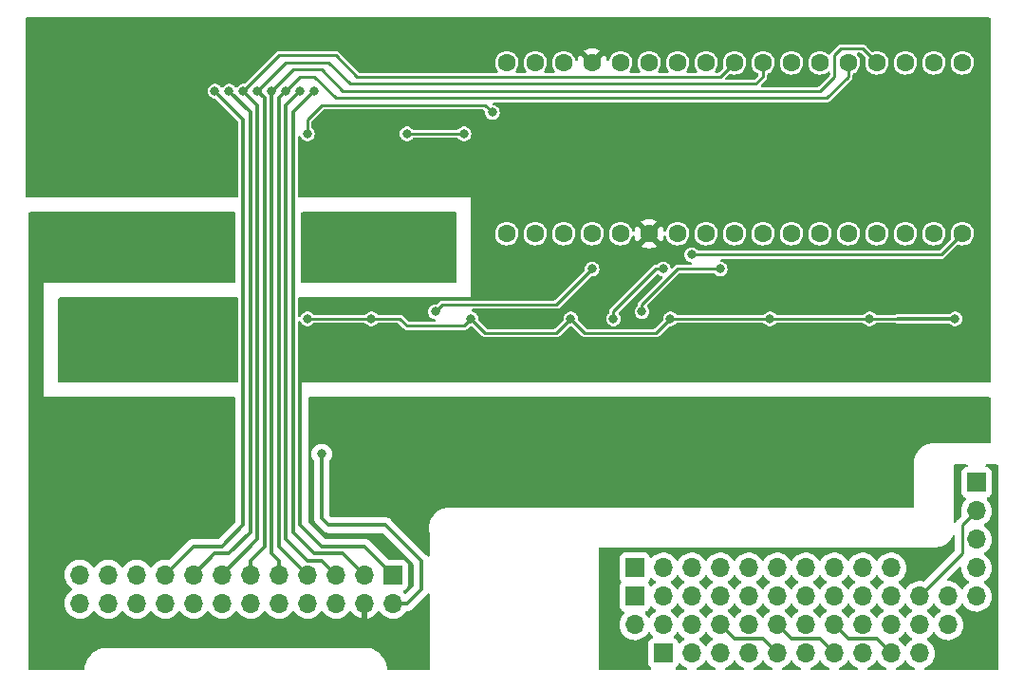
<source format=gbr>
%TF.GenerationSoftware,KiCad,Pcbnew,(6.0.7)*%
%TF.CreationDate,2022-09-10T09:27:16+02:00*%
%TF.ProjectId,K616_USB_IF,4b363136-5f55-4534-925f-49462e6b6963,0*%
%TF.SameCoordinates,PX73df160PY5f71980*%
%TF.FileFunction,Copper,L2,Bot*%
%TF.FilePolarity,Positive*%
%FSLAX46Y46*%
G04 Gerber Fmt 4.6, Leading zero omitted, Abs format (unit mm)*
G04 Created by KiCad (PCBNEW (6.0.7)) date 2022-09-10 09:27:16*
%MOMM*%
%LPD*%
G01*
G04 APERTURE LIST*
%TA.AperFunction,ComponentPad*%
%ADD10C,1.600000*%
%TD*%
%TA.AperFunction,ComponentPad*%
%ADD11R,1.700000X1.700000*%
%TD*%
%TA.AperFunction,ComponentPad*%
%ADD12O,1.700000X1.700000*%
%TD*%
%TA.AperFunction,ViaPad*%
%ADD13C,0.800000*%
%TD*%
%TA.AperFunction,Conductor*%
%ADD14C,0.350000*%
%TD*%
%TA.AperFunction,Conductor*%
%ADD15C,0.250000*%
%TD*%
G04 APERTURE END LIST*
D10*
%TO.P,U14,1,MOSI*%
%TO.N,MCU_OUT_R2*%
X10160000Y30460000D03*
%TO.P,U14,2,RX_L/SS*%
%TO.N,unconnected-(U14-Pad2)*%
X12700000Y30460000D03*
%TO.P,U14,3,1(INT)/TX*%
%TO.N,K616_Fn2*%
X15240000Y30460000D03*
%TO.P,U14,4,0(INT)/RX*%
%TO.N,K616_Fn1*%
X17780000Y30460000D03*
%TO.P,U14,5,RESET*%
%TO.N,unconnected-(U14-Pad5)*%
X20320000Y30460000D03*
%TO.P,U14,6,GND*%
%TO.N,GND*%
X22860000Y30460000D03*
%TO.P,U14,7,2(INT)/SDA*%
%TO.N,Net-(JP2-Pad3)*%
X25400000Y30460000D03*
%TO.P,U14,8,3(PWM\u002CINT)/SCL*%
%TO.N,Net-(JP1-Pad3)*%
X27940000Y30460000D03*
%TO.P,U14,9,4/A6*%
%TO.N,Net-(JP1-Pad1)*%
X30480000Y30460000D03*
%TO.P,U14,10,5(PWM)*%
%TO.N,MCU_OUT_MR*%
X33020000Y30460000D03*
%TO.P,U14,11,6(PWM)/A7*%
%TO.N,MCU_OUT_ZERO*%
X35560000Y30460000D03*
%TO.P,U14,12,7(INT)*%
%TO.N,MCU_IN_ZERO*%
X38100000Y30460000D03*
%TO.P,U14,13,8/A8*%
%TO.N,MCU_IN_POL*%
X40640000Y30460000D03*
%TO.P,U14,14,9(PWM)/A9*%
%TO.N,MCU_IN_R1*%
X43180000Y30460000D03*
%TO.P,U14,15,10(PWM)/A10*%
%TO.N,MCU_IN_R2*%
X45720000Y30460000D03*
%TO.P,U14,16,11(PWM)*%
%TO.N,MCU_IN_R4*%
X48260000Y30460000D03*
%TO.P,U14,17,12/A11*%
%TO.N,Net-(JP2-Pad1)*%
X50800000Y30460000D03*
%TO.P,U14,18,13(PWM)*%
%TO.N,unconnected-(U14-Pad18)*%
X50800000Y45700000D03*
%TO.P,U14,19,3.3V*%
%TO.N,unconnected-(U14-Pad19)*%
X48260000Y45700000D03*
%TO.P,U14,20,AREF*%
%TO.N,unconnected-(U14-Pad20)*%
X45720000Y45700000D03*
%TO.P,U14,21,A0*%
%TO.N,K616_Exp_8e0*%
X43180000Y45700000D03*
%TO.P,U14,22,A1*%
%TO.N,K616_Exp_4e0*%
X40640000Y45700000D03*
%TO.P,U14,23,A2*%
%TO.N,K616_Exp_2e0*%
X38100000Y45700000D03*
%TO.P,U14,24,A3*%
%TO.N,K616_Exp_1e0*%
X35560000Y45700000D03*
%TO.P,U14,25,A4*%
%TO.N,K616_Exp_1e1*%
X33020000Y45700000D03*
%TO.P,U14,26,A5*%
%TO.N,K616_Exp_Pol*%
X30480000Y45700000D03*
%TO.P,U14,27,NC*%
%TO.N,unconnected-(U14-Pad27)*%
X27940000Y45700000D03*
%TO.P,U14,28,NC*%
%TO.N,unconnected-(U14-Pad28)*%
X25400000Y45700000D03*
%TO.P,U14,29,5V*%
%TO.N,+5VL*%
X22860000Y45700000D03*
%TO.P,U14,30,RESET*%
%TO.N,unconnected-(U14-Pad30)*%
X20320000Y45700000D03*
%TO.P,U14,31,GND*%
%TO.N,GND*%
X17780000Y45700000D03*
%TO.P,U14,32,VIN*%
%TO.N,unconnected-(U14-Pad32)*%
X15240000Y45700000D03*
%TO.P,U14,33,MISO*%
%TO.N,MCU_OUT_R4*%
X12700000Y45700000D03*
%TO.P,U14,34,SCK*%
%TO.N,MCU_OUT_R1*%
X10160000Y45700000D03*
%TD*%
D11*
%TO.P,J4,1,Pin_1*%
%TO.N,GND*%
X21590000Y-1905000D03*
D12*
%TO.P,J4,2,Pin_2*%
%TO.N,+5VA*%
X21590000Y-4445000D03*
%TO.P,J4,3,Pin_3*%
%TO.N,K616_Exp_1e0*%
X24130000Y-1905000D03*
%TO.P,J4,4,Pin_4*%
%TO.N,GNDA*%
X24130000Y-4445000D03*
%TO.P,J4,5,Pin_5*%
%TO.N,K616_Exp_2e0*%
X26670000Y-1905000D03*
%TO.P,J4,6,Pin_6*%
%TO.N,/K616_OUT_R4*%
X26670000Y-4445000D03*
%TO.P,J4,7,Pin_7*%
%TO.N,K616_Exp_4e0*%
X29210000Y-1905000D03*
%TO.P,J4,8,Pin_8*%
%TO.N,/K616_OUT_R2*%
X29210000Y-4445000D03*
%TO.P,J4,9,Pin_9*%
%TO.N,K616_Exp_8e0*%
X31750000Y-1905000D03*
%TO.P,J4,10,Pin_10*%
%TO.N,/K616_OUT_R1*%
X31750000Y-4445000D03*
%TO.P,J4,11,Pin_11*%
%TO.N,K616_Exp_1e1*%
X34290000Y-1905000D03*
%TO.P,J4,12,Pin_12*%
%TO.N,/K616_OUT_GClk*%
X34290000Y-4445000D03*
%TO.P,J4,13,Pin_13*%
%TO.N,K616_Exp_Pol*%
X36830000Y-1905000D03*
%TO.P,J4,14,Pin_14*%
%TO.N,/K616_OUT_CN*%
X36830000Y-4445000D03*
%TO.P,J4,15,Pin_15*%
%TO.N,K616_Fn1*%
X39370000Y-1905000D03*
%TO.P,J4,16,Pin_16*%
%TO.N,/K616_OUT_Pol*%
X39370000Y-4445000D03*
%TO.P,J4,17,Pin_17*%
%TO.N,K616_Fn2*%
X41910000Y-1905000D03*
%TO.P,J4,18,Pin_18*%
%TO.N,/K616_IN_Hold*%
X41910000Y-4445000D03*
%TO.P,J4,19,Pin_19*%
%TO.N,/K616_R1_IN*%
X44450000Y-1905000D03*
%TO.P,J4,20,Pin_20*%
%TO.N,unconnected-(J4-Pad20)*%
X44450000Y-4445000D03*
%TO.P,J4,21,Pin_21*%
%TO.N,/K616_R2_IN*%
X46990000Y-1905000D03*
%TO.P,J4,22,Pin_22*%
%TO.N,/K616_Zero*%
X46990000Y-4445000D03*
%TO.P,J4,23,Pin_23*%
%TO.N,/K616_R4_IN*%
X49530000Y-1905000D03*
%TO.P,J4,24,Pin_24*%
%TO.N,/K616_~{mA}_IN*%
X49530000Y-4445000D03*
%TD*%
D11*
%TO.P,J1,1,Pin_1*%
%TO.N,GND*%
X0Y0D03*
D12*
%TO.P,J1,2,Pin_2*%
%TO.N,+5VA*%
X0Y-2540000D03*
%TO.P,J1,3,Pin_3*%
%TO.N,K616_Exp_1e0*%
X-2540000Y0D03*
%TO.P,J1,4,Pin_4*%
%TO.N,GNDA*%
X-2540000Y-2540000D03*
%TO.P,J1,5,Pin_5*%
%TO.N,K616_Exp_2e0*%
X-5080000Y0D03*
%TO.P,J1,6,Pin_6*%
%TO.N,/K616_OUT_R4*%
X-5080000Y-2540000D03*
%TO.P,J1,7,Pin_7*%
%TO.N,K616_Exp_4e0*%
X-7620000Y0D03*
%TO.P,J1,8,Pin_8*%
%TO.N,/K616_OUT_R2*%
X-7620000Y-2540000D03*
%TO.P,J1,9,Pin_9*%
%TO.N,K616_Exp_8e0*%
X-10160000Y0D03*
%TO.P,J1,10,Pin_10*%
%TO.N,/K616_OUT_R1*%
X-10160000Y-2540000D03*
%TO.P,J1,11,Pin_11*%
%TO.N,K616_Exp_1e1*%
X-12700000Y0D03*
%TO.P,J1,12,Pin_12*%
%TO.N,/K616_OUT_GClk*%
X-12700000Y-2540000D03*
%TO.P,J1,13,Pin_13*%
%TO.N,K616_Exp_Pol*%
X-15240000Y0D03*
%TO.P,J1,14,Pin_14*%
%TO.N,/K616_OUT_CN*%
X-15240000Y-2540000D03*
%TO.P,J1,15,Pin_15*%
%TO.N,K616_Fn1*%
X-17780000Y0D03*
%TO.P,J1,16,Pin_16*%
%TO.N,/K616_OUT_Pol*%
X-17780000Y-2540000D03*
%TO.P,J1,17,Pin_17*%
%TO.N,K616_Fn2*%
X-20320000Y0D03*
%TO.P,J1,18,Pin_18*%
%TO.N,/K616_IN_Hold*%
X-20320000Y-2540000D03*
%TO.P,J1,19,Pin_19*%
%TO.N,/K616_R1_IN*%
X-22860000Y0D03*
%TO.P,J1,20,Pin_20*%
%TO.N,unconnected-(J1-Pad20)*%
X-22860000Y-2540000D03*
%TO.P,J1,21,Pin_21*%
%TO.N,/K616_R2_IN*%
X-25400000Y0D03*
%TO.P,J1,22,Pin_22*%
%TO.N,/K616_Zero*%
X-25400000Y-2540000D03*
%TO.P,J1,23,Pin_23*%
%TO.N,/K616_R4_IN*%
X-27940000Y0D03*
%TO.P,J1,24,Pin_24*%
%TO.N,/K616_~{mA}_IN*%
X-27940000Y-2540000D03*
%TD*%
D11*
%TO.P,J5,1,Pin_1*%
%TO.N,/K616_R1_IN*%
X52070000Y8255000D03*
D12*
%TO.P,J5,2,Pin_2*%
%TO.N,/K616_R2_IN*%
X52070000Y5715000D03*
%TO.P,J5,3,Pin_3*%
%TO.N,/K616_R4_IN*%
X52070000Y3175000D03*
%TO.P,J5,4,Pin_4*%
%TO.N,/K616_Zero*%
X52070000Y635000D03*
%TO.P,J5,5,Pin_5*%
%TO.N,/K616_~{mA}_IN*%
X52070000Y-1905000D03*
%TD*%
D11*
%TO.P,J2,1,Pin_1*%
%TO.N,GND*%
X21590000Y635000D03*
D12*
%TO.P,J2,2,Pin_2*%
%TO.N,unconnected-(J2-Pad2)*%
X24130000Y635000D03*
%TO.P,J2,3,Pin_3*%
%TO.N,K616_Exp_1e0*%
X26670000Y635000D03*
%TO.P,J2,4,Pin_4*%
%TO.N,K616_Exp_2e0*%
X29210000Y635000D03*
%TO.P,J2,5,Pin_5*%
%TO.N,K616_Exp_4e0*%
X31750000Y635000D03*
%TO.P,J2,6,Pin_6*%
%TO.N,K616_Exp_8e0*%
X34290000Y635000D03*
%TO.P,J2,7,Pin_7*%
%TO.N,K616_Exp_1e1*%
X36830000Y635000D03*
%TO.P,J2,8,Pin_8*%
%TO.N,K616_Exp_Pol*%
X39370000Y635000D03*
%TO.P,J2,9,Pin_9*%
%TO.N,K616_Fn1*%
X41910000Y635000D03*
%TO.P,J2,10,Pin_10*%
%TO.N,K616_Fn2*%
X44450000Y635000D03*
%TD*%
D11*
%TO.P,J3,1,Pin_1*%
%TO.N,+5VA*%
X24130000Y-6985000D03*
D12*
%TO.P,J3,2,Pin_2*%
%TO.N,GNDA*%
X26670000Y-6985000D03*
%TO.P,J3,3,Pin_3*%
%TO.N,unconnected-(J3-Pad3)*%
X29210000Y-6985000D03*
%TO.P,J3,4,Pin_4*%
%TO.N,/K616_OUT_R4*%
X31750000Y-6985000D03*
%TO.P,J3,5,Pin_5*%
%TO.N,/K616_OUT_R2*%
X34290000Y-6985000D03*
%TO.P,J3,6,Pin_6*%
%TO.N,/K616_OUT_R1*%
X36830000Y-6985000D03*
%TO.P,J3,7,Pin_7*%
%TO.N,/K616_OUT_GClk*%
X39370000Y-6985000D03*
%TO.P,J3,8,Pin_8*%
%TO.N,/K616_OUT_CN*%
X41910000Y-6985000D03*
%TO.P,J3,9,Pin_9*%
%TO.N,/K616_OUT_Pol*%
X44450000Y-6985000D03*
%TO.P,J3,10,Pin_10*%
%TO.N,/K616_IN_Hold*%
X46990000Y-6985000D03*
%TD*%
D13*
%TO.N,+5VA*%
X-6350000Y10795000D03*
%TO.N,GND*%
X5715000Y20320000D03*
X52705000Y48260000D03*
X14605000Y20320000D03*
X-20955000Y36830000D03*
X32385000Y27305000D03*
X32385000Y20320000D03*
X-3175000Y36830000D03*
X20955000Y22860000D03*
X22860000Y34290000D03*
X5715000Y36830000D03*
X8255000Y27305000D03*
X50800000Y20320000D03*
X-31115000Y48260000D03*
X23495000Y20320000D03*
X-20955000Y20320000D03*
X-7620000Y18415000D03*
X41275000Y20320000D03*
X15875000Y27305000D03*
%TO.N,GNDA*%
X-27940000Y15240000D03*
X14605000Y12700000D03*
X45720000Y14605000D03*
X23495000Y6985000D03*
X23495000Y12700000D03*
X-20955000Y12700000D03*
X-3175000Y29210000D03*
X-20955000Y29210000D03*
X-15240000Y10160000D03*
X41275000Y12700000D03*
X5715000Y12700000D03*
X-3175000Y12700000D03*
X-28575000Y6350000D03*
X32385000Y12700000D03*
%TO.N,K616_Exp_1e0*%
X-6985000Y43180000D03*
%TO.N,K616_Exp_2e0*%
X-8255000Y43180000D03*
%TO.N,K616_Exp_4e0*%
X-9525000Y43180000D03*
%TO.N,K616_Exp_8e0*%
X-10795000Y43180000D03*
%TO.N,K616_Exp_1e1*%
X-12065000Y43180000D03*
%TO.N,K616_Exp_Pol*%
X-13335000Y43180000D03*
%TO.N,K616_Fn1*%
X-14605000Y43180000D03*
%TO.N,K616_Fn2*%
X-15875000Y43180000D03*
%TO.N,+5VL*%
X33655000Y22860000D03*
X42545000Y22860000D03*
X-7620000Y22860000D03*
X24765000Y22860000D03*
X50165000Y22860000D03*
X-1905000Y22860000D03*
X6985000Y22860000D03*
X15875000Y22860000D03*
%TO.N,MCU_IN_GClk*%
X19685000Y22860000D03*
X24130000Y27305000D03*
%TO.N,MCU_IN_CN*%
X22225000Y23495000D03*
X29210000Y27305000D03*
%TO.N,MCU_OUT_HOLD*%
X3810000Y23495000D03*
X17780000Y27305000D03*
%TO.N,MCU_OUT_MR*%
X8890000Y41275000D03*
X-7620000Y39370000D03*
%TO.N,MCU_OUT_R2*%
X6350000Y39370000D03*
X1270000Y39370000D03*
%TO.N,Net-(JP2-Pad1)*%
X26670000Y28575000D03*
%TD*%
D14*
%TO.N,+5VA*%
X1270000Y-2540000D02*
X2540000Y-1270000D01*
X0Y-2540000D02*
X1270000Y-2540000D01*
X-6350000Y5080000D02*
X-6350000Y10795000D01*
X2540000Y1270000D02*
X-635000Y4445000D01*
X-635000Y4445000D02*
X-5715000Y4445000D01*
X2540000Y-1270000D02*
X2540000Y1270000D01*
X-5715000Y4445000D02*
X-6350000Y5080000D01*
%TO.N,GND*%
X-7620000Y18415000D02*
X-5080000Y18415000D01*
X-6350000Y2540000D02*
X-2540000Y2540000D01*
X-8255000Y4445000D02*
X-6350000Y2540000D01*
X-2540000Y2540000D02*
X0Y0D01*
X-7620000Y18415000D02*
X-8255000Y17780000D01*
X-8255000Y17780000D02*
X-8255000Y4445000D01*
%TO.N,K616_Exp_1e0*%
X-6985000Y43180000D02*
X-8890000Y41275000D01*
X-8890000Y3810000D02*
X-6985000Y1905000D01*
X-4445000Y1905000D02*
X-2540000Y0D01*
X-6985000Y1905000D02*
X-4445000Y1905000D01*
X-8890000Y41275000D02*
X-8890000Y3810000D01*
%TO.N,K616_Exp_2e0*%
X-9525000Y41910000D02*
X-9525000Y3175000D01*
X-8255000Y43180000D02*
X-9525000Y41910000D01*
X-9525000Y3175000D02*
X-7620000Y1270000D01*
X-6350000Y1270000D02*
X-5080000Y0D01*
X-7620000Y1270000D02*
X-6350000Y1270000D01*
%TO.N,/K616_OUT_R2*%
X29210000Y-4445000D02*
X30480000Y-5715000D01*
X33020000Y-5715000D02*
X34290000Y-6985000D01*
X30480000Y-5715000D02*
X33020000Y-5715000D01*
%TO.N,K616_Exp_4e0*%
X-10160000Y42545000D02*
X-10160000Y2540000D01*
D15*
X-6985000Y44450000D02*
X-5080000Y42545000D01*
X-9525000Y43180000D02*
X-8255000Y44450000D01*
D14*
X-9525000Y43180000D02*
X-10160000Y42545000D01*
D15*
X-5080000Y42545000D02*
X38735000Y42545000D01*
X38735000Y42545000D02*
X40640000Y44450000D01*
D14*
X-10160000Y2540000D02*
X-7620000Y0D01*
D15*
X40640000Y44450000D02*
X40640000Y45700000D01*
X-8255000Y44450000D02*
X-6985000Y44450000D01*
%TO.N,K616_Exp_8e0*%
X-6350000Y45085000D02*
X-4445000Y43180000D01*
X41910000Y46990000D02*
X41910000Y46970000D01*
X38100000Y43180000D02*
X39370000Y44450000D01*
X41910000Y46970000D02*
X43180000Y45700000D01*
X-10795000Y43180000D02*
X-8890000Y45085000D01*
X39370000Y44450000D02*
X39370000Y46355000D01*
D14*
X-10160000Y1270000D02*
X-10160000Y0D01*
D15*
X-8890000Y45085000D02*
X-6350000Y45085000D01*
X40005000Y46990000D02*
X41910000Y46990000D01*
D14*
X-10795000Y1905000D02*
X-10160000Y1270000D01*
X-10795000Y43180000D02*
X-10795000Y1905000D01*
D15*
X-4445000Y43180000D02*
X38100000Y43180000D01*
X39370000Y46355000D02*
X40005000Y46990000D01*
D14*
%TO.N,/K616_OUT_GClk*%
X38100000Y-5715000D02*
X39370000Y-6985000D01*
X35560000Y-5715000D02*
X38100000Y-5715000D01*
X34290000Y-4445000D02*
X35560000Y-5715000D01*
%TO.N,K616_Exp_1e1*%
X-11430000Y2540000D02*
X-12700000Y1270000D01*
X-12065000Y43180000D02*
X-11430000Y42545000D01*
X-11430000Y42545000D02*
X-11430000Y2540000D01*
D15*
X33020000Y44450000D02*
X33020000Y45700000D01*
X-9525000Y45720000D02*
X-5715000Y45720000D01*
X32385000Y43815000D02*
X33020000Y44450000D01*
D14*
X-12700000Y1270000D02*
X-12700000Y0D01*
D15*
X-5715000Y45720000D02*
X-3810000Y43815000D01*
X-12065000Y43180000D02*
X-9525000Y45720000D01*
X-3810000Y43815000D02*
X32385000Y43815000D01*
D14*
%TO.N,K616_Exp_Pol*%
X-12065000Y3175000D02*
X-15240000Y0D01*
D15*
X-5080000Y46355000D02*
X-3175000Y44450000D01*
X-3175000Y44450000D02*
X29210000Y44450000D01*
D14*
X-12065000Y41910000D02*
X-12065000Y3175000D01*
X-13335000Y43180000D02*
X-12065000Y41910000D01*
D15*
X29210000Y44450000D02*
X30480000Y45700000D01*
X-13335000Y43180000D02*
X-10160000Y46355000D01*
X-10160000Y46355000D02*
X-5080000Y46355000D01*
D14*
%TO.N,/K616_OUT_Pol*%
X40640000Y-5715000D02*
X43180000Y-5715000D01*
X43180000Y-5715000D02*
X44450000Y-6985000D01*
X39370000Y-4445000D02*
X40640000Y-5715000D01*
%TO.N,K616_Fn1*%
X-14605000Y1905000D02*
X-15875000Y1905000D01*
X-14605000Y43180000D02*
X-12700000Y41275000D01*
X-15875000Y1905000D02*
X-17780000Y0D01*
X-12700000Y3810000D02*
X-14605000Y1905000D01*
X-12700000Y41275000D02*
X-12700000Y3810000D01*
%TO.N,K616_Fn2*%
X-15875000Y43180000D02*
X-13335000Y40640000D01*
X-15240000Y2540000D02*
X-17780000Y2540000D01*
X-13335000Y4445000D02*
X-15240000Y2540000D01*
X-17780000Y2540000D02*
X-20320000Y0D01*
X-13335000Y40640000D02*
X-13335000Y4445000D01*
D15*
%TO.N,/K616_R2_IN*%
X50800000Y4445000D02*
X52070000Y5715000D01*
X50800000Y1905000D02*
X50800000Y4445000D01*
X46990000Y-1905000D02*
X50800000Y1905000D01*
%TO.N,+5VL*%
X24765000Y22860000D02*
X45085000Y22860000D01*
X1270000Y22225000D02*
X6350000Y22225000D01*
X6350000Y22225000D02*
X6985000Y22860000D01*
X17145000Y21590000D02*
X23495000Y21590000D01*
X6985000Y22860000D02*
X8255000Y21590000D01*
X15875000Y22860000D02*
X17145000Y21590000D01*
X23495000Y21590000D02*
X24765000Y22860000D01*
X-7620000Y22860000D02*
X635000Y22860000D01*
X14605000Y21590000D02*
X15875000Y22860000D01*
X8255000Y21590000D02*
X14605000Y21590000D01*
X635000Y22860000D02*
X1270000Y22225000D01*
D14*
X45085000Y22860000D02*
X50165000Y22860000D01*
D15*
%TO.N,MCU_IN_GClk*%
X19685000Y23495000D02*
X23495000Y27305000D01*
X19685000Y22860000D02*
X19685000Y23495000D01*
X23495000Y27305000D02*
X24130000Y27305000D01*
%TO.N,MCU_IN_CN*%
X22225000Y24130000D02*
X25400000Y27305000D01*
X22225000Y23495000D02*
X22225000Y24130000D01*
X25400000Y27305000D02*
X29210000Y27305000D01*
%TO.N,MCU_OUT_HOLD*%
X14605000Y24130000D02*
X4445000Y24130000D01*
X17780000Y27305000D02*
X14605000Y24130000D01*
X4445000Y24130000D02*
X3810000Y23495000D01*
%TO.N,MCU_OUT_MR*%
X8255000Y41910000D02*
X8890000Y41275000D01*
X-7620000Y39370000D02*
X-7620000Y40640000D01*
X-5080000Y41910000D02*
X8255000Y41910000D01*
X-6350000Y41910000D02*
X-5080000Y41910000D01*
X-7620000Y40640000D02*
X-6350000Y41910000D01*
%TO.N,MCU_OUT_R2*%
X1270000Y39370000D02*
X6350000Y39370000D01*
%TO.N,Net-(JP2-Pad1)*%
X48915000Y28575000D02*
X50800000Y30460000D01*
X26670000Y28575000D02*
X48915000Y28575000D01*
%TD*%
%TA.AperFunction,Conductor*%
%TO.N,GND*%
G36*
X-13818379Y24744998D02*
G01*
X-13771886Y24691342D01*
X-13760500Y24639000D01*
X-13760500Y17271000D01*
X-13780502Y17202879D01*
X-13834158Y17156386D01*
X-13886500Y17145000D01*
X-29719000Y17145000D01*
X-29787121Y17165002D01*
X-29833614Y17218658D01*
X-29845000Y17271000D01*
X-29845000Y24639000D01*
X-29824998Y24707121D01*
X-29771342Y24753614D01*
X-29719000Y24765000D01*
X-13886500Y24765000D01*
X-13818379Y24744998D01*
G37*
%TD.AperFunction*%
%TA.AperFunction,Conductor*%
G36*
X53282121Y49729498D02*
G01*
X53328614Y49675842D01*
X53340000Y49623500D01*
X53340000Y17271000D01*
X53319998Y17202879D01*
X53266342Y17156386D01*
X53214000Y17145000D01*
X-8338500Y17145000D01*
X-8406621Y17165002D01*
X-8453114Y17218658D01*
X-8464500Y17271000D01*
X-8464500Y22563797D01*
X-8444498Y22631918D01*
X-8390842Y22678411D01*
X-8320568Y22688515D01*
X-8255988Y22659021D01*
X-8220174Y22607098D01*
X-8203857Y22562510D01*
X-8199620Y22556204D01*
X-8199618Y22556201D01*
X-8159291Y22496189D01*
X-8116042Y22431828D01*
X-7999590Y22325865D01*
X-7992915Y22322241D01*
X-7867901Y22254363D01*
X-7867899Y22254362D01*
X-7861224Y22250738D01*
X-7853875Y22248810D01*
X-7716281Y22212713D01*
X-7716279Y22212713D01*
X-7708931Y22210785D01*
X-7625620Y22209476D01*
X-7559102Y22208431D01*
X-7559099Y22208431D01*
X-7551505Y22208312D01*
X-7398032Y22243462D01*
X-7257375Y22314205D01*
X-7154938Y22401694D01*
X-7143426Y22411526D01*
X-7143424Y22411529D01*
X-7137652Y22416458D01*
X-7133222Y22422623D01*
X-7133220Y22422625D01*
X-7126464Y22432027D01*
X-7070469Y22475674D01*
X-7024142Y22484500D01*
X-2502990Y22484500D01*
X-2434869Y22464498D01*
X-2407609Y22440831D01*
X-2405274Y22438125D01*
X-2401042Y22431828D01*
X-2395432Y22426723D01*
X-2395430Y22426721D01*
X-2290206Y22330975D01*
X-2284590Y22325865D01*
X-2277915Y22322241D01*
X-2152901Y22254363D01*
X-2152899Y22254362D01*
X-2146224Y22250738D01*
X-2138875Y22248810D01*
X-2001281Y22212713D01*
X-2001279Y22212713D01*
X-1993931Y22210785D01*
X-1910620Y22209476D01*
X-1844102Y22208431D01*
X-1844099Y22208431D01*
X-1836505Y22208312D01*
X-1683032Y22243462D01*
X-1542375Y22314205D01*
X-1439938Y22401694D01*
X-1428426Y22411526D01*
X-1428424Y22411529D01*
X-1422652Y22416458D01*
X-1418222Y22422623D01*
X-1418220Y22422625D01*
X-1411464Y22432027D01*
X-1355469Y22475674D01*
X-1309142Y22484500D01*
X427273Y22484500D01*
X495394Y22464498D01*
X516368Y22447595D01*
X966651Y21997312D01*
X981373Y21979084D01*
X982780Y21977538D01*
X988428Y21968790D01*
X996608Y21962342D01*
X996610Y21962339D01*
X1014461Y21948266D01*
X1018835Y21944379D01*
X1018901Y21944457D01*
X1022860Y21941102D01*
X1026538Y21937424D01*
X1030762Y21934405D01*
X1030771Y21934398D01*
X1042074Y21926321D01*
X1046820Y21922757D01*
X1054004Y21917094D01*
X1086600Y21891397D01*
X1095148Y21888395D01*
X1102519Y21883128D01*
X1112492Y21880145D01*
X1112495Y21880144D01*
X1151083Y21868604D01*
X1156730Y21866769D01*
X1197064Y21852605D01*
X1197065Y21852605D01*
X1204548Y21849977D01*
X1210055Y21849500D01*
X1212762Y21849500D01*
X1215332Y21849389D01*
X1215494Y21849341D01*
X1215488Y21849196D01*
X1216108Y21849157D01*
X1222287Y21847309D01*
X1275581Y21849403D01*
X1280527Y21849500D01*
X6296504Y21849500D01*
X6319801Y21847021D01*
X6321886Y21846923D01*
X6332066Y21844731D01*
X6364984Y21848627D01*
X6370821Y21848971D01*
X6370813Y21849072D01*
X6375992Y21849500D01*
X6381193Y21849500D01*
X6386321Y21850354D01*
X6386327Y21850354D01*
X6399987Y21852628D01*
X6405863Y21853465D01*
X6410952Y21854067D01*
X6456210Y21859424D01*
X6464377Y21863346D01*
X6473313Y21864833D01*
X6482475Y21869777D01*
X6482479Y21869778D01*
X6517929Y21888906D01*
X6523220Y21891602D01*
X6561749Y21910103D01*
X6561750Y21910104D01*
X6568900Y21913537D01*
X6573131Y21917094D01*
X6575063Y21919026D01*
X6576937Y21920745D01*
X6577074Y21920819D01*
X6577174Y21920709D01*
X6577654Y21921132D01*
X6583329Y21924194D01*
X6592762Y21934398D01*
X6619527Y21963353D01*
X6622957Y21966920D01*
X6829549Y22173511D01*
X6891861Y22207536D01*
X6920623Y22210399D01*
X7053495Y22208312D01*
X7053449Y22205385D01*
X7109962Y22195032D01*
X7142357Y22171606D01*
X7951652Y21362311D01*
X7966377Y21344080D01*
X7967778Y21342540D01*
X7973428Y21333790D01*
X7981606Y21327343D01*
X7999465Y21313264D01*
X8003832Y21309383D01*
X8003898Y21309461D01*
X8007856Y21306107D01*
X8011538Y21302425D01*
X8015769Y21299402D01*
X8015772Y21299399D01*
X8019351Y21296842D01*
X8027052Y21291339D01*
X8031781Y21287788D01*
X8071600Y21256397D01*
X8080149Y21253395D01*
X8087519Y21248128D01*
X8136078Y21233606D01*
X8141719Y21231773D01*
X8181999Y21217628D01*
X8189548Y21214977D01*
X8195055Y21214500D01*
X8197762Y21214500D01*
X8200334Y21214389D01*
X8200494Y21214341D01*
X8200488Y21214197D01*
X8201106Y21214158D01*
X8207286Y21212310D01*
X8260555Y21214403D01*
X8265501Y21214500D01*
X14551504Y21214500D01*
X14574801Y21212021D01*
X14576886Y21211923D01*
X14587066Y21209731D01*
X14619984Y21213627D01*
X14625821Y21213971D01*
X14625813Y21214072D01*
X14630992Y21214500D01*
X14636193Y21214500D01*
X14641321Y21215354D01*
X14641327Y21215354D01*
X14654987Y21217628D01*
X14660863Y21218465D01*
X14665952Y21219067D01*
X14711210Y21224424D01*
X14719377Y21228346D01*
X14728313Y21229833D01*
X14737475Y21234777D01*
X14737479Y21234778D01*
X14772929Y21253906D01*
X14778220Y21256602D01*
X14816749Y21275103D01*
X14816750Y21275104D01*
X14823900Y21278537D01*
X14828131Y21282094D01*
X14830063Y21284026D01*
X14831937Y21285745D01*
X14832074Y21285819D01*
X14832174Y21285709D01*
X14832654Y21286132D01*
X14838329Y21289194D01*
X14847763Y21299399D01*
X14874540Y21328367D01*
X14877970Y21331933D01*
X15719547Y22173510D01*
X15781859Y22207536D01*
X15810621Y22210399D01*
X15943495Y22208312D01*
X15943449Y22205385D01*
X15999962Y22195032D01*
X16032357Y22171606D01*
X16841652Y21362311D01*
X16856377Y21344080D01*
X16857778Y21342540D01*
X16863428Y21333790D01*
X16871606Y21327343D01*
X16889465Y21313264D01*
X16893832Y21309383D01*
X16893898Y21309461D01*
X16897856Y21306107D01*
X16901538Y21302425D01*
X16905769Y21299402D01*
X16905772Y21299399D01*
X16909351Y21296842D01*
X16917052Y21291339D01*
X16921781Y21287788D01*
X16961600Y21256397D01*
X16970149Y21253395D01*
X16977519Y21248128D01*
X17026078Y21233606D01*
X17031719Y21231773D01*
X17071999Y21217628D01*
X17079548Y21214977D01*
X17085055Y21214500D01*
X17087762Y21214500D01*
X17090334Y21214389D01*
X17090494Y21214341D01*
X17090488Y21214197D01*
X17091106Y21214158D01*
X17097286Y21212310D01*
X17150555Y21214403D01*
X17155501Y21214500D01*
X23441504Y21214500D01*
X23464801Y21212021D01*
X23466886Y21211923D01*
X23477066Y21209731D01*
X23509984Y21213627D01*
X23515821Y21213971D01*
X23515813Y21214072D01*
X23520992Y21214500D01*
X23526193Y21214500D01*
X23531321Y21215354D01*
X23531327Y21215354D01*
X23544987Y21217628D01*
X23550863Y21218465D01*
X23555952Y21219067D01*
X23601210Y21224424D01*
X23609377Y21228346D01*
X23618313Y21229833D01*
X23627475Y21234777D01*
X23627479Y21234778D01*
X23662929Y21253906D01*
X23668220Y21256602D01*
X23706749Y21275103D01*
X23706750Y21275104D01*
X23713900Y21278537D01*
X23718131Y21282094D01*
X23720063Y21284026D01*
X23721937Y21285745D01*
X23722074Y21285819D01*
X23722174Y21285709D01*
X23722654Y21286132D01*
X23728329Y21289194D01*
X23737763Y21299399D01*
X23764540Y21328367D01*
X23767970Y21331933D01*
X24609547Y22173510D01*
X24671859Y22207536D01*
X24700621Y22210399D01*
X24825897Y22208431D01*
X24825900Y22208431D01*
X24833495Y22208312D01*
X24986968Y22243462D01*
X25127625Y22314205D01*
X25230062Y22401694D01*
X25241574Y22411526D01*
X25241576Y22411529D01*
X25247348Y22416458D01*
X25251778Y22422623D01*
X25251780Y22422625D01*
X25258536Y22432027D01*
X25314531Y22475674D01*
X25360858Y22484500D01*
X33057010Y22484500D01*
X33125131Y22464498D01*
X33152391Y22440831D01*
X33154726Y22438125D01*
X33158958Y22431828D01*
X33164568Y22426723D01*
X33164570Y22426721D01*
X33269794Y22330975D01*
X33275410Y22325865D01*
X33282085Y22322241D01*
X33407099Y22254363D01*
X33407101Y22254362D01*
X33413776Y22250738D01*
X33421125Y22248810D01*
X33558719Y22212713D01*
X33558721Y22212713D01*
X33566069Y22210785D01*
X33649380Y22209476D01*
X33715898Y22208431D01*
X33715901Y22208431D01*
X33723495Y22208312D01*
X33876968Y22243462D01*
X34017625Y22314205D01*
X34120062Y22401694D01*
X34131574Y22411526D01*
X34131576Y22411529D01*
X34137348Y22416458D01*
X34141778Y22422623D01*
X34141780Y22422625D01*
X34148536Y22432027D01*
X34204531Y22475674D01*
X34250858Y22484500D01*
X41947010Y22484500D01*
X42015131Y22464498D01*
X42042391Y22440831D01*
X42044726Y22438125D01*
X42048958Y22431828D01*
X42054568Y22426723D01*
X42054570Y22426721D01*
X42159794Y22330975D01*
X42165410Y22325865D01*
X42172085Y22322241D01*
X42297099Y22254363D01*
X42297101Y22254362D01*
X42303776Y22250738D01*
X42311125Y22248810D01*
X42448719Y22212713D01*
X42448721Y22212713D01*
X42456069Y22210785D01*
X42539380Y22209476D01*
X42605898Y22208431D01*
X42605901Y22208431D01*
X42613495Y22208312D01*
X42766968Y22243462D01*
X42907625Y22314205D01*
X43010062Y22401694D01*
X43021574Y22411526D01*
X43021576Y22411529D01*
X43027348Y22416458D01*
X43031778Y22422623D01*
X43031780Y22422625D01*
X43038536Y22432027D01*
X43094531Y22475674D01*
X43140858Y22484500D01*
X44854465Y22484500D01*
X44911667Y22470767D01*
X44951874Y22450281D01*
X44961663Y22448731D01*
X44961665Y22448730D01*
X44991149Y22444060D01*
X45051512Y22434500D01*
X49617275Y22434500D01*
X49685396Y22414498D01*
X49702074Y22401695D01*
X49785410Y22325865D01*
X49792085Y22322241D01*
X49917099Y22254363D01*
X49917101Y22254362D01*
X49923776Y22250738D01*
X49931125Y22248810D01*
X50068719Y22212713D01*
X50068721Y22212713D01*
X50076069Y22210785D01*
X50159380Y22209476D01*
X50225898Y22208431D01*
X50225901Y22208431D01*
X50233495Y22208312D01*
X50386968Y22243462D01*
X50527625Y22314205D01*
X50630062Y22401694D01*
X50641574Y22411526D01*
X50641576Y22411529D01*
X50647348Y22416458D01*
X50739224Y22544317D01*
X50797950Y22690402D01*
X50814824Y22808965D01*
X50819553Y22842193D01*
X50819553Y22842198D01*
X50820134Y22846277D01*
X50820278Y22860000D01*
X50801363Y23016306D01*
X50784203Y23061718D01*
X50748394Y23156486D01*
X50748393Y23156489D01*
X50745710Y23163588D01*
X50656531Y23293343D01*
X50609971Y23334826D01*
X50544648Y23393028D01*
X50544645Y23393030D01*
X50538976Y23398081D01*
X50488521Y23424796D01*
X50406543Y23468201D01*
X50406544Y23468201D01*
X50399831Y23471755D01*
X50383122Y23475952D01*
X50254498Y23508260D01*
X50254496Y23508260D01*
X50247128Y23510111D01*
X50239530Y23510151D01*
X50239528Y23510151D01*
X50172319Y23510503D01*
X50089684Y23510935D01*
X50082305Y23509163D01*
X50082301Y23509163D01*
X49943967Y23475952D01*
X49943963Y23475951D01*
X49936588Y23474180D01*
X49796679Y23401968D01*
X49790957Y23396976D01*
X49790955Y23396975D01*
X49698764Y23316551D01*
X49634282Y23286843D01*
X49615935Y23285500D01*
X45051512Y23285500D01*
X44991149Y23275940D01*
X44961665Y23271270D01*
X44961663Y23271269D01*
X44951874Y23269719D01*
X44911668Y23249233D01*
X44854465Y23235500D01*
X43142577Y23235500D01*
X43074456Y23255502D01*
X43046853Y23282264D01*
X43045856Y23281385D01*
X43040837Y23287078D01*
X43036531Y23293343D01*
X42992102Y23332928D01*
X42924648Y23393028D01*
X42924645Y23393030D01*
X42918976Y23398081D01*
X42868521Y23424796D01*
X42786543Y23468201D01*
X42786544Y23468201D01*
X42779831Y23471755D01*
X42763122Y23475952D01*
X42634498Y23508260D01*
X42634496Y23508260D01*
X42627128Y23510111D01*
X42619530Y23510151D01*
X42619528Y23510151D01*
X42552319Y23510503D01*
X42469684Y23510935D01*
X42462305Y23509163D01*
X42462301Y23509163D01*
X42323967Y23475952D01*
X42323963Y23475951D01*
X42316588Y23474180D01*
X42176679Y23401968D01*
X42170957Y23396976D01*
X42170955Y23396975D01*
X42063759Y23303462D01*
X42063756Y23303459D01*
X42058034Y23298467D01*
X42053667Y23292253D01*
X42053664Y23292250D01*
X42051415Y23289050D01*
X42049179Y23287269D01*
X42048582Y23286606D01*
X42048471Y23286706D01*
X41995881Y23244818D01*
X41948328Y23235500D01*
X34252577Y23235500D01*
X34184456Y23255502D01*
X34156853Y23282264D01*
X34155856Y23281385D01*
X34150837Y23287078D01*
X34146531Y23293343D01*
X34102102Y23332928D01*
X34034648Y23393028D01*
X34034645Y23393030D01*
X34028976Y23398081D01*
X33978521Y23424796D01*
X33896543Y23468201D01*
X33896544Y23468201D01*
X33889831Y23471755D01*
X33873122Y23475952D01*
X33744498Y23508260D01*
X33744496Y23508260D01*
X33737128Y23510111D01*
X33729530Y23510151D01*
X33729528Y23510151D01*
X33662319Y23510503D01*
X33579684Y23510935D01*
X33572305Y23509163D01*
X33572301Y23509163D01*
X33433967Y23475952D01*
X33433963Y23475951D01*
X33426588Y23474180D01*
X33286679Y23401968D01*
X33280957Y23396976D01*
X33280955Y23396975D01*
X33173759Y23303462D01*
X33173756Y23303459D01*
X33168034Y23298467D01*
X33163667Y23292253D01*
X33163664Y23292250D01*
X33161415Y23289050D01*
X33159179Y23287269D01*
X33158582Y23286606D01*
X33158471Y23286706D01*
X33105881Y23244818D01*
X33058328Y23235500D01*
X25362577Y23235500D01*
X25294456Y23255502D01*
X25266853Y23282264D01*
X25265856Y23281385D01*
X25260837Y23287078D01*
X25256531Y23293343D01*
X25212102Y23332928D01*
X25144648Y23393028D01*
X25144645Y23393030D01*
X25138976Y23398081D01*
X25088521Y23424796D01*
X25006543Y23468201D01*
X25006544Y23468201D01*
X24999831Y23471755D01*
X24983122Y23475952D01*
X24854498Y23508260D01*
X24854496Y23508260D01*
X24847128Y23510111D01*
X24839530Y23510151D01*
X24839528Y23510151D01*
X24772319Y23510503D01*
X24689684Y23510935D01*
X24682305Y23509163D01*
X24682301Y23509163D01*
X24543967Y23475952D01*
X24543963Y23475951D01*
X24536588Y23474180D01*
X24396679Y23401968D01*
X24390957Y23396976D01*
X24390955Y23396975D01*
X24283759Y23303462D01*
X24283756Y23303459D01*
X24278034Y23298467D01*
X24254666Y23265218D01*
X24194294Y23179317D01*
X24187501Y23169652D01*
X24130309Y23022961D01*
X24129318Y23015432D01*
X24111062Y22876766D01*
X24109758Y22866862D01*
X24115843Y22811742D01*
X24116150Y22808965D01*
X24103744Y22739060D01*
X24080006Y22706043D01*
X23376368Y22002405D01*
X23314056Y21968379D01*
X23287273Y21965500D01*
X19807857Y21965500D01*
X19739736Y21985502D01*
X19693243Y22039158D01*
X19683139Y22109432D01*
X19712633Y22174012D01*
X19772359Y22212396D01*
X19779728Y22214320D01*
X19899563Y22241766D01*
X19906968Y22243462D01*
X20047625Y22314205D01*
X20150062Y22401694D01*
X20161574Y22411526D01*
X20161576Y22411529D01*
X20167348Y22416458D01*
X20259224Y22544317D01*
X20317950Y22690402D01*
X20334824Y22808965D01*
X20339553Y22842193D01*
X20339553Y22842198D01*
X20340134Y22846277D01*
X20340278Y22860000D01*
X20321363Y23016306D01*
X20304203Y23061718D01*
X20268394Y23156486D01*
X20268393Y23156489D01*
X20265710Y23163588D01*
X20176912Y23292788D01*
X20176911Y23292791D01*
X20176531Y23293343D01*
X20176623Y23293406D01*
X20148113Y23354438D01*
X20157610Y23424796D01*
X20183576Y23462539D01*
X23530068Y26809030D01*
X23592380Y26843056D01*
X23663196Y26837991D01*
X23703963Y26813128D01*
X23744789Y26775979D01*
X23744793Y26775976D01*
X23750410Y26770865D01*
X23757085Y26767241D01*
X23882099Y26699363D01*
X23882101Y26699362D01*
X23888776Y26695738D01*
X23967623Y26675053D01*
X23970238Y26674367D01*
X24031053Y26637733D01*
X24062408Y26574036D01*
X24054349Y26503498D01*
X24027359Y26463396D01*
X21997311Y24433348D01*
X21979080Y24418623D01*
X21977540Y24417222D01*
X21968790Y24411572D01*
X21962343Y24403394D01*
X21948264Y24385535D01*
X21944383Y24381168D01*
X21944461Y24381102D01*
X21941107Y24377144D01*
X21937425Y24373462D01*
X21926339Y24357948D01*
X21922788Y24353219D01*
X21891397Y24313400D01*
X21888395Y24304851D01*
X21883128Y24297481D01*
X21880144Y24287502D01*
X21868608Y24248930D01*
X21866774Y24243286D01*
X21852604Y24202935D01*
X21852603Y24202929D01*
X21849977Y24195452D01*
X21849500Y24189945D01*
X21849500Y24187238D01*
X21849389Y24184665D01*
X21849341Y24184506D01*
X21849197Y24184512D01*
X21849158Y24183892D01*
X21847310Y24177713D01*
X21847719Y24167308D01*
X21849403Y24124445D01*
X21849500Y24119498D01*
X21849500Y24087994D01*
X21829498Y24019873D01*
X21806331Y23993047D01*
X21738034Y23933467D01*
X21730033Y23922083D01*
X21657260Y23818537D01*
X21647501Y23804652D01*
X21590309Y23657961D01*
X21589318Y23650432D01*
X21574587Y23538538D01*
X21569758Y23501862D01*
X21587035Y23345367D01*
X21641143Y23197510D01*
X21645380Y23191204D01*
X21645382Y23191201D01*
X21672665Y23150601D01*
X21728958Y23066828D01*
X21845410Y22960865D01*
X21852085Y22957241D01*
X21977099Y22889363D01*
X21977101Y22889362D01*
X21983776Y22885738D01*
X21991125Y22883810D01*
X22128719Y22847713D01*
X22128721Y22847713D01*
X22136069Y22845785D01*
X22219380Y22844476D01*
X22285898Y22843431D01*
X22285901Y22843431D01*
X22293495Y22843312D01*
X22446968Y22878462D01*
X22587625Y22949205D01*
X22665167Y23015432D01*
X22701574Y23046526D01*
X22701576Y23046529D01*
X22707348Y23051458D01*
X22799224Y23179317D01*
X22857950Y23325402D01*
X22866414Y23384873D01*
X22879553Y23477193D01*
X22879553Y23477196D01*
X22880134Y23481277D01*
X22880278Y23495000D01*
X22861363Y23651306D01*
X22836315Y23717595D01*
X22808394Y23791486D01*
X22808393Y23791489D01*
X22805710Y23798588D01*
X22716912Y23927788D01*
X22716911Y23927791D01*
X22716531Y23928343D01*
X22716623Y23928406D01*
X22688113Y23989438D01*
X22697610Y24059796D01*
X22723576Y24097539D01*
X25518632Y26892595D01*
X25580944Y26926621D01*
X25607727Y26929500D01*
X28612010Y26929500D01*
X28680131Y26909498D01*
X28707391Y26885831D01*
X28709726Y26883125D01*
X28713958Y26876828D01*
X28719568Y26871723D01*
X28719570Y26871721D01*
X28751073Y26843056D01*
X28830410Y26770865D01*
X28837085Y26767241D01*
X28962099Y26699363D01*
X28962101Y26699362D01*
X28968776Y26695738D01*
X28976125Y26693810D01*
X29113719Y26657713D01*
X29113721Y26657713D01*
X29121069Y26655785D01*
X29204380Y26654476D01*
X29270898Y26653431D01*
X29270901Y26653431D01*
X29278495Y26653312D01*
X29431968Y26688462D01*
X29572625Y26759205D01*
X29664872Y26837991D01*
X29686574Y26856526D01*
X29686576Y26856529D01*
X29692348Y26861458D01*
X29784224Y26989317D01*
X29842950Y27135402D01*
X29865134Y27291277D01*
X29865278Y27305000D01*
X29846363Y27461306D01*
X29807243Y27564834D01*
X29793394Y27601486D01*
X29793393Y27601489D01*
X29790710Y27608588D01*
X29701531Y27738343D01*
X29654971Y27779826D01*
X29589648Y27838028D01*
X29589645Y27838030D01*
X29583976Y27843081D01*
X29444831Y27916755D01*
X29398566Y27928376D01*
X29307316Y27951296D01*
X29246120Y27987291D01*
X29214099Y28050656D01*
X29221419Y28121274D01*
X29265756Y28176724D01*
X29338011Y28199500D01*
X48861504Y28199500D01*
X48884801Y28197021D01*
X48886886Y28196923D01*
X48897066Y28194731D01*
X48929984Y28198627D01*
X48935821Y28198971D01*
X48935813Y28199072D01*
X48940992Y28199500D01*
X48946193Y28199500D01*
X48951321Y28200354D01*
X48951327Y28200354D01*
X48964987Y28202628D01*
X48970863Y28203465D01*
X48975952Y28204067D01*
X49021210Y28209424D01*
X49029377Y28213346D01*
X49038313Y28214833D01*
X49047475Y28219777D01*
X49047479Y28219778D01*
X49082929Y28238906D01*
X49088220Y28241602D01*
X49126749Y28260103D01*
X49126750Y28260104D01*
X49133900Y28263537D01*
X49138131Y28267094D01*
X49140063Y28269026D01*
X49141937Y28270745D01*
X49142074Y28270819D01*
X49142174Y28270709D01*
X49142654Y28271132D01*
X49148329Y28274194D01*
X49184541Y28313368D01*
X49187970Y28316933D01*
X50312492Y29441454D01*
X50374804Y29475480D01*
X50440523Y29472192D01*
X50567471Y29430944D01*
X50567475Y29430943D01*
X50573329Y29429041D01*
X50777894Y29404649D01*
X50784029Y29405121D01*
X50784031Y29405121D01*
X50840039Y29409431D01*
X50983300Y29420454D01*
X50989230Y29422110D01*
X50989232Y29422110D01*
X51113104Y29456696D01*
X51181725Y29475855D01*
X51187214Y29478628D01*
X51187220Y29478630D01*
X51360116Y29565967D01*
X51365610Y29568742D01*
X51527951Y29695576D01*
X51565068Y29738576D01*
X51658540Y29846866D01*
X51658540Y29846867D01*
X51662564Y29851528D01*
X51683387Y29888182D01*
X51756133Y30016239D01*
X51764323Y30030656D01*
X51829351Y30226137D01*
X51855171Y30430526D01*
X51855583Y30460000D01*
X51835480Y30665030D01*
X51775935Y30862251D01*
X51679218Y31044151D01*
X51605859Y31134098D01*
X51552906Y31199025D01*
X51552903Y31199028D01*
X51549011Y31203800D01*
X51531786Y31218050D01*
X51395025Y31331189D01*
X51395021Y31331191D01*
X51390275Y31335118D01*
X51209055Y31433103D01*
X51012254Y31494023D01*
X51006129Y31494667D01*
X51006128Y31494667D01*
X50813498Y31514913D01*
X50813496Y31514913D01*
X50807369Y31515557D01*
X50720529Y31507654D01*
X50608342Y31497445D01*
X50608339Y31497444D01*
X50602203Y31496886D01*
X50404572Y31438720D01*
X50222002Y31343274D01*
X50217201Y31339414D01*
X50217198Y31339412D01*
X50206971Y31331189D01*
X50061447Y31214185D01*
X49929024Y31056370D01*
X49926056Y31050972D01*
X49926053Y31050967D01*
X49919315Y31038710D01*
X49829776Y30875838D01*
X49767484Y30679468D01*
X49766798Y30673351D01*
X49766797Y30673347D01*
X49763096Y30640352D01*
X49744520Y30474738D01*
X49747937Y30434051D01*
X49761037Y30278050D01*
X49761759Y30269447D01*
X49785864Y30185385D01*
X49811866Y30094704D01*
X49811415Y30023709D01*
X49779842Y29970879D01*
X48796368Y28987405D01*
X48734056Y28953379D01*
X48707273Y28950500D01*
X27267577Y28950500D01*
X27199456Y28970502D01*
X27171853Y28997264D01*
X27170856Y28996385D01*
X27165837Y29002078D01*
X27161531Y29008343D01*
X27103141Y29060367D01*
X27049648Y29108028D01*
X27049645Y29108030D01*
X27043976Y29113081D01*
X26904831Y29186755D01*
X26866922Y29196277D01*
X26759498Y29223260D01*
X26759496Y29223260D01*
X26752128Y29225111D01*
X26744530Y29225151D01*
X26744528Y29225151D01*
X26677319Y29225503D01*
X26594684Y29225935D01*
X26587305Y29224163D01*
X26587301Y29224163D01*
X26448967Y29190952D01*
X26448963Y29190951D01*
X26441588Y29189180D01*
X26301679Y29116968D01*
X26295957Y29111976D01*
X26295955Y29111975D01*
X26188759Y29018462D01*
X26188756Y29018459D01*
X26183034Y29013467D01*
X26171029Y28996385D01*
X26099294Y28894317D01*
X26092501Y28884652D01*
X26035309Y28737961D01*
X26014758Y28581862D01*
X26032035Y28425367D01*
X26086143Y28277510D01*
X26090380Y28271204D01*
X26090382Y28271201D01*
X26097840Y28260103D01*
X26173958Y28146828D01*
X26196270Y28126526D01*
X26274252Y28055568D01*
X26290410Y28040865D01*
X26297085Y28037241D01*
X26422099Y27969363D01*
X26422101Y27969362D01*
X26428776Y27965738D01*
X26436125Y27963810D01*
X26466143Y27955935D01*
X26567595Y27929320D01*
X26571193Y27928376D01*
X26632009Y27891742D01*
X26663364Y27828045D01*
X26655305Y27757508D01*
X26610390Y27702525D01*
X26539220Y27680500D01*
X25453496Y27680500D01*
X25430199Y27682979D01*
X25428114Y27683077D01*
X25417934Y27685269D01*
X25385871Y27681474D01*
X25385016Y27681373D01*
X25379179Y27681029D01*
X25379187Y27680928D01*
X25374008Y27680500D01*
X25368807Y27680500D01*
X25363679Y27679646D01*
X25363673Y27679646D01*
X25350013Y27677372D01*
X25344136Y27676535D01*
X25293790Y27670576D01*
X25285623Y27666654D01*
X25276687Y27665167D01*
X25267525Y27660223D01*
X25267521Y27660222D01*
X25232071Y27641094D01*
X25226780Y27638398D01*
X25188251Y27619897D01*
X25181100Y27616463D01*
X25176869Y27612906D01*
X25174937Y27610974D01*
X25173063Y27609255D01*
X25172926Y27609181D01*
X25172826Y27609291D01*
X25172346Y27608868D01*
X25166671Y27605806D01*
X25159602Y27598159D01*
X25159601Y27598158D01*
X25130460Y27566633D01*
X25127030Y27563067D01*
X24974781Y27410818D01*
X24912469Y27376792D01*
X24841654Y27381857D01*
X24784818Y27424404D01*
X24767214Y27461628D01*
X24766363Y27461306D01*
X24713394Y27601486D01*
X24713393Y27601489D01*
X24710710Y27608588D01*
X24621531Y27738343D01*
X24574971Y27779826D01*
X24509648Y27838028D01*
X24509645Y27838030D01*
X24503976Y27843081D01*
X24364831Y27916755D01*
X24348122Y27920952D01*
X24219498Y27953260D01*
X24219496Y27953260D01*
X24212128Y27955111D01*
X24204530Y27955151D01*
X24204528Y27955151D01*
X24137319Y27955503D01*
X24054684Y27955935D01*
X24047305Y27954163D01*
X24047301Y27954163D01*
X23908967Y27920952D01*
X23908963Y27920951D01*
X23901588Y27919180D01*
X23761679Y27846968D01*
X23755957Y27841976D01*
X23755955Y27841975D01*
X23648759Y27748462D01*
X23648756Y27748459D01*
X23643034Y27743467D01*
X23638667Y27737253D01*
X23638666Y27737252D01*
X23637937Y27736215D01*
X23637212Y27735638D01*
X23633582Y27731606D01*
X23632910Y27732211D01*
X23582404Y27691983D01*
X23528910Y27682804D01*
X23523118Y27683077D01*
X23512934Y27685270D01*
X23502592Y27684046D01*
X23480008Y27681373D01*
X23474178Y27681029D01*
X23474186Y27680928D01*
X23469007Y27680500D01*
X23463807Y27680500D01*
X23458681Y27679647D01*
X23458672Y27679646D01*
X23445023Y27677374D01*
X23439147Y27676537D01*
X23427632Y27675174D01*
X23388791Y27670577D01*
X23380622Y27666654D01*
X23371687Y27665167D01*
X23327073Y27641094D01*
X23321801Y27638408D01*
X23285276Y27620869D01*
X23276100Y27616463D01*
X23271869Y27612906D01*
X23269937Y27610974D01*
X23268063Y27609255D01*
X23267926Y27609181D01*
X23267826Y27609291D01*
X23267346Y27608868D01*
X23261671Y27605806D01*
X23254602Y27598159D01*
X23254601Y27598158D01*
X23225460Y27566633D01*
X23222030Y27563067D01*
X19457311Y23798348D01*
X19439080Y23783623D01*
X19437540Y23782222D01*
X19428790Y23776572D01*
X19422343Y23768394D01*
X19408264Y23750535D01*
X19404383Y23746168D01*
X19404461Y23746102D01*
X19401107Y23742144D01*
X19397425Y23738462D01*
X19386339Y23722948D01*
X19382788Y23718219D01*
X19351397Y23678400D01*
X19348395Y23669851D01*
X19343128Y23662481D01*
X19340144Y23652502D01*
X19328608Y23613930D01*
X19326774Y23608286D01*
X19312604Y23567935D01*
X19312603Y23567929D01*
X19309977Y23560452D01*
X19309500Y23554945D01*
X19309500Y23552238D01*
X19309389Y23549665D01*
X19309341Y23549506D01*
X19309197Y23549512D01*
X19309158Y23548892D01*
X19307310Y23542713D01*
X19308591Y23510111D01*
X19309403Y23489445D01*
X19309500Y23484498D01*
X19309500Y23452994D01*
X19289498Y23384873D01*
X19266331Y23358047D01*
X19198034Y23298467D01*
X19174666Y23265218D01*
X19114294Y23179317D01*
X19107501Y23169652D01*
X19050309Y23022961D01*
X19049318Y23015432D01*
X19031062Y22876766D01*
X19029758Y22866862D01*
X19047035Y22710367D01*
X19101143Y22562510D01*
X19105380Y22556204D01*
X19105382Y22556201D01*
X19145709Y22496189D01*
X19188958Y22431828D01*
X19305410Y22325865D01*
X19312085Y22322241D01*
X19437099Y22254363D01*
X19437101Y22254362D01*
X19443776Y22250738D01*
X19451125Y22248810D01*
X19490487Y22238484D01*
X19582595Y22214320D01*
X19586193Y22213376D01*
X19647009Y22176742D01*
X19678364Y22113045D01*
X19670305Y22042508D01*
X19625390Y21987525D01*
X19554220Y21965500D01*
X17352727Y21965500D01*
X17284606Y21985502D01*
X17263632Y22002405D01*
X16560901Y22705136D01*
X16526875Y22767448D01*
X16525253Y22811981D01*
X16530134Y22846277D01*
X16530278Y22860000D01*
X16511363Y23016306D01*
X16494203Y23061718D01*
X16458394Y23156486D01*
X16458393Y23156489D01*
X16455710Y23163588D01*
X16366531Y23293343D01*
X16319971Y23334826D01*
X16254648Y23393028D01*
X16254645Y23393030D01*
X16248976Y23398081D01*
X16198521Y23424796D01*
X16116543Y23468201D01*
X16116544Y23468201D01*
X16109831Y23471755D01*
X16093122Y23475952D01*
X15964498Y23508260D01*
X15964496Y23508260D01*
X15957128Y23510111D01*
X15949530Y23510151D01*
X15949528Y23510151D01*
X15882319Y23510503D01*
X15799684Y23510935D01*
X15792305Y23509163D01*
X15792301Y23509163D01*
X15653967Y23475952D01*
X15653963Y23475951D01*
X15646588Y23474180D01*
X15506679Y23401968D01*
X15500957Y23396976D01*
X15500955Y23396975D01*
X15393759Y23303462D01*
X15393756Y23303459D01*
X15388034Y23298467D01*
X15364666Y23265218D01*
X15304294Y23179317D01*
X15297501Y23169652D01*
X15240309Y23022961D01*
X15239318Y23015432D01*
X15221062Y22876766D01*
X15219758Y22866862D01*
X15225843Y22811742D01*
X15226150Y22808965D01*
X15213744Y22739060D01*
X15190006Y22706043D01*
X14486368Y22002405D01*
X14424056Y21968379D01*
X14397273Y21965500D01*
X8462727Y21965500D01*
X8394606Y21985502D01*
X8373632Y22002405D01*
X7670901Y22705136D01*
X7636875Y22767448D01*
X7635253Y22811981D01*
X7640134Y22846277D01*
X7640278Y22860000D01*
X7621363Y23016306D01*
X7604203Y23061718D01*
X7568394Y23156486D01*
X7568393Y23156489D01*
X7565710Y23163588D01*
X7476531Y23293343D01*
X7429971Y23334826D01*
X7364648Y23393028D01*
X7364645Y23393030D01*
X7358976Y23398081D01*
X7308521Y23424796D01*
X7226543Y23468201D01*
X7226544Y23468201D01*
X7219831Y23471755D01*
X7082316Y23506296D01*
X7021120Y23542291D01*
X6989099Y23605656D01*
X6996419Y23676274D01*
X7040756Y23731724D01*
X7113011Y23754500D01*
X14551504Y23754500D01*
X14574801Y23752021D01*
X14576886Y23751923D01*
X14587066Y23749731D01*
X14619984Y23753627D01*
X14625821Y23753971D01*
X14625813Y23754072D01*
X14630992Y23754500D01*
X14636193Y23754500D01*
X14641321Y23755354D01*
X14641327Y23755354D01*
X14654987Y23757628D01*
X14660863Y23758465D01*
X14665952Y23759067D01*
X14711210Y23764424D01*
X14719377Y23768346D01*
X14728313Y23769833D01*
X14737475Y23774777D01*
X14737479Y23774778D01*
X14772929Y23793906D01*
X14778220Y23796602D01*
X14816749Y23815103D01*
X14816750Y23815104D01*
X14823900Y23818537D01*
X14828131Y23822094D01*
X14830063Y23824026D01*
X14831937Y23825745D01*
X14832074Y23825819D01*
X14832174Y23825709D01*
X14832654Y23826132D01*
X14838329Y23829194D01*
X14874541Y23868368D01*
X14877970Y23871933D01*
X17624547Y26618510D01*
X17686859Y26652536D01*
X17715621Y26655399D01*
X17840897Y26653431D01*
X17840900Y26653431D01*
X17848495Y26653312D01*
X18001968Y26688462D01*
X18142625Y26759205D01*
X18234872Y26837991D01*
X18256574Y26856526D01*
X18256576Y26856529D01*
X18262348Y26861458D01*
X18354224Y26989317D01*
X18412950Y27135402D01*
X18435134Y27291277D01*
X18435278Y27305000D01*
X18416363Y27461306D01*
X18377243Y27564834D01*
X18363394Y27601486D01*
X18363393Y27601489D01*
X18360710Y27608588D01*
X18271531Y27738343D01*
X18224971Y27779826D01*
X18159648Y27838028D01*
X18159645Y27838030D01*
X18153976Y27843081D01*
X18014831Y27916755D01*
X17998122Y27920952D01*
X17869498Y27953260D01*
X17869496Y27953260D01*
X17862128Y27955111D01*
X17854530Y27955151D01*
X17854528Y27955151D01*
X17787319Y27955503D01*
X17704684Y27955935D01*
X17697305Y27954163D01*
X17697301Y27954163D01*
X17558967Y27920952D01*
X17558963Y27920951D01*
X17551588Y27919180D01*
X17411679Y27846968D01*
X17405957Y27841976D01*
X17405955Y27841975D01*
X17298759Y27748462D01*
X17298756Y27748459D01*
X17293034Y27743467D01*
X17288667Y27737253D01*
X17246582Y27677372D01*
X17202501Y27614652D01*
X17145309Y27467961D01*
X17124758Y27311862D01*
X17131150Y27253965D01*
X17118744Y27184060D01*
X17095006Y27151043D01*
X14486368Y24542405D01*
X14424056Y24508379D01*
X14397273Y24505500D01*
X4498497Y24505500D01*
X4475208Y24507979D01*
X4473117Y24508078D01*
X4462934Y24510270D01*
X4452592Y24509046D01*
X4430008Y24506373D01*
X4424178Y24506029D01*
X4424186Y24505928D01*
X4419007Y24505500D01*
X4413807Y24505500D01*
X4408681Y24504647D01*
X4408672Y24504646D01*
X4395023Y24502374D01*
X4389147Y24501537D01*
X4377632Y24500174D01*
X4338791Y24495577D01*
X4330622Y24491654D01*
X4321687Y24490167D01*
X4312524Y24485223D01*
X4277079Y24466098D01*
X4271790Y24463403D01*
X4233241Y24444892D01*
X4233239Y24444891D01*
X4226101Y24441463D01*
X4221869Y24437906D01*
X4219927Y24435964D01*
X4218064Y24434255D01*
X4217917Y24434176D01*
X4217818Y24434284D01*
X4217346Y24433868D01*
X4211671Y24430806D01*
X4204602Y24423159D01*
X4204601Y24423158D01*
X4175460Y24391633D01*
X4172030Y24388067D01*
X3966060Y24182097D01*
X3903748Y24148071D01*
X3876306Y24145194D01*
X3817866Y24145500D01*
X3734684Y24145935D01*
X3727305Y24144163D01*
X3727301Y24144163D01*
X3588967Y24110952D01*
X3588963Y24110951D01*
X3581588Y24109180D01*
X3441679Y24036968D01*
X3435957Y24031976D01*
X3435955Y24031975D01*
X3328759Y23938462D01*
X3328756Y23938459D01*
X3323034Y23933467D01*
X3315033Y23922083D01*
X3242260Y23818537D01*
X3232501Y23804652D01*
X3175309Y23657961D01*
X3174318Y23650432D01*
X3159587Y23538538D01*
X3154758Y23501862D01*
X3172035Y23345367D01*
X3226143Y23197510D01*
X3230380Y23191204D01*
X3230382Y23191201D01*
X3257665Y23150601D01*
X3313958Y23066828D01*
X3430410Y22960865D01*
X3437085Y22957241D01*
X3562099Y22889363D01*
X3562101Y22889362D01*
X3568776Y22885738D01*
X3576125Y22883810D01*
X3612021Y22874393D01*
X3707595Y22849320D01*
X3711193Y22848376D01*
X3772009Y22811742D01*
X3803364Y22748045D01*
X3795305Y22677508D01*
X3750390Y22622525D01*
X3679220Y22600500D01*
X1477727Y22600500D01*
X1409606Y22620502D01*
X1388632Y22637405D01*
X938348Y23087689D01*
X923623Y23105920D01*
X922222Y23107460D01*
X916572Y23116210D01*
X890535Y23136736D01*
X886168Y23140617D01*
X886102Y23140539D01*
X882144Y23143893D01*
X878462Y23147575D01*
X874231Y23150598D01*
X874228Y23150601D01*
X865992Y23156486D01*
X862948Y23158661D01*
X858212Y23162217D01*
X818400Y23193603D01*
X809851Y23196605D01*
X802481Y23201872D01*
X769203Y23211824D01*
X753930Y23216392D01*
X748286Y23218226D01*
X707935Y23232396D01*
X707929Y23232397D01*
X700452Y23235023D01*
X694945Y23235500D01*
X692238Y23235500D01*
X689665Y23235611D01*
X689506Y23235659D01*
X689512Y23235803D01*
X688892Y23235842D01*
X682713Y23237690D01*
X629445Y23235597D01*
X624498Y23235500D01*
X-1307423Y23235500D01*
X-1375544Y23255502D01*
X-1403147Y23282264D01*
X-1404144Y23281385D01*
X-1409163Y23287078D01*
X-1413469Y23293343D01*
X-1457898Y23332928D01*
X-1525352Y23393028D01*
X-1525355Y23393030D01*
X-1531024Y23398081D01*
X-1581479Y23424796D01*
X-1663457Y23468201D01*
X-1663456Y23468201D01*
X-1670169Y23471755D01*
X-1686878Y23475952D01*
X-1815502Y23508260D01*
X-1815504Y23508260D01*
X-1822872Y23510111D01*
X-1830470Y23510151D01*
X-1830472Y23510151D01*
X-1897681Y23510503D01*
X-1980316Y23510935D01*
X-1987695Y23509163D01*
X-1987699Y23509163D01*
X-2126033Y23475952D01*
X-2126037Y23475951D01*
X-2133412Y23474180D01*
X-2273321Y23401968D01*
X-2279043Y23396976D01*
X-2279045Y23396975D01*
X-2386241Y23303462D01*
X-2386244Y23303459D01*
X-2391966Y23298467D01*
X-2396333Y23292253D01*
X-2396336Y23292250D01*
X-2398585Y23289050D01*
X-2400821Y23287269D01*
X-2401418Y23286606D01*
X-2401529Y23286706D01*
X-2454119Y23244818D01*
X-2501672Y23235500D01*
X-7022423Y23235500D01*
X-7090544Y23255502D01*
X-7118147Y23282264D01*
X-7119144Y23281385D01*
X-7124163Y23287078D01*
X-7128469Y23293343D01*
X-7172898Y23332928D01*
X-7240352Y23393028D01*
X-7240355Y23393030D01*
X-7246024Y23398081D01*
X-7296479Y23424796D01*
X-7378457Y23468201D01*
X-7378456Y23468201D01*
X-7385169Y23471755D01*
X-7401878Y23475952D01*
X-7530502Y23508260D01*
X-7530504Y23508260D01*
X-7537872Y23510111D01*
X-7545470Y23510151D01*
X-7545472Y23510151D01*
X-7612681Y23510503D01*
X-7695316Y23510935D01*
X-7702695Y23509163D01*
X-7702699Y23509163D01*
X-7841033Y23475952D01*
X-7841037Y23475951D01*
X-7848412Y23474180D01*
X-7988321Y23401968D01*
X-7994043Y23396976D01*
X-7994045Y23396975D01*
X-8101241Y23303462D01*
X-8101244Y23303459D01*
X-8106966Y23298467D01*
X-8130334Y23265218D01*
X-8190706Y23179317D01*
X-8197499Y23169652D01*
X-8210332Y23136736D01*
X-8221107Y23109100D01*
X-8264487Y23052898D01*
X-8331366Y23029071D01*
X-8400510Y23045184D01*
X-8449966Y23096122D01*
X-8464500Y23154869D01*
X-8464500Y24639000D01*
X-8444498Y24707121D01*
X-8390842Y24753614D01*
X-8338500Y24765000D01*
X6985000Y24765000D01*
X6985000Y29373938D01*
X22138493Y29373938D01*
X22147789Y29361923D01*
X22198994Y29326069D01*
X22208489Y29320586D01*
X22405947Y29228510D01*
X22416239Y29224764D01*
X22626688Y29168375D01*
X22637481Y29166472D01*
X22854525Y29147483D01*
X22865475Y29147483D01*
X23082519Y29166472D01*
X23093312Y29168375D01*
X23303761Y29224764D01*
X23314053Y29228510D01*
X23511511Y29320586D01*
X23521006Y29326069D01*
X23573048Y29362509D01*
X23581424Y29372988D01*
X23574356Y29386434D01*
X22872812Y30087978D01*
X22858868Y30095592D01*
X22857035Y30095461D01*
X22850420Y30091210D01*
X22144923Y29385713D01*
X22138493Y29373938D01*
X6985000Y29373938D01*
X6985000Y30474738D01*
X9104520Y30474738D01*
X9107937Y30434051D01*
X9121037Y30278050D01*
X9121759Y30269447D01*
X9123458Y30263522D01*
X9172868Y30091210D01*
X9178544Y30071414D01*
X9181359Y30065937D01*
X9181360Y30065934D01*
X9269897Y29893659D01*
X9272712Y29888182D01*
X9400677Y29726730D01*
X9405370Y29722736D01*
X9405371Y29722735D01*
X9498657Y29643343D01*
X9557564Y29593209D01*
X9737398Y29492703D01*
X9832238Y29461887D01*
X9927471Y29430944D01*
X9927475Y29430943D01*
X9933329Y29429041D01*
X10137894Y29404649D01*
X10144029Y29405121D01*
X10144031Y29405121D01*
X10200039Y29409431D01*
X10343300Y29420454D01*
X10349230Y29422110D01*
X10349232Y29422110D01*
X10473104Y29456696D01*
X10541725Y29475855D01*
X10547214Y29478628D01*
X10547220Y29478630D01*
X10720116Y29565967D01*
X10725610Y29568742D01*
X10887951Y29695576D01*
X10925068Y29738576D01*
X11018540Y29846866D01*
X11018540Y29846867D01*
X11022564Y29851528D01*
X11043387Y29888182D01*
X11116133Y30016239D01*
X11124323Y30030656D01*
X11189351Y30226137D01*
X11215171Y30430526D01*
X11215583Y30460000D01*
X11214138Y30474738D01*
X11644520Y30474738D01*
X11647937Y30434051D01*
X11661037Y30278050D01*
X11661759Y30269447D01*
X11663458Y30263522D01*
X11712868Y30091210D01*
X11718544Y30071414D01*
X11721359Y30065937D01*
X11721360Y30065934D01*
X11809897Y29893659D01*
X11812712Y29888182D01*
X11940677Y29726730D01*
X11945370Y29722736D01*
X11945371Y29722735D01*
X12038657Y29643343D01*
X12097564Y29593209D01*
X12277398Y29492703D01*
X12372238Y29461887D01*
X12467471Y29430944D01*
X12467475Y29430943D01*
X12473329Y29429041D01*
X12677894Y29404649D01*
X12684029Y29405121D01*
X12684031Y29405121D01*
X12740039Y29409431D01*
X12883300Y29420454D01*
X12889230Y29422110D01*
X12889232Y29422110D01*
X13013104Y29456696D01*
X13081725Y29475855D01*
X13087214Y29478628D01*
X13087220Y29478630D01*
X13260116Y29565967D01*
X13265610Y29568742D01*
X13427951Y29695576D01*
X13465068Y29738576D01*
X13558540Y29846866D01*
X13558540Y29846867D01*
X13562564Y29851528D01*
X13583387Y29888182D01*
X13656133Y30016239D01*
X13664323Y30030656D01*
X13729351Y30226137D01*
X13755171Y30430526D01*
X13755583Y30460000D01*
X13754138Y30474738D01*
X14184520Y30474738D01*
X14187937Y30434051D01*
X14201037Y30278050D01*
X14201759Y30269447D01*
X14203458Y30263522D01*
X14252868Y30091210D01*
X14258544Y30071414D01*
X14261359Y30065937D01*
X14261360Y30065934D01*
X14349897Y29893659D01*
X14352712Y29888182D01*
X14480677Y29726730D01*
X14485370Y29722736D01*
X14485371Y29722735D01*
X14578657Y29643343D01*
X14637564Y29593209D01*
X14817398Y29492703D01*
X14912238Y29461887D01*
X15007471Y29430944D01*
X15007475Y29430943D01*
X15013329Y29429041D01*
X15217894Y29404649D01*
X15224029Y29405121D01*
X15224031Y29405121D01*
X15280039Y29409431D01*
X15423300Y29420454D01*
X15429230Y29422110D01*
X15429232Y29422110D01*
X15553104Y29456696D01*
X15621725Y29475855D01*
X15627214Y29478628D01*
X15627220Y29478630D01*
X15800116Y29565967D01*
X15805610Y29568742D01*
X15967951Y29695576D01*
X16005068Y29738576D01*
X16098540Y29846866D01*
X16098540Y29846867D01*
X16102564Y29851528D01*
X16123387Y29888182D01*
X16196133Y30016239D01*
X16204323Y30030656D01*
X16269351Y30226137D01*
X16295171Y30430526D01*
X16295583Y30460000D01*
X16294138Y30474738D01*
X16724520Y30474738D01*
X16727937Y30434051D01*
X16741037Y30278050D01*
X16741759Y30269447D01*
X16743458Y30263522D01*
X16792868Y30091210D01*
X16798544Y30071414D01*
X16801359Y30065937D01*
X16801360Y30065934D01*
X16889897Y29893659D01*
X16892712Y29888182D01*
X17020677Y29726730D01*
X17025370Y29722736D01*
X17025371Y29722735D01*
X17118657Y29643343D01*
X17177564Y29593209D01*
X17357398Y29492703D01*
X17452238Y29461887D01*
X17547471Y29430944D01*
X17547475Y29430943D01*
X17553329Y29429041D01*
X17757894Y29404649D01*
X17764029Y29405121D01*
X17764031Y29405121D01*
X17820039Y29409431D01*
X17963300Y29420454D01*
X17969230Y29422110D01*
X17969232Y29422110D01*
X18093104Y29456696D01*
X18161725Y29475855D01*
X18167214Y29478628D01*
X18167220Y29478630D01*
X18340116Y29565967D01*
X18345610Y29568742D01*
X18507951Y29695576D01*
X18545068Y29738576D01*
X18638540Y29846866D01*
X18638540Y29846867D01*
X18642564Y29851528D01*
X18663387Y29888182D01*
X18736133Y30016239D01*
X18744323Y30030656D01*
X18809351Y30226137D01*
X18835171Y30430526D01*
X18835583Y30460000D01*
X18834138Y30474738D01*
X19264520Y30474738D01*
X19267937Y30434051D01*
X19281037Y30278050D01*
X19281759Y30269447D01*
X19283458Y30263522D01*
X19332868Y30091210D01*
X19338544Y30071414D01*
X19341359Y30065937D01*
X19341360Y30065934D01*
X19429897Y29893659D01*
X19432712Y29888182D01*
X19560677Y29726730D01*
X19565370Y29722736D01*
X19565371Y29722735D01*
X19658657Y29643343D01*
X19717564Y29593209D01*
X19897398Y29492703D01*
X19992238Y29461887D01*
X20087471Y29430944D01*
X20087475Y29430943D01*
X20093329Y29429041D01*
X20297894Y29404649D01*
X20304029Y29405121D01*
X20304031Y29405121D01*
X20360039Y29409431D01*
X20503300Y29420454D01*
X20509230Y29422110D01*
X20509232Y29422110D01*
X20633104Y29456696D01*
X20701725Y29475855D01*
X20707214Y29478628D01*
X20707220Y29478630D01*
X20880116Y29565967D01*
X20885610Y29568742D01*
X21047951Y29695576D01*
X21085068Y29738576D01*
X21178540Y29846866D01*
X21178540Y29846867D01*
X21182564Y29851528D01*
X21203387Y29888182D01*
X21276133Y30016239D01*
X21284323Y30030656D01*
X21338177Y30192546D01*
X21378659Y30250870D01*
X21444247Y30278050D01*
X21514117Y30265455D01*
X21566087Y30217085D01*
X21579442Y30185385D01*
X21624764Y30016239D01*
X21628510Y30005947D01*
X21720586Y29808489D01*
X21726069Y29798994D01*
X21762509Y29746952D01*
X21772988Y29738576D01*
X21786434Y29745644D01*
X22487978Y30447188D01*
X22494356Y30458868D01*
X23224408Y30458868D01*
X23224539Y30457035D01*
X23228790Y30450420D01*
X23934287Y29744923D01*
X23946062Y29738493D01*
X23958077Y29747789D01*
X23993931Y29798994D01*
X23999414Y29808489D01*
X24091490Y30005947D01*
X24095236Y30016239D01*
X24141462Y30188759D01*
X24178414Y30249382D01*
X24242274Y30280403D01*
X24312769Y30271975D01*
X24367516Y30226772D01*
X24384288Y30190879D01*
X24418544Y30071414D01*
X24421359Y30065937D01*
X24421360Y30065934D01*
X24509897Y29893659D01*
X24512712Y29888182D01*
X24640677Y29726730D01*
X24645370Y29722736D01*
X24645371Y29722735D01*
X24738657Y29643343D01*
X24797564Y29593209D01*
X24977398Y29492703D01*
X25072238Y29461887D01*
X25167471Y29430944D01*
X25167475Y29430943D01*
X25173329Y29429041D01*
X25377894Y29404649D01*
X25384029Y29405121D01*
X25384031Y29405121D01*
X25440039Y29409431D01*
X25583300Y29420454D01*
X25589230Y29422110D01*
X25589232Y29422110D01*
X25713104Y29456696D01*
X25781725Y29475855D01*
X25787214Y29478628D01*
X25787220Y29478630D01*
X25960116Y29565967D01*
X25965610Y29568742D01*
X26127951Y29695576D01*
X26165068Y29738576D01*
X26258540Y29846866D01*
X26258540Y29846867D01*
X26262564Y29851528D01*
X26283387Y29888182D01*
X26356133Y30016239D01*
X26364323Y30030656D01*
X26429351Y30226137D01*
X26455171Y30430526D01*
X26455583Y30460000D01*
X26454138Y30474738D01*
X26884520Y30474738D01*
X26887937Y30434051D01*
X26901037Y30278050D01*
X26901759Y30269447D01*
X26903458Y30263522D01*
X26952868Y30091210D01*
X26958544Y30071414D01*
X26961359Y30065937D01*
X26961360Y30065934D01*
X27049897Y29893659D01*
X27052712Y29888182D01*
X27180677Y29726730D01*
X27185370Y29722736D01*
X27185371Y29722735D01*
X27278657Y29643343D01*
X27337564Y29593209D01*
X27517398Y29492703D01*
X27612238Y29461887D01*
X27707471Y29430944D01*
X27707475Y29430943D01*
X27713329Y29429041D01*
X27917894Y29404649D01*
X27924029Y29405121D01*
X27924031Y29405121D01*
X27980039Y29409431D01*
X28123300Y29420454D01*
X28129230Y29422110D01*
X28129232Y29422110D01*
X28253104Y29456696D01*
X28321725Y29475855D01*
X28327214Y29478628D01*
X28327220Y29478630D01*
X28500116Y29565967D01*
X28505610Y29568742D01*
X28667951Y29695576D01*
X28705068Y29738576D01*
X28798540Y29846866D01*
X28798540Y29846867D01*
X28802564Y29851528D01*
X28823387Y29888182D01*
X28896133Y30016239D01*
X28904323Y30030656D01*
X28969351Y30226137D01*
X28995171Y30430526D01*
X28995583Y30460000D01*
X28994138Y30474738D01*
X29424520Y30474738D01*
X29427937Y30434051D01*
X29441037Y30278050D01*
X29441759Y30269447D01*
X29443458Y30263522D01*
X29492868Y30091210D01*
X29498544Y30071414D01*
X29501359Y30065937D01*
X29501360Y30065934D01*
X29589897Y29893659D01*
X29592712Y29888182D01*
X29720677Y29726730D01*
X29725370Y29722736D01*
X29725371Y29722735D01*
X29818657Y29643343D01*
X29877564Y29593209D01*
X30057398Y29492703D01*
X30152238Y29461887D01*
X30247471Y29430944D01*
X30247475Y29430943D01*
X30253329Y29429041D01*
X30457894Y29404649D01*
X30464029Y29405121D01*
X30464031Y29405121D01*
X30520039Y29409431D01*
X30663300Y29420454D01*
X30669230Y29422110D01*
X30669232Y29422110D01*
X30793104Y29456696D01*
X30861725Y29475855D01*
X30867214Y29478628D01*
X30867220Y29478630D01*
X31040116Y29565967D01*
X31045610Y29568742D01*
X31207951Y29695576D01*
X31245068Y29738576D01*
X31338540Y29846866D01*
X31338540Y29846867D01*
X31342564Y29851528D01*
X31363387Y29888182D01*
X31436133Y30016239D01*
X31444323Y30030656D01*
X31509351Y30226137D01*
X31535171Y30430526D01*
X31535583Y30460000D01*
X31534138Y30474738D01*
X31964520Y30474738D01*
X31967937Y30434051D01*
X31981037Y30278050D01*
X31981759Y30269447D01*
X31983458Y30263522D01*
X32032868Y30091210D01*
X32038544Y30071414D01*
X32041359Y30065937D01*
X32041360Y30065934D01*
X32129897Y29893659D01*
X32132712Y29888182D01*
X32260677Y29726730D01*
X32265370Y29722736D01*
X32265371Y29722735D01*
X32358657Y29643343D01*
X32417564Y29593209D01*
X32597398Y29492703D01*
X32692238Y29461887D01*
X32787471Y29430944D01*
X32787475Y29430943D01*
X32793329Y29429041D01*
X32997894Y29404649D01*
X33004029Y29405121D01*
X33004031Y29405121D01*
X33060039Y29409431D01*
X33203300Y29420454D01*
X33209230Y29422110D01*
X33209232Y29422110D01*
X33333104Y29456696D01*
X33401725Y29475855D01*
X33407214Y29478628D01*
X33407220Y29478630D01*
X33580116Y29565967D01*
X33585610Y29568742D01*
X33747951Y29695576D01*
X33785068Y29738576D01*
X33878540Y29846866D01*
X33878540Y29846867D01*
X33882564Y29851528D01*
X33903387Y29888182D01*
X33976133Y30016239D01*
X33984323Y30030656D01*
X34049351Y30226137D01*
X34075171Y30430526D01*
X34075583Y30460000D01*
X34074138Y30474738D01*
X34504520Y30474738D01*
X34507937Y30434051D01*
X34521037Y30278050D01*
X34521759Y30269447D01*
X34523458Y30263522D01*
X34572868Y30091210D01*
X34578544Y30071414D01*
X34581359Y30065937D01*
X34581360Y30065934D01*
X34669897Y29893659D01*
X34672712Y29888182D01*
X34800677Y29726730D01*
X34805370Y29722736D01*
X34805371Y29722735D01*
X34898657Y29643343D01*
X34957564Y29593209D01*
X35137398Y29492703D01*
X35232238Y29461887D01*
X35327471Y29430944D01*
X35327475Y29430943D01*
X35333329Y29429041D01*
X35537894Y29404649D01*
X35544029Y29405121D01*
X35544031Y29405121D01*
X35600039Y29409431D01*
X35743300Y29420454D01*
X35749230Y29422110D01*
X35749232Y29422110D01*
X35873104Y29456696D01*
X35941725Y29475855D01*
X35947214Y29478628D01*
X35947220Y29478630D01*
X36120116Y29565967D01*
X36125610Y29568742D01*
X36287951Y29695576D01*
X36325068Y29738576D01*
X36418540Y29846866D01*
X36418540Y29846867D01*
X36422564Y29851528D01*
X36443387Y29888182D01*
X36516133Y30016239D01*
X36524323Y30030656D01*
X36589351Y30226137D01*
X36615171Y30430526D01*
X36615583Y30460000D01*
X36614138Y30474738D01*
X37044520Y30474738D01*
X37047937Y30434051D01*
X37061037Y30278050D01*
X37061759Y30269447D01*
X37063458Y30263522D01*
X37112868Y30091210D01*
X37118544Y30071414D01*
X37121359Y30065937D01*
X37121360Y30065934D01*
X37209897Y29893659D01*
X37212712Y29888182D01*
X37340677Y29726730D01*
X37345370Y29722736D01*
X37345371Y29722735D01*
X37438657Y29643343D01*
X37497564Y29593209D01*
X37677398Y29492703D01*
X37772238Y29461887D01*
X37867471Y29430944D01*
X37867475Y29430943D01*
X37873329Y29429041D01*
X38077894Y29404649D01*
X38084029Y29405121D01*
X38084031Y29405121D01*
X38140039Y29409431D01*
X38283300Y29420454D01*
X38289230Y29422110D01*
X38289232Y29422110D01*
X38413104Y29456696D01*
X38481725Y29475855D01*
X38487214Y29478628D01*
X38487220Y29478630D01*
X38660116Y29565967D01*
X38665610Y29568742D01*
X38827951Y29695576D01*
X38865068Y29738576D01*
X38958540Y29846866D01*
X38958540Y29846867D01*
X38962564Y29851528D01*
X38983387Y29888182D01*
X39056133Y30016239D01*
X39064323Y30030656D01*
X39129351Y30226137D01*
X39155171Y30430526D01*
X39155583Y30460000D01*
X39154138Y30474738D01*
X39584520Y30474738D01*
X39587937Y30434051D01*
X39601037Y30278050D01*
X39601759Y30269447D01*
X39603458Y30263522D01*
X39652868Y30091210D01*
X39658544Y30071414D01*
X39661359Y30065937D01*
X39661360Y30065934D01*
X39749897Y29893659D01*
X39752712Y29888182D01*
X39880677Y29726730D01*
X39885370Y29722736D01*
X39885371Y29722735D01*
X39978657Y29643343D01*
X40037564Y29593209D01*
X40217398Y29492703D01*
X40312238Y29461887D01*
X40407471Y29430944D01*
X40407475Y29430943D01*
X40413329Y29429041D01*
X40617894Y29404649D01*
X40624029Y29405121D01*
X40624031Y29405121D01*
X40680039Y29409431D01*
X40823300Y29420454D01*
X40829230Y29422110D01*
X40829232Y29422110D01*
X40953104Y29456696D01*
X41021725Y29475855D01*
X41027214Y29478628D01*
X41027220Y29478630D01*
X41200116Y29565967D01*
X41205610Y29568742D01*
X41367951Y29695576D01*
X41405068Y29738576D01*
X41498540Y29846866D01*
X41498540Y29846867D01*
X41502564Y29851528D01*
X41523387Y29888182D01*
X41596133Y30016239D01*
X41604323Y30030656D01*
X41669351Y30226137D01*
X41695171Y30430526D01*
X41695583Y30460000D01*
X41694138Y30474738D01*
X42124520Y30474738D01*
X42127937Y30434051D01*
X42141037Y30278050D01*
X42141759Y30269447D01*
X42143458Y30263522D01*
X42192868Y30091210D01*
X42198544Y30071414D01*
X42201359Y30065937D01*
X42201360Y30065934D01*
X42289897Y29893659D01*
X42292712Y29888182D01*
X42420677Y29726730D01*
X42425370Y29722736D01*
X42425371Y29722735D01*
X42518657Y29643343D01*
X42577564Y29593209D01*
X42757398Y29492703D01*
X42852238Y29461887D01*
X42947471Y29430944D01*
X42947475Y29430943D01*
X42953329Y29429041D01*
X43157894Y29404649D01*
X43164029Y29405121D01*
X43164031Y29405121D01*
X43220039Y29409431D01*
X43363300Y29420454D01*
X43369230Y29422110D01*
X43369232Y29422110D01*
X43493104Y29456696D01*
X43561725Y29475855D01*
X43567214Y29478628D01*
X43567220Y29478630D01*
X43740116Y29565967D01*
X43745610Y29568742D01*
X43907951Y29695576D01*
X43945068Y29738576D01*
X44038540Y29846866D01*
X44038540Y29846867D01*
X44042564Y29851528D01*
X44063387Y29888182D01*
X44136133Y30016239D01*
X44144323Y30030656D01*
X44209351Y30226137D01*
X44235171Y30430526D01*
X44235583Y30460000D01*
X44234138Y30474738D01*
X44664520Y30474738D01*
X44667937Y30434051D01*
X44681037Y30278050D01*
X44681759Y30269447D01*
X44683458Y30263522D01*
X44732868Y30091210D01*
X44738544Y30071414D01*
X44741359Y30065937D01*
X44741360Y30065934D01*
X44829897Y29893659D01*
X44832712Y29888182D01*
X44960677Y29726730D01*
X44965370Y29722736D01*
X44965371Y29722735D01*
X45058657Y29643343D01*
X45117564Y29593209D01*
X45297398Y29492703D01*
X45392238Y29461887D01*
X45487471Y29430944D01*
X45487475Y29430943D01*
X45493329Y29429041D01*
X45697894Y29404649D01*
X45704029Y29405121D01*
X45704031Y29405121D01*
X45760039Y29409431D01*
X45903300Y29420454D01*
X45909230Y29422110D01*
X45909232Y29422110D01*
X46033104Y29456696D01*
X46101725Y29475855D01*
X46107214Y29478628D01*
X46107220Y29478630D01*
X46280116Y29565967D01*
X46285610Y29568742D01*
X46447951Y29695576D01*
X46485068Y29738576D01*
X46578540Y29846866D01*
X46578540Y29846867D01*
X46582564Y29851528D01*
X46603387Y29888182D01*
X46676133Y30016239D01*
X46684323Y30030656D01*
X46749351Y30226137D01*
X46775171Y30430526D01*
X46775583Y30460000D01*
X46774138Y30474738D01*
X47204520Y30474738D01*
X47207937Y30434051D01*
X47221037Y30278050D01*
X47221759Y30269447D01*
X47223458Y30263522D01*
X47272868Y30091210D01*
X47278544Y30071414D01*
X47281359Y30065937D01*
X47281360Y30065934D01*
X47369897Y29893659D01*
X47372712Y29888182D01*
X47500677Y29726730D01*
X47505370Y29722736D01*
X47505371Y29722735D01*
X47598657Y29643343D01*
X47657564Y29593209D01*
X47837398Y29492703D01*
X47932238Y29461887D01*
X48027471Y29430944D01*
X48027475Y29430943D01*
X48033329Y29429041D01*
X48237894Y29404649D01*
X48244029Y29405121D01*
X48244031Y29405121D01*
X48300039Y29409431D01*
X48443300Y29420454D01*
X48449230Y29422110D01*
X48449232Y29422110D01*
X48573104Y29456696D01*
X48641725Y29475855D01*
X48647214Y29478628D01*
X48647220Y29478630D01*
X48820116Y29565967D01*
X48825610Y29568742D01*
X48987951Y29695576D01*
X49025068Y29738576D01*
X49118540Y29846866D01*
X49118540Y29846867D01*
X49122564Y29851528D01*
X49143387Y29888182D01*
X49216133Y30016239D01*
X49224323Y30030656D01*
X49289351Y30226137D01*
X49315171Y30430526D01*
X49315583Y30460000D01*
X49295480Y30665030D01*
X49235935Y30862251D01*
X49139218Y31044151D01*
X49065859Y31134098D01*
X49012906Y31199025D01*
X49012903Y31199028D01*
X49009011Y31203800D01*
X48991786Y31218050D01*
X48855025Y31331189D01*
X48855021Y31331191D01*
X48850275Y31335118D01*
X48669055Y31433103D01*
X48472254Y31494023D01*
X48466129Y31494667D01*
X48466128Y31494667D01*
X48273498Y31514913D01*
X48273496Y31514913D01*
X48267369Y31515557D01*
X48180529Y31507654D01*
X48068342Y31497445D01*
X48068339Y31497444D01*
X48062203Y31496886D01*
X47864572Y31438720D01*
X47682002Y31343274D01*
X47677201Y31339414D01*
X47677198Y31339412D01*
X47666971Y31331189D01*
X47521447Y31214185D01*
X47389024Y31056370D01*
X47386056Y31050972D01*
X47386053Y31050967D01*
X47379315Y31038710D01*
X47289776Y30875838D01*
X47227484Y30679468D01*
X47226798Y30673351D01*
X47226797Y30673347D01*
X47223096Y30640352D01*
X47204520Y30474738D01*
X46774138Y30474738D01*
X46755480Y30665030D01*
X46695935Y30862251D01*
X46599218Y31044151D01*
X46525859Y31134098D01*
X46472906Y31199025D01*
X46472903Y31199028D01*
X46469011Y31203800D01*
X46451786Y31218050D01*
X46315025Y31331189D01*
X46315021Y31331191D01*
X46310275Y31335118D01*
X46129055Y31433103D01*
X45932254Y31494023D01*
X45926129Y31494667D01*
X45926128Y31494667D01*
X45733498Y31514913D01*
X45733496Y31514913D01*
X45727369Y31515557D01*
X45640529Y31507654D01*
X45528342Y31497445D01*
X45528339Y31497444D01*
X45522203Y31496886D01*
X45324572Y31438720D01*
X45142002Y31343274D01*
X45137201Y31339414D01*
X45137198Y31339412D01*
X45126971Y31331189D01*
X44981447Y31214185D01*
X44849024Y31056370D01*
X44846056Y31050972D01*
X44846053Y31050967D01*
X44839315Y31038710D01*
X44749776Y30875838D01*
X44687484Y30679468D01*
X44686798Y30673351D01*
X44686797Y30673347D01*
X44683096Y30640352D01*
X44664520Y30474738D01*
X44234138Y30474738D01*
X44215480Y30665030D01*
X44155935Y30862251D01*
X44059218Y31044151D01*
X43985859Y31134098D01*
X43932906Y31199025D01*
X43932903Y31199028D01*
X43929011Y31203800D01*
X43911786Y31218050D01*
X43775025Y31331189D01*
X43775021Y31331191D01*
X43770275Y31335118D01*
X43589055Y31433103D01*
X43392254Y31494023D01*
X43386129Y31494667D01*
X43386128Y31494667D01*
X43193498Y31514913D01*
X43193496Y31514913D01*
X43187369Y31515557D01*
X43100529Y31507654D01*
X42988342Y31497445D01*
X42988339Y31497444D01*
X42982203Y31496886D01*
X42784572Y31438720D01*
X42602002Y31343274D01*
X42597201Y31339414D01*
X42597198Y31339412D01*
X42586971Y31331189D01*
X42441447Y31214185D01*
X42309024Y31056370D01*
X42306056Y31050972D01*
X42306053Y31050967D01*
X42299315Y31038710D01*
X42209776Y30875838D01*
X42147484Y30679468D01*
X42146798Y30673351D01*
X42146797Y30673347D01*
X42143096Y30640352D01*
X42124520Y30474738D01*
X41694138Y30474738D01*
X41675480Y30665030D01*
X41615935Y30862251D01*
X41519218Y31044151D01*
X41445859Y31134098D01*
X41392906Y31199025D01*
X41392903Y31199028D01*
X41389011Y31203800D01*
X41371786Y31218050D01*
X41235025Y31331189D01*
X41235021Y31331191D01*
X41230275Y31335118D01*
X41049055Y31433103D01*
X40852254Y31494023D01*
X40846129Y31494667D01*
X40846128Y31494667D01*
X40653498Y31514913D01*
X40653496Y31514913D01*
X40647369Y31515557D01*
X40560529Y31507654D01*
X40448342Y31497445D01*
X40448339Y31497444D01*
X40442203Y31496886D01*
X40244572Y31438720D01*
X40062002Y31343274D01*
X40057201Y31339414D01*
X40057198Y31339412D01*
X40046971Y31331189D01*
X39901447Y31214185D01*
X39769024Y31056370D01*
X39766056Y31050972D01*
X39766053Y31050967D01*
X39759315Y31038710D01*
X39669776Y30875838D01*
X39607484Y30679468D01*
X39606798Y30673351D01*
X39606797Y30673347D01*
X39603096Y30640352D01*
X39584520Y30474738D01*
X39154138Y30474738D01*
X39135480Y30665030D01*
X39075935Y30862251D01*
X38979218Y31044151D01*
X38905859Y31134098D01*
X38852906Y31199025D01*
X38852903Y31199028D01*
X38849011Y31203800D01*
X38831786Y31218050D01*
X38695025Y31331189D01*
X38695021Y31331191D01*
X38690275Y31335118D01*
X38509055Y31433103D01*
X38312254Y31494023D01*
X38306129Y31494667D01*
X38306128Y31494667D01*
X38113498Y31514913D01*
X38113496Y31514913D01*
X38107369Y31515557D01*
X38020529Y31507654D01*
X37908342Y31497445D01*
X37908339Y31497444D01*
X37902203Y31496886D01*
X37704572Y31438720D01*
X37522002Y31343274D01*
X37517201Y31339414D01*
X37517198Y31339412D01*
X37506971Y31331189D01*
X37361447Y31214185D01*
X37229024Y31056370D01*
X37226056Y31050972D01*
X37226053Y31050967D01*
X37219315Y31038710D01*
X37129776Y30875838D01*
X37067484Y30679468D01*
X37066798Y30673351D01*
X37066797Y30673347D01*
X37063096Y30640352D01*
X37044520Y30474738D01*
X36614138Y30474738D01*
X36595480Y30665030D01*
X36535935Y30862251D01*
X36439218Y31044151D01*
X36365859Y31134098D01*
X36312906Y31199025D01*
X36312903Y31199028D01*
X36309011Y31203800D01*
X36291786Y31218050D01*
X36155025Y31331189D01*
X36155021Y31331191D01*
X36150275Y31335118D01*
X35969055Y31433103D01*
X35772254Y31494023D01*
X35766129Y31494667D01*
X35766128Y31494667D01*
X35573498Y31514913D01*
X35573496Y31514913D01*
X35567369Y31515557D01*
X35480529Y31507654D01*
X35368342Y31497445D01*
X35368339Y31497444D01*
X35362203Y31496886D01*
X35164572Y31438720D01*
X34982002Y31343274D01*
X34977201Y31339414D01*
X34977198Y31339412D01*
X34966971Y31331189D01*
X34821447Y31214185D01*
X34689024Y31056370D01*
X34686056Y31050972D01*
X34686053Y31050967D01*
X34679315Y31038710D01*
X34589776Y30875838D01*
X34527484Y30679468D01*
X34526798Y30673351D01*
X34526797Y30673347D01*
X34523096Y30640352D01*
X34504520Y30474738D01*
X34074138Y30474738D01*
X34055480Y30665030D01*
X33995935Y30862251D01*
X33899218Y31044151D01*
X33825859Y31134098D01*
X33772906Y31199025D01*
X33772903Y31199028D01*
X33769011Y31203800D01*
X33751786Y31218050D01*
X33615025Y31331189D01*
X33615021Y31331191D01*
X33610275Y31335118D01*
X33429055Y31433103D01*
X33232254Y31494023D01*
X33226129Y31494667D01*
X33226128Y31494667D01*
X33033498Y31514913D01*
X33033496Y31514913D01*
X33027369Y31515557D01*
X32940529Y31507654D01*
X32828342Y31497445D01*
X32828339Y31497444D01*
X32822203Y31496886D01*
X32624572Y31438720D01*
X32442002Y31343274D01*
X32437201Y31339414D01*
X32437198Y31339412D01*
X32426971Y31331189D01*
X32281447Y31214185D01*
X32149024Y31056370D01*
X32146056Y31050972D01*
X32146053Y31050967D01*
X32139315Y31038710D01*
X32049776Y30875838D01*
X31987484Y30679468D01*
X31986798Y30673351D01*
X31986797Y30673347D01*
X31983096Y30640352D01*
X31964520Y30474738D01*
X31534138Y30474738D01*
X31515480Y30665030D01*
X31455935Y30862251D01*
X31359218Y31044151D01*
X31285859Y31134098D01*
X31232906Y31199025D01*
X31232903Y31199028D01*
X31229011Y31203800D01*
X31211786Y31218050D01*
X31075025Y31331189D01*
X31075021Y31331191D01*
X31070275Y31335118D01*
X30889055Y31433103D01*
X30692254Y31494023D01*
X30686129Y31494667D01*
X30686128Y31494667D01*
X30493498Y31514913D01*
X30493496Y31514913D01*
X30487369Y31515557D01*
X30400529Y31507654D01*
X30288342Y31497445D01*
X30288339Y31497444D01*
X30282203Y31496886D01*
X30084572Y31438720D01*
X29902002Y31343274D01*
X29897201Y31339414D01*
X29897198Y31339412D01*
X29886971Y31331189D01*
X29741447Y31214185D01*
X29609024Y31056370D01*
X29606056Y31050972D01*
X29606053Y31050967D01*
X29599315Y31038710D01*
X29509776Y30875838D01*
X29447484Y30679468D01*
X29446798Y30673351D01*
X29446797Y30673347D01*
X29443096Y30640352D01*
X29424520Y30474738D01*
X28994138Y30474738D01*
X28975480Y30665030D01*
X28915935Y30862251D01*
X28819218Y31044151D01*
X28745859Y31134098D01*
X28692906Y31199025D01*
X28692903Y31199028D01*
X28689011Y31203800D01*
X28671786Y31218050D01*
X28535025Y31331189D01*
X28535021Y31331191D01*
X28530275Y31335118D01*
X28349055Y31433103D01*
X28152254Y31494023D01*
X28146129Y31494667D01*
X28146128Y31494667D01*
X27953498Y31514913D01*
X27953496Y31514913D01*
X27947369Y31515557D01*
X27860529Y31507654D01*
X27748342Y31497445D01*
X27748339Y31497444D01*
X27742203Y31496886D01*
X27544572Y31438720D01*
X27362002Y31343274D01*
X27357201Y31339414D01*
X27357198Y31339412D01*
X27346971Y31331189D01*
X27201447Y31214185D01*
X27069024Y31056370D01*
X27066056Y31050972D01*
X27066053Y31050967D01*
X27059315Y31038710D01*
X26969776Y30875838D01*
X26907484Y30679468D01*
X26906798Y30673351D01*
X26906797Y30673347D01*
X26903096Y30640352D01*
X26884520Y30474738D01*
X26454138Y30474738D01*
X26435480Y30665030D01*
X26375935Y30862251D01*
X26279218Y31044151D01*
X26205859Y31134098D01*
X26152906Y31199025D01*
X26152903Y31199028D01*
X26149011Y31203800D01*
X26131786Y31218050D01*
X25995025Y31331189D01*
X25995021Y31331191D01*
X25990275Y31335118D01*
X25809055Y31433103D01*
X25612254Y31494023D01*
X25606129Y31494667D01*
X25606128Y31494667D01*
X25413498Y31514913D01*
X25413496Y31514913D01*
X25407369Y31515557D01*
X25320529Y31507654D01*
X25208342Y31497445D01*
X25208339Y31497444D01*
X25202203Y31496886D01*
X25004572Y31438720D01*
X24822002Y31343274D01*
X24817201Y31339414D01*
X24817198Y31339412D01*
X24806971Y31331189D01*
X24661447Y31214185D01*
X24529024Y31056370D01*
X24526056Y31050972D01*
X24526053Y31050967D01*
X24519315Y31038710D01*
X24429776Y30875838D01*
X24382940Y30728189D01*
X24382766Y30727642D01*
X24343103Y30668758D01*
X24277901Y30640665D01*
X24207861Y30652282D01*
X24155221Y30699922D01*
X24140957Y30733128D01*
X24095235Y30903764D01*
X24091490Y30914053D01*
X23999414Y31111511D01*
X23993931Y31121006D01*
X23957491Y31173048D01*
X23947012Y31181424D01*
X23933566Y31174356D01*
X23232022Y30472812D01*
X23224408Y30458868D01*
X22494356Y30458868D01*
X22495592Y30461132D01*
X22495461Y30462965D01*
X22491210Y30469580D01*
X21785713Y31175077D01*
X21773938Y31181507D01*
X21761923Y31172211D01*
X21726069Y31121006D01*
X21720586Y31111511D01*
X21628510Y30914053D01*
X21624764Y30903761D01*
X21578740Y30731996D01*
X21541788Y30671373D01*
X21477928Y30640352D01*
X21407433Y30648780D01*
X21352686Y30693983D01*
X21336411Y30728189D01*
X21334920Y30733128D01*
X21295935Y30862251D01*
X21199218Y31044151D01*
X21125859Y31134098D01*
X21072906Y31199025D01*
X21072903Y31199028D01*
X21069011Y31203800D01*
X21051786Y31218050D01*
X20915025Y31331189D01*
X20915021Y31331191D01*
X20910275Y31335118D01*
X20729055Y31433103D01*
X20532254Y31494023D01*
X20526129Y31494667D01*
X20526128Y31494667D01*
X20333498Y31514913D01*
X20333496Y31514913D01*
X20327369Y31515557D01*
X20240529Y31507654D01*
X20128342Y31497445D01*
X20128339Y31497444D01*
X20122203Y31496886D01*
X19924572Y31438720D01*
X19742002Y31343274D01*
X19737201Y31339414D01*
X19737198Y31339412D01*
X19726971Y31331189D01*
X19581447Y31214185D01*
X19449024Y31056370D01*
X19446056Y31050972D01*
X19446053Y31050967D01*
X19439315Y31038710D01*
X19349776Y30875838D01*
X19287484Y30679468D01*
X19286798Y30673351D01*
X19286797Y30673347D01*
X19283096Y30640352D01*
X19264520Y30474738D01*
X18834138Y30474738D01*
X18815480Y30665030D01*
X18755935Y30862251D01*
X18659218Y31044151D01*
X18585859Y31134098D01*
X18532906Y31199025D01*
X18532903Y31199028D01*
X18529011Y31203800D01*
X18511786Y31218050D01*
X18375025Y31331189D01*
X18375021Y31331191D01*
X18370275Y31335118D01*
X18189055Y31433103D01*
X17992254Y31494023D01*
X17986129Y31494667D01*
X17986128Y31494667D01*
X17793498Y31514913D01*
X17793496Y31514913D01*
X17787369Y31515557D01*
X17700529Y31507654D01*
X17588342Y31497445D01*
X17588339Y31497444D01*
X17582203Y31496886D01*
X17384572Y31438720D01*
X17202002Y31343274D01*
X17197201Y31339414D01*
X17197198Y31339412D01*
X17186971Y31331189D01*
X17041447Y31214185D01*
X16909024Y31056370D01*
X16906056Y31050972D01*
X16906053Y31050967D01*
X16899315Y31038710D01*
X16809776Y30875838D01*
X16747484Y30679468D01*
X16746798Y30673351D01*
X16746797Y30673347D01*
X16743096Y30640352D01*
X16724520Y30474738D01*
X16294138Y30474738D01*
X16275480Y30665030D01*
X16215935Y30862251D01*
X16119218Y31044151D01*
X16045859Y31134098D01*
X15992906Y31199025D01*
X15992903Y31199028D01*
X15989011Y31203800D01*
X15971786Y31218050D01*
X15835025Y31331189D01*
X15835021Y31331191D01*
X15830275Y31335118D01*
X15649055Y31433103D01*
X15452254Y31494023D01*
X15446129Y31494667D01*
X15446128Y31494667D01*
X15253498Y31514913D01*
X15253496Y31514913D01*
X15247369Y31515557D01*
X15160529Y31507654D01*
X15048342Y31497445D01*
X15048339Y31497444D01*
X15042203Y31496886D01*
X14844572Y31438720D01*
X14662002Y31343274D01*
X14657201Y31339414D01*
X14657198Y31339412D01*
X14646971Y31331189D01*
X14501447Y31214185D01*
X14369024Y31056370D01*
X14366056Y31050972D01*
X14366053Y31050967D01*
X14359315Y31038710D01*
X14269776Y30875838D01*
X14207484Y30679468D01*
X14206798Y30673351D01*
X14206797Y30673347D01*
X14203096Y30640352D01*
X14184520Y30474738D01*
X13754138Y30474738D01*
X13735480Y30665030D01*
X13675935Y30862251D01*
X13579218Y31044151D01*
X13505859Y31134098D01*
X13452906Y31199025D01*
X13452903Y31199028D01*
X13449011Y31203800D01*
X13431786Y31218050D01*
X13295025Y31331189D01*
X13295021Y31331191D01*
X13290275Y31335118D01*
X13109055Y31433103D01*
X12912254Y31494023D01*
X12906129Y31494667D01*
X12906128Y31494667D01*
X12713498Y31514913D01*
X12713496Y31514913D01*
X12707369Y31515557D01*
X12620529Y31507654D01*
X12508342Y31497445D01*
X12508339Y31497444D01*
X12502203Y31496886D01*
X12304572Y31438720D01*
X12122002Y31343274D01*
X12117201Y31339414D01*
X12117198Y31339412D01*
X12106971Y31331189D01*
X11961447Y31214185D01*
X11829024Y31056370D01*
X11826056Y31050972D01*
X11826053Y31050967D01*
X11819315Y31038710D01*
X11729776Y30875838D01*
X11667484Y30679468D01*
X11666798Y30673351D01*
X11666797Y30673347D01*
X11663096Y30640352D01*
X11644520Y30474738D01*
X11214138Y30474738D01*
X11195480Y30665030D01*
X11135935Y30862251D01*
X11039218Y31044151D01*
X10965859Y31134098D01*
X10912906Y31199025D01*
X10912903Y31199028D01*
X10909011Y31203800D01*
X10891786Y31218050D01*
X10755025Y31331189D01*
X10755021Y31331191D01*
X10750275Y31335118D01*
X10569055Y31433103D01*
X10372254Y31494023D01*
X10366129Y31494667D01*
X10366128Y31494667D01*
X10173498Y31514913D01*
X10173496Y31514913D01*
X10167369Y31515557D01*
X10080529Y31507654D01*
X9968342Y31497445D01*
X9968339Y31497444D01*
X9962203Y31496886D01*
X9764572Y31438720D01*
X9582002Y31343274D01*
X9577201Y31339414D01*
X9577198Y31339412D01*
X9566971Y31331189D01*
X9421447Y31214185D01*
X9289024Y31056370D01*
X9286056Y31050972D01*
X9286053Y31050967D01*
X9279315Y31038710D01*
X9189776Y30875838D01*
X9127484Y30679468D01*
X9126798Y30673351D01*
X9126797Y30673347D01*
X9123096Y30640352D01*
X9104520Y30474738D01*
X6985000Y30474738D01*
X6985000Y31547012D01*
X22138576Y31547012D01*
X22145644Y31533566D01*
X22847188Y30832022D01*
X22861132Y30824408D01*
X22862965Y30824539D01*
X22869580Y30828790D01*
X23575077Y31534287D01*
X23581507Y31546062D01*
X23572211Y31558077D01*
X23521006Y31593931D01*
X23511511Y31599414D01*
X23314053Y31691490D01*
X23303761Y31695236D01*
X23093312Y31751625D01*
X23082519Y31753528D01*
X22865475Y31772517D01*
X22854525Y31772517D01*
X22637481Y31753528D01*
X22626688Y31751625D01*
X22416239Y31695236D01*
X22405947Y31691490D01*
X22208489Y31599414D01*
X22198994Y31593931D01*
X22146952Y31557491D01*
X22138576Y31547012D01*
X6985000Y31547012D01*
X6985000Y33655000D01*
X-8338500Y33655000D01*
X-8406621Y33675002D01*
X-8453114Y33728658D01*
X-8464500Y33781000D01*
X-8464500Y39073797D01*
X-8444498Y39141918D01*
X-8390842Y39188411D01*
X-8320568Y39198515D01*
X-8255988Y39169021D01*
X-8220174Y39117098D01*
X-8203857Y39072510D01*
X-8199620Y39066204D01*
X-8199618Y39066201D01*
X-8159291Y39006189D01*
X-8116042Y38941828D01*
X-7999590Y38835865D01*
X-7992915Y38832241D01*
X-7867901Y38764363D01*
X-7867899Y38764362D01*
X-7861224Y38760738D01*
X-7853875Y38758810D01*
X-7716281Y38722713D01*
X-7716279Y38722713D01*
X-7708931Y38720785D01*
X-7625620Y38719476D01*
X-7559102Y38718431D01*
X-7559099Y38718431D01*
X-7551505Y38718312D01*
X-7398032Y38753462D01*
X-7257375Y38824205D01*
X-7231131Y38846619D01*
X-7143426Y38921526D01*
X-7143424Y38921529D01*
X-7137652Y38926458D01*
X-7045776Y39054317D01*
X-6987050Y39200402D01*
X-6964866Y39356277D01*
X-6964722Y39370000D01*
X-6965552Y39376862D01*
X614758Y39376862D01*
X632035Y39220367D01*
X686143Y39072510D01*
X690380Y39066204D01*
X690382Y39066201D01*
X730709Y39006189D01*
X773958Y38941828D01*
X890410Y38835865D01*
X897085Y38832241D01*
X1022099Y38764363D01*
X1022101Y38764362D01*
X1028776Y38760738D01*
X1036125Y38758810D01*
X1173719Y38722713D01*
X1173721Y38722713D01*
X1181069Y38720785D01*
X1264380Y38719476D01*
X1330898Y38718431D01*
X1330901Y38718431D01*
X1338495Y38718312D01*
X1491968Y38753462D01*
X1632625Y38824205D01*
X1658869Y38846619D01*
X1746574Y38921526D01*
X1746576Y38921529D01*
X1752348Y38926458D01*
X1756778Y38932623D01*
X1756780Y38932625D01*
X1763536Y38942027D01*
X1819531Y38985674D01*
X1865858Y38994500D01*
X5752010Y38994500D01*
X5820131Y38974498D01*
X5847391Y38950831D01*
X5849726Y38948125D01*
X5853958Y38941828D01*
X5859568Y38936723D01*
X5859570Y38936721D01*
X5964794Y38840975D01*
X5970410Y38835865D01*
X5977085Y38832241D01*
X6102099Y38764363D01*
X6102101Y38764362D01*
X6108776Y38760738D01*
X6116125Y38758810D01*
X6253719Y38722713D01*
X6253721Y38722713D01*
X6261069Y38720785D01*
X6344380Y38719476D01*
X6410898Y38718431D01*
X6410901Y38718431D01*
X6418495Y38718312D01*
X6571968Y38753462D01*
X6712625Y38824205D01*
X6738869Y38846619D01*
X6826574Y38921526D01*
X6826576Y38921529D01*
X6832348Y38926458D01*
X6924224Y39054317D01*
X6982950Y39200402D01*
X7005134Y39356277D01*
X7005278Y39370000D01*
X6986363Y39526306D01*
X6930710Y39673588D01*
X6841531Y39803343D01*
X6794971Y39844826D01*
X6729648Y39903028D01*
X6729645Y39903030D01*
X6723976Y39908081D01*
X6584831Y39981755D01*
X6568122Y39985952D01*
X6439498Y40018260D01*
X6439496Y40018260D01*
X6432128Y40020111D01*
X6424530Y40020151D01*
X6424528Y40020151D01*
X6357319Y40020503D01*
X6274684Y40020935D01*
X6267305Y40019163D01*
X6267301Y40019163D01*
X6128967Y39985952D01*
X6128963Y39985951D01*
X6121588Y39984180D01*
X5981679Y39911968D01*
X5975957Y39906976D01*
X5975955Y39906975D01*
X5868759Y39813462D01*
X5868756Y39813459D01*
X5863034Y39808467D01*
X5858667Y39802253D01*
X5858664Y39802250D01*
X5856415Y39799050D01*
X5854179Y39797269D01*
X5853582Y39796606D01*
X5853471Y39796706D01*
X5800881Y39754818D01*
X5753328Y39745500D01*
X1867577Y39745500D01*
X1799456Y39765502D01*
X1771853Y39792264D01*
X1770856Y39791385D01*
X1765837Y39797078D01*
X1761531Y39803343D01*
X1734492Y39827434D01*
X1649648Y39903028D01*
X1649645Y39903030D01*
X1643976Y39908081D01*
X1504831Y39981755D01*
X1488122Y39985952D01*
X1359498Y40018260D01*
X1359496Y40018260D01*
X1352128Y40020111D01*
X1344530Y40020151D01*
X1344528Y40020151D01*
X1277319Y40020503D01*
X1194684Y40020935D01*
X1187305Y40019163D01*
X1187301Y40019163D01*
X1048967Y39985952D01*
X1048963Y39985951D01*
X1041588Y39984180D01*
X901679Y39911968D01*
X895957Y39906976D01*
X895955Y39906975D01*
X788759Y39813462D01*
X788756Y39813459D01*
X783034Y39808467D01*
X692501Y39679652D01*
X635309Y39532961D01*
X614758Y39376862D01*
X-6965552Y39376862D01*
X-6983637Y39526306D01*
X-7039290Y39673588D01*
X-7128469Y39803343D01*
X-7202319Y39869141D01*
X-7239875Y39929391D01*
X-7244500Y39963217D01*
X-7244500Y40432273D01*
X-7224498Y40500394D01*
X-7207595Y40521368D01*
X-6231368Y41497595D01*
X-6169056Y41531621D01*
X-6142273Y41534500D01*
X8047272Y41534500D01*
X8115393Y41514498D01*
X8136367Y41497595D01*
X8204472Y41429490D01*
X8238498Y41367178D01*
X8240299Y41323950D01*
X8234758Y41281862D01*
X8252035Y41125367D01*
X8306143Y40977510D01*
X8310380Y40971204D01*
X8310382Y40971201D01*
X8329099Y40943348D01*
X8393958Y40846828D01*
X8510410Y40740865D01*
X8517085Y40737241D01*
X8642099Y40669363D01*
X8642101Y40669362D01*
X8648776Y40665738D01*
X8656125Y40663810D01*
X8793719Y40627713D01*
X8793721Y40627713D01*
X8801069Y40625785D01*
X8884380Y40624476D01*
X8950898Y40623431D01*
X8950901Y40623431D01*
X8958495Y40623312D01*
X9111968Y40658462D01*
X9252625Y40729205D01*
X9352904Y40814851D01*
X9366574Y40826526D01*
X9366576Y40826529D01*
X9372348Y40831458D01*
X9464224Y40959317D01*
X9522950Y41105402D01*
X9545134Y41261277D01*
X9545278Y41275000D01*
X9526363Y41431306D01*
X9501315Y41497595D01*
X9473394Y41571486D01*
X9473393Y41571489D01*
X9470710Y41578588D01*
X9381531Y41708343D01*
X9334971Y41749826D01*
X9269648Y41808028D01*
X9269645Y41808030D01*
X9263976Y41813081D01*
X9124831Y41886755D01*
X8987316Y41921296D01*
X8926120Y41957291D01*
X8894099Y42020656D01*
X8901419Y42091274D01*
X8945756Y42146724D01*
X9018011Y42169500D01*
X38681504Y42169500D01*
X38704801Y42167021D01*
X38706886Y42166923D01*
X38717066Y42164731D01*
X38749984Y42168627D01*
X38755821Y42168971D01*
X38755813Y42169072D01*
X38760992Y42169500D01*
X38766193Y42169500D01*
X38771321Y42170354D01*
X38771327Y42170354D01*
X38784987Y42172628D01*
X38790863Y42173465D01*
X38795952Y42174067D01*
X38841210Y42179424D01*
X38849377Y42183346D01*
X38858313Y42184833D01*
X38867475Y42189777D01*
X38867479Y42189778D01*
X38902929Y42208906D01*
X38908220Y42211602D01*
X38946749Y42230103D01*
X38946750Y42230104D01*
X38953900Y42233537D01*
X38958131Y42237094D01*
X38960063Y42239026D01*
X38961937Y42240745D01*
X38962074Y42240819D01*
X38962174Y42240709D01*
X38962654Y42241132D01*
X38968329Y42244194D01*
X39004541Y42283368D01*
X39007970Y42286933D01*
X40867689Y44146652D01*
X40885920Y44161377D01*
X40887460Y44162778D01*
X40896210Y44168428D01*
X40916736Y44194465D01*
X40920617Y44198832D01*
X40920539Y44198898D01*
X40923893Y44202856D01*
X40927575Y44206538D01*
X40938661Y44222052D01*
X40942217Y44226788D01*
X40973603Y44266600D01*
X40976605Y44275149D01*
X40981872Y44282519D01*
X40996396Y44331083D01*
X40998231Y44336730D01*
X41012395Y44377064D01*
X41012395Y44377065D01*
X41015023Y44384548D01*
X41015500Y44390055D01*
X41015500Y44392762D01*
X41015611Y44395332D01*
X41015659Y44395494D01*
X41015804Y44395488D01*
X41015843Y44396108D01*
X41017691Y44402287D01*
X41015597Y44455581D01*
X41015500Y44460527D01*
X41015500Y44635194D01*
X41035502Y44703315D01*
X41084689Y44747660D01*
X41200116Y44805967D01*
X41205610Y44808742D01*
X41227060Y44825500D01*
X41293242Y44877207D01*
X41367951Y44935576D01*
X41386011Y44956498D01*
X41498540Y45086866D01*
X41498540Y45086867D01*
X41502564Y45091528D01*
X41523387Y45128182D01*
X41601276Y45265293D01*
X41604323Y45270656D01*
X41669351Y45466137D01*
X41695171Y45670526D01*
X41695583Y45700000D01*
X41675480Y45905030D01*
X41615935Y46102251D01*
X41519218Y46284151D01*
X41509253Y46296370D01*
X41417504Y46408864D01*
X41389950Y46474296D01*
X41402145Y46544237D01*
X41450218Y46596482D01*
X41515147Y46614500D01*
X41682273Y46614500D01*
X41750394Y46594498D01*
X41771368Y46577595D01*
X42161228Y46187735D01*
X42195254Y46125423D01*
X42192235Y46060542D01*
X42164506Y45973128D01*
X42147484Y45919468D01*
X42146798Y45913351D01*
X42146797Y45913347D01*
X42143096Y45880352D01*
X42124520Y45714738D01*
X42125036Y45708594D01*
X42141037Y45518050D01*
X42141759Y45509447D01*
X42143458Y45503522D01*
X42189203Y45343991D01*
X42198544Y45311414D01*
X42201359Y45305937D01*
X42201360Y45305934D01*
X42222247Y45265293D01*
X42292712Y45128182D01*
X42420677Y44966730D01*
X42425370Y44962736D01*
X42425371Y44962735D01*
X42493163Y44905040D01*
X42577564Y44833209D01*
X42582942Y44830203D01*
X42582944Y44830202D01*
X42614554Y44812536D01*
X42757398Y44732703D01*
X42838935Y44706210D01*
X42947471Y44670944D01*
X42947475Y44670943D01*
X42953329Y44669041D01*
X43157894Y44644649D01*
X43164029Y44645121D01*
X43164031Y44645121D01*
X43220039Y44649431D01*
X43363300Y44660454D01*
X43369230Y44662110D01*
X43369232Y44662110D01*
X43507843Y44700811D01*
X43561725Y44715855D01*
X43567214Y44718628D01*
X43567220Y44718630D01*
X43740116Y44805967D01*
X43745610Y44808742D01*
X43767060Y44825500D01*
X43833242Y44877207D01*
X43907951Y44935576D01*
X43926011Y44956498D01*
X44038540Y45086866D01*
X44038540Y45086867D01*
X44042564Y45091528D01*
X44063387Y45128182D01*
X44141276Y45265293D01*
X44144323Y45270656D01*
X44209351Y45466137D01*
X44235171Y45670526D01*
X44235583Y45700000D01*
X44234138Y45714738D01*
X44664520Y45714738D01*
X44665036Y45708594D01*
X44681037Y45518050D01*
X44681759Y45509447D01*
X44683458Y45503522D01*
X44729203Y45343991D01*
X44738544Y45311414D01*
X44741359Y45305937D01*
X44741360Y45305934D01*
X44762247Y45265293D01*
X44832712Y45128182D01*
X44960677Y44966730D01*
X44965370Y44962736D01*
X44965371Y44962735D01*
X45033163Y44905040D01*
X45117564Y44833209D01*
X45122942Y44830203D01*
X45122944Y44830202D01*
X45154554Y44812536D01*
X45297398Y44732703D01*
X45378935Y44706210D01*
X45487471Y44670944D01*
X45487475Y44670943D01*
X45493329Y44669041D01*
X45697894Y44644649D01*
X45704029Y44645121D01*
X45704031Y44645121D01*
X45760039Y44649431D01*
X45903300Y44660454D01*
X45909230Y44662110D01*
X45909232Y44662110D01*
X46047843Y44700811D01*
X46101725Y44715855D01*
X46107214Y44718628D01*
X46107220Y44718630D01*
X46280116Y44805967D01*
X46285610Y44808742D01*
X46307060Y44825500D01*
X46373242Y44877207D01*
X46447951Y44935576D01*
X46466011Y44956498D01*
X46578540Y45086866D01*
X46578540Y45086867D01*
X46582564Y45091528D01*
X46603387Y45128182D01*
X46681276Y45265293D01*
X46684323Y45270656D01*
X46749351Y45466137D01*
X46775171Y45670526D01*
X46775583Y45700000D01*
X46774138Y45714738D01*
X47204520Y45714738D01*
X47205036Y45708594D01*
X47221037Y45518050D01*
X47221759Y45509447D01*
X47223458Y45503522D01*
X47269203Y45343991D01*
X47278544Y45311414D01*
X47281359Y45305937D01*
X47281360Y45305934D01*
X47302247Y45265293D01*
X47372712Y45128182D01*
X47500677Y44966730D01*
X47505370Y44962736D01*
X47505371Y44962735D01*
X47573163Y44905040D01*
X47657564Y44833209D01*
X47662942Y44830203D01*
X47662944Y44830202D01*
X47694554Y44812536D01*
X47837398Y44732703D01*
X47918935Y44706210D01*
X48027471Y44670944D01*
X48027475Y44670943D01*
X48033329Y44669041D01*
X48237894Y44644649D01*
X48244029Y44645121D01*
X48244031Y44645121D01*
X48300039Y44649431D01*
X48443300Y44660454D01*
X48449230Y44662110D01*
X48449232Y44662110D01*
X48587843Y44700811D01*
X48641725Y44715855D01*
X48647214Y44718628D01*
X48647220Y44718630D01*
X48820116Y44805967D01*
X48825610Y44808742D01*
X48847060Y44825500D01*
X48913242Y44877207D01*
X48987951Y44935576D01*
X49006011Y44956498D01*
X49118540Y45086866D01*
X49118540Y45086867D01*
X49122564Y45091528D01*
X49143387Y45128182D01*
X49221276Y45265293D01*
X49224323Y45270656D01*
X49289351Y45466137D01*
X49315171Y45670526D01*
X49315583Y45700000D01*
X49314138Y45714738D01*
X49744520Y45714738D01*
X49745036Y45708594D01*
X49761037Y45518050D01*
X49761759Y45509447D01*
X49763458Y45503522D01*
X49809203Y45343991D01*
X49818544Y45311414D01*
X49821359Y45305937D01*
X49821360Y45305934D01*
X49842247Y45265293D01*
X49912712Y45128182D01*
X50040677Y44966730D01*
X50045370Y44962736D01*
X50045371Y44962735D01*
X50113163Y44905040D01*
X50197564Y44833209D01*
X50202942Y44830203D01*
X50202944Y44830202D01*
X50234554Y44812536D01*
X50377398Y44732703D01*
X50458935Y44706210D01*
X50567471Y44670944D01*
X50567475Y44670943D01*
X50573329Y44669041D01*
X50777894Y44644649D01*
X50784029Y44645121D01*
X50784031Y44645121D01*
X50840039Y44649431D01*
X50983300Y44660454D01*
X50989230Y44662110D01*
X50989232Y44662110D01*
X51127843Y44700811D01*
X51181725Y44715855D01*
X51187214Y44718628D01*
X51187220Y44718630D01*
X51360116Y44805967D01*
X51365610Y44808742D01*
X51387060Y44825500D01*
X51453242Y44877207D01*
X51527951Y44935576D01*
X51546011Y44956498D01*
X51658540Y45086866D01*
X51658540Y45086867D01*
X51662564Y45091528D01*
X51683387Y45128182D01*
X51761276Y45265293D01*
X51764323Y45270656D01*
X51829351Y45466137D01*
X51855171Y45670526D01*
X51855583Y45700000D01*
X51835480Y45905030D01*
X51775935Y46102251D01*
X51679218Y46284151D01*
X51582521Y46402713D01*
X51552906Y46439025D01*
X51552903Y46439028D01*
X51549011Y46443800D01*
X51536458Y46454185D01*
X51395025Y46571189D01*
X51395021Y46571191D01*
X51390275Y46575118D01*
X51227914Y46662906D01*
X51214474Y46670173D01*
X51209055Y46673103D01*
X51012254Y46734023D01*
X51006129Y46734667D01*
X51006128Y46734667D01*
X50813498Y46754913D01*
X50813496Y46754913D01*
X50807369Y46755557D01*
X50720529Y46747654D01*
X50608342Y46737445D01*
X50608339Y46737444D01*
X50602203Y46736886D01*
X50404572Y46678720D01*
X50399107Y46675863D01*
X50323951Y46636572D01*
X50222002Y46583274D01*
X50217201Y46579414D01*
X50217198Y46579412D01*
X50149792Y46525216D01*
X50061447Y46454185D01*
X49929024Y46296370D01*
X49926056Y46290972D01*
X49926053Y46290967D01*
X49850785Y46154053D01*
X49829776Y46115838D01*
X49767484Y45919468D01*
X49766798Y45913351D01*
X49766797Y45913347D01*
X49763096Y45880352D01*
X49744520Y45714738D01*
X49314138Y45714738D01*
X49295480Y45905030D01*
X49235935Y46102251D01*
X49139218Y46284151D01*
X49042521Y46402713D01*
X49012906Y46439025D01*
X49012903Y46439028D01*
X49009011Y46443800D01*
X48996458Y46454185D01*
X48855025Y46571189D01*
X48855021Y46571191D01*
X48850275Y46575118D01*
X48687914Y46662906D01*
X48674474Y46670173D01*
X48669055Y46673103D01*
X48472254Y46734023D01*
X48466129Y46734667D01*
X48466128Y46734667D01*
X48273498Y46754913D01*
X48273496Y46754913D01*
X48267369Y46755557D01*
X48180529Y46747654D01*
X48068342Y46737445D01*
X48068339Y46737444D01*
X48062203Y46736886D01*
X47864572Y46678720D01*
X47859107Y46675863D01*
X47783951Y46636572D01*
X47682002Y46583274D01*
X47677201Y46579414D01*
X47677198Y46579412D01*
X47609792Y46525216D01*
X47521447Y46454185D01*
X47389024Y46296370D01*
X47386056Y46290972D01*
X47386053Y46290967D01*
X47310785Y46154053D01*
X47289776Y46115838D01*
X47227484Y45919468D01*
X47226798Y45913351D01*
X47226797Y45913347D01*
X47223096Y45880352D01*
X47204520Y45714738D01*
X46774138Y45714738D01*
X46755480Y45905030D01*
X46695935Y46102251D01*
X46599218Y46284151D01*
X46502521Y46402713D01*
X46472906Y46439025D01*
X46472903Y46439028D01*
X46469011Y46443800D01*
X46456458Y46454185D01*
X46315025Y46571189D01*
X46315021Y46571191D01*
X46310275Y46575118D01*
X46147914Y46662906D01*
X46134474Y46670173D01*
X46129055Y46673103D01*
X45932254Y46734023D01*
X45926129Y46734667D01*
X45926128Y46734667D01*
X45733498Y46754913D01*
X45733496Y46754913D01*
X45727369Y46755557D01*
X45640529Y46747654D01*
X45528342Y46737445D01*
X45528339Y46737444D01*
X45522203Y46736886D01*
X45324572Y46678720D01*
X45319107Y46675863D01*
X45243951Y46636572D01*
X45142002Y46583274D01*
X45137201Y46579414D01*
X45137198Y46579412D01*
X45069792Y46525216D01*
X44981447Y46454185D01*
X44849024Y46296370D01*
X44846056Y46290972D01*
X44846053Y46290967D01*
X44770785Y46154053D01*
X44749776Y46115838D01*
X44687484Y45919468D01*
X44686798Y45913351D01*
X44686797Y45913347D01*
X44683096Y45880352D01*
X44664520Y45714738D01*
X44234138Y45714738D01*
X44215480Y45905030D01*
X44155935Y46102251D01*
X44059218Y46284151D01*
X43962521Y46402713D01*
X43932906Y46439025D01*
X43932903Y46439028D01*
X43929011Y46443800D01*
X43916458Y46454185D01*
X43775025Y46571189D01*
X43775021Y46571191D01*
X43770275Y46575118D01*
X43607914Y46662906D01*
X43594474Y46670173D01*
X43589055Y46673103D01*
X43392254Y46734023D01*
X43386129Y46734667D01*
X43386128Y46734667D01*
X43193498Y46754913D01*
X43193496Y46754913D01*
X43187369Y46755557D01*
X43100529Y46747654D01*
X42988342Y46737445D01*
X42988339Y46737444D01*
X42982203Y46736886D01*
X42976292Y46735146D01*
X42976285Y46735145D01*
X42815968Y46687961D01*
X42744972Y46687915D01*
X42691298Y46719739D01*
X42250911Y47160126D01*
X42229121Y47189385D01*
X42210806Y47223329D01*
X42203160Y47230398D01*
X42200339Y47234034D01*
X42197224Y47237458D01*
X42191572Y47246210D01*
X42157946Y47272718D01*
X42150455Y47279116D01*
X42119009Y47308185D01*
X42109483Y47312396D01*
X42105618Y47314935D01*
X42101577Y47317156D01*
X42093400Y47323603D01*
X42053016Y47337785D01*
X42043818Y47341427D01*
X42014201Y47354521D01*
X42014196Y47354522D01*
X42004674Y47358732D01*
X41994299Y47359631D01*
X41986617Y47361603D01*
X41982931Y47362397D01*
X41975452Y47365023D01*
X41969945Y47365500D01*
X41931970Y47365500D01*
X41921099Y47365970D01*
X41920418Y47366029D01*
X41880131Y47369518D01*
X41870021Y47367007D01*
X41859643Y47366190D01*
X41859591Y47366852D01*
X41848541Y47365500D01*
X40058497Y47365500D01*
X40035208Y47367979D01*
X40033117Y47368078D01*
X40022934Y47370270D01*
X40012592Y47369046D01*
X39990008Y47366373D01*
X39984178Y47366029D01*
X39984186Y47365928D01*
X39979007Y47365500D01*
X39973807Y47365500D01*
X39968681Y47364647D01*
X39968672Y47364646D01*
X39955023Y47362374D01*
X39949147Y47361537D01*
X39937632Y47360174D01*
X39898791Y47355577D01*
X39890622Y47351654D01*
X39881687Y47350167D01*
X39872524Y47345223D01*
X39837079Y47326098D01*
X39831790Y47323403D01*
X39793241Y47304892D01*
X39793239Y47304891D01*
X39786101Y47301463D01*
X39781869Y47297906D01*
X39779927Y47295964D01*
X39778064Y47294255D01*
X39777917Y47294176D01*
X39777818Y47294284D01*
X39777346Y47293868D01*
X39771671Y47290806D01*
X39764602Y47283159D01*
X39764601Y47283158D01*
X39735460Y47251633D01*
X39732030Y47248067D01*
X39142311Y46658348D01*
X39124080Y46643623D01*
X39122540Y46642222D01*
X39113790Y46636572D01*
X39107343Y46628394D01*
X39093264Y46610535D01*
X39089383Y46606168D01*
X39089461Y46606102D01*
X39086107Y46602144D01*
X39082425Y46598462D01*
X39071339Y46582948D01*
X39067788Y46578219D01*
X39036397Y46538400D01*
X39033395Y46529851D01*
X39028128Y46522481D01*
X39025144Y46512502D01*
X39020712Y46503456D01*
X38972780Y46451082D01*
X38904141Y46432936D01*
X38836589Y46454780D01*
X38827251Y46461802D01*
X38757042Y46519884D01*
X38695026Y46571188D01*
X38695024Y46571190D01*
X38690275Y46575118D01*
X38527914Y46662906D01*
X38514474Y46670173D01*
X38509055Y46673103D01*
X38312254Y46734023D01*
X38306129Y46734667D01*
X38306128Y46734667D01*
X38113498Y46754913D01*
X38113496Y46754913D01*
X38107369Y46755557D01*
X38020529Y46747654D01*
X37908342Y46737445D01*
X37908339Y46737444D01*
X37902203Y46736886D01*
X37704572Y46678720D01*
X37699107Y46675863D01*
X37623951Y46636572D01*
X37522002Y46583274D01*
X37517201Y46579414D01*
X37517198Y46579412D01*
X37449792Y46525216D01*
X37361447Y46454185D01*
X37229024Y46296370D01*
X37226056Y46290972D01*
X37226053Y46290967D01*
X37150785Y46154053D01*
X37129776Y46115838D01*
X37067484Y45919468D01*
X37066798Y45913351D01*
X37066797Y45913347D01*
X37063096Y45880352D01*
X37044520Y45714738D01*
X37045036Y45708594D01*
X37061037Y45518050D01*
X37061759Y45509447D01*
X37063458Y45503522D01*
X37109203Y45343991D01*
X37118544Y45311414D01*
X37121359Y45305937D01*
X37121360Y45305934D01*
X37142247Y45265293D01*
X37212712Y45128182D01*
X37340677Y44966730D01*
X37345370Y44962736D01*
X37345371Y44962735D01*
X37413163Y44905040D01*
X37497564Y44833209D01*
X37502942Y44830203D01*
X37502944Y44830202D01*
X37534554Y44812536D01*
X37677398Y44732703D01*
X37758935Y44706210D01*
X37867471Y44670944D01*
X37867475Y44670943D01*
X37873329Y44669041D01*
X38077894Y44644649D01*
X38084029Y44645121D01*
X38084031Y44645121D01*
X38140039Y44649431D01*
X38283300Y44660454D01*
X38289230Y44662110D01*
X38289232Y44662110D01*
X38427843Y44700811D01*
X38481725Y44715855D01*
X38487214Y44718628D01*
X38487220Y44718630D01*
X38660116Y44805967D01*
X38665610Y44808742D01*
X38670462Y44812533D01*
X38670467Y44812536D01*
X38790927Y44906649D01*
X38856921Y44932827D01*
X38926592Y44919169D01*
X38977819Y44870013D01*
X38994500Y44807360D01*
X38994500Y44657727D01*
X38974498Y44589606D01*
X38957595Y44568632D01*
X37981368Y43592405D01*
X37919056Y43558379D01*
X37892273Y43555500D01*
X32960727Y43555500D01*
X32892606Y43575502D01*
X32846113Y43629158D01*
X32836009Y43699432D01*
X32865503Y43764012D01*
X32871632Y43770595D01*
X33247688Y44146651D01*
X33265916Y44161373D01*
X33267462Y44162780D01*
X33276210Y44168428D01*
X33282658Y44176608D01*
X33282661Y44176610D01*
X33296734Y44194461D01*
X33300621Y44198835D01*
X33300543Y44198901D01*
X33303898Y44202860D01*
X33307576Y44206538D01*
X33310595Y44210762D01*
X33310602Y44210771D01*
X33318679Y44222074D01*
X33322243Y44226820D01*
X33335646Y44243822D01*
X33353603Y44266600D01*
X33356605Y44275148D01*
X33361872Y44282519D01*
X33376396Y44331083D01*
X33378231Y44336730D01*
X33392395Y44377064D01*
X33392395Y44377065D01*
X33395023Y44384548D01*
X33395500Y44390055D01*
X33395500Y44392762D01*
X33395611Y44395332D01*
X33395659Y44395494D01*
X33395804Y44395488D01*
X33395843Y44396108D01*
X33397691Y44402287D01*
X33395597Y44455581D01*
X33395500Y44460527D01*
X33395500Y44635194D01*
X33415502Y44703315D01*
X33464689Y44747660D01*
X33580116Y44805967D01*
X33585610Y44808742D01*
X33607060Y44825500D01*
X33673242Y44877207D01*
X33747951Y44935576D01*
X33766011Y44956498D01*
X33878540Y45086866D01*
X33878540Y45086867D01*
X33882564Y45091528D01*
X33903387Y45128182D01*
X33981276Y45265293D01*
X33984323Y45270656D01*
X34049351Y45466137D01*
X34075171Y45670526D01*
X34075583Y45700000D01*
X34074138Y45714738D01*
X34504520Y45714738D01*
X34505036Y45708594D01*
X34521037Y45518050D01*
X34521759Y45509447D01*
X34523458Y45503522D01*
X34569203Y45343991D01*
X34578544Y45311414D01*
X34581359Y45305937D01*
X34581360Y45305934D01*
X34602247Y45265293D01*
X34672712Y45128182D01*
X34800677Y44966730D01*
X34805370Y44962736D01*
X34805371Y44962735D01*
X34873163Y44905040D01*
X34957564Y44833209D01*
X34962942Y44830203D01*
X34962944Y44830202D01*
X34994554Y44812536D01*
X35137398Y44732703D01*
X35218935Y44706210D01*
X35327471Y44670944D01*
X35327475Y44670943D01*
X35333329Y44669041D01*
X35537894Y44644649D01*
X35544029Y44645121D01*
X35544031Y44645121D01*
X35600039Y44649431D01*
X35743300Y44660454D01*
X35749230Y44662110D01*
X35749232Y44662110D01*
X35887843Y44700811D01*
X35941725Y44715855D01*
X35947214Y44718628D01*
X35947220Y44718630D01*
X36120116Y44805967D01*
X36125610Y44808742D01*
X36147060Y44825500D01*
X36213242Y44877207D01*
X36287951Y44935576D01*
X36306011Y44956498D01*
X36418540Y45086866D01*
X36418540Y45086867D01*
X36422564Y45091528D01*
X36443387Y45128182D01*
X36521276Y45265293D01*
X36524323Y45270656D01*
X36589351Y45466137D01*
X36615171Y45670526D01*
X36615583Y45700000D01*
X36595480Y45905030D01*
X36535935Y46102251D01*
X36439218Y46284151D01*
X36342521Y46402713D01*
X36312906Y46439025D01*
X36312903Y46439028D01*
X36309011Y46443800D01*
X36296458Y46454185D01*
X36155025Y46571189D01*
X36155021Y46571191D01*
X36150275Y46575118D01*
X35987914Y46662906D01*
X35974474Y46670173D01*
X35969055Y46673103D01*
X35772254Y46734023D01*
X35766129Y46734667D01*
X35766128Y46734667D01*
X35573498Y46754913D01*
X35573496Y46754913D01*
X35567369Y46755557D01*
X35480529Y46747654D01*
X35368342Y46737445D01*
X35368339Y46737444D01*
X35362203Y46736886D01*
X35164572Y46678720D01*
X35159107Y46675863D01*
X35083951Y46636572D01*
X34982002Y46583274D01*
X34977201Y46579414D01*
X34977198Y46579412D01*
X34909792Y46525216D01*
X34821447Y46454185D01*
X34689024Y46296370D01*
X34686056Y46290972D01*
X34686053Y46290967D01*
X34610785Y46154053D01*
X34589776Y46115838D01*
X34527484Y45919468D01*
X34526798Y45913351D01*
X34526797Y45913347D01*
X34523096Y45880352D01*
X34504520Y45714738D01*
X34074138Y45714738D01*
X34055480Y45905030D01*
X33995935Y46102251D01*
X33899218Y46284151D01*
X33802521Y46402713D01*
X33772906Y46439025D01*
X33772903Y46439028D01*
X33769011Y46443800D01*
X33756458Y46454185D01*
X33615025Y46571189D01*
X33615021Y46571191D01*
X33610275Y46575118D01*
X33447914Y46662906D01*
X33434474Y46670173D01*
X33429055Y46673103D01*
X33232254Y46734023D01*
X33226129Y46734667D01*
X33226128Y46734667D01*
X33033498Y46754913D01*
X33033496Y46754913D01*
X33027369Y46755557D01*
X32940529Y46747654D01*
X32828342Y46737445D01*
X32828339Y46737444D01*
X32822203Y46736886D01*
X32624572Y46678720D01*
X32619107Y46675863D01*
X32543951Y46636572D01*
X32442002Y46583274D01*
X32437201Y46579414D01*
X32437198Y46579412D01*
X32369792Y46525216D01*
X32281447Y46454185D01*
X32149024Y46296370D01*
X32146056Y46290972D01*
X32146053Y46290967D01*
X32070785Y46154053D01*
X32049776Y46115838D01*
X31987484Y45919468D01*
X31986798Y45913351D01*
X31986797Y45913347D01*
X31983096Y45880352D01*
X31964520Y45714738D01*
X31965036Y45708594D01*
X31981037Y45518050D01*
X31981759Y45509447D01*
X31983458Y45503522D01*
X32029203Y45343991D01*
X32038544Y45311414D01*
X32041359Y45305937D01*
X32041360Y45305934D01*
X32062247Y45265293D01*
X32132712Y45128182D01*
X32260677Y44966730D01*
X32265370Y44962736D01*
X32265371Y44962735D01*
X32333163Y44905040D01*
X32417564Y44833209D01*
X32422942Y44830203D01*
X32422944Y44830202D01*
X32453749Y44812986D01*
X32563761Y44751502D01*
X32613465Y44700811D01*
X32627873Y44631292D01*
X32602410Y44565019D01*
X32591384Y44552421D01*
X32266368Y44227405D01*
X32204056Y44193379D01*
X32177273Y44190500D01*
X29789288Y44190500D01*
X29721167Y44210502D01*
X29674674Y44264158D01*
X29664570Y44334432D01*
X29694064Y44399012D01*
X29700888Y44406285D01*
X29984163Y44685099D01*
X30046741Y44718626D01*
X30111482Y44715130D01*
X30247471Y44670944D01*
X30247475Y44670943D01*
X30253329Y44669041D01*
X30457894Y44644649D01*
X30464029Y44645121D01*
X30464031Y44645121D01*
X30520039Y44649431D01*
X30663300Y44660454D01*
X30669230Y44662110D01*
X30669232Y44662110D01*
X30807843Y44700811D01*
X30861725Y44715855D01*
X30867214Y44718628D01*
X30867220Y44718630D01*
X31040116Y44805967D01*
X31045610Y44808742D01*
X31067060Y44825500D01*
X31133242Y44877207D01*
X31207951Y44935576D01*
X31226011Y44956498D01*
X31338540Y45086866D01*
X31338540Y45086867D01*
X31342564Y45091528D01*
X31363387Y45128182D01*
X31441276Y45265293D01*
X31444323Y45270656D01*
X31509351Y45466137D01*
X31535171Y45670526D01*
X31535583Y45700000D01*
X31515480Y45905030D01*
X31455935Y46102251D01*
X31359218Y46284151D01*
X31262521Y46402713D01*
X31232906Y46439025D01*
X31232903Y46439028D01*
X31229011Y46443800D01*
X31216458Y46454185D01*
X31075025Y46571189D01*
X31075021Y46571191D01*
X31070275Y46575118D01*
X30907914Y46662906D01*
X30894474Y46670173D01*
X30889055Y46673103D01*
X30692254Y46734023D01*
X30686129Y46734667D01*
X30686128Y46734667D01*
X30493498Y46754913D01*
X30493496Y46754913D01*
X30487369Y46755557D01*
X30400529Y46747654D01*
X30288342Y46737445D01*
X30288339Y46737444D01*
X30282203Y46736886D01*
X30084572Y46678720D01*
X30079107Y46675863D01*
X30003951Y46636572D01*
X29902002Y46583274D01*
X29897201Y46579414D01*
X29897198Y46579412D01*
X29829792Y46525216D01*
X29741447Y46454185D01*
X29609024Y46296370D01*
X29606056Y46290972D01*
X29606053Y46290967D01*
X29530785Y46154053D01*
X29509776Y46115838D01*
X29447484Y45919468D01*
X29446798Y45913351D01*
X29446797Y45913347D01*
X29443096Y45880352D01*
X29424520Y45714738D01*
X29425036Y45708594D01*
X29441037Y45518050D01*
X29441759Y45509447D01*
X29472878Y45400924D01*
X29489203Y45343991D01*
X29488752Y45272996D01*
X29456470Y45219461D01*
X29377988Y45142215D01*
X29092985Y44861700D01*
X29030404Y44828171D01*
X29004599Y44825500D01*
X28848144Y44825500D01*
X28780023Y44845502D01*
X28733530Y44899158D01*
X28723426Y44969432D01*
X28752762Y45033830D01*
X28798536Y45086860D01*
X28798542Y45086868D01*
X28802564Y45091528D01*
X28823387Y45128182D01*
X28901276Y45265293D01*
X28904323Y45270656D01*
X28969351Y45466137D01*
X28995171Y45670526D01*
X28995583Y45700000D01*
X28975480Y45905030D01*
X28915935Y46102251D01*
X28819218Y46284151D01*
X28722521Y46402713D01*
X28692906Y46439025D01*
X28692903Y46439028D01*
X28689011Y46443800D01*
X28676458Y46454185D01*
X28535025Y46571189D01*
X28535021Y46571191D01*
X28530275Y46575118D01*
X28367914Y46662906D01*
X28354474Y46670173D01*
X28349055Y46673103D01*
X28152254Y46734023D01*
X28146129Y46734667D01*
X28146128Y46734667D01*
X27953498Y46754913D01*
X27953496Y46754913D01*
X27947369Y46755557D01*
X27860529Y46747654D01*
X27748342Y46737445D01*
X27748339Y46737444D01*
X27742203Y46736886D01*
X27544572Y46678720D01*
X27539107Y46675863D01*
X27463951Y46636572D01*
X27362002Y46583274D01*
X27357201Y46579414D01*
X27357198Y46579412D01*
X27289792Y46525216D01*
X27201447Y46454185D01*
X27069024Y46296370D01*
X27066056Y46290972D01*
X27066053Y46290967D01*
X26990785Y46154053D01*
X26969776Y46115838D01*
X26907484Y45919468D01*
X26906798Y45913351D01*
X26906797Y45913347D01*
X26903096Y45880352D01*
X26884520Y45714738D01*
X26885036Y45708594D01*
X26901037Y45518050D01*
X26901759Y45509447D01*
X26903458Y45503522D01*
X26949203Y45343991D01*
X26958544Y45311414D01*
X26961359Y45305937D01*
X26961360Y45305934D01*
X26982247Y45265293D01*
X27052712Y45128182D01*
X27056538Y45123355D01*
X27130717Y45029764D01*
X27157354Y44963954D01*
X27144183Y44894190D01*
X27095386Y44842621D01*
X27031971Y44825500D01*
X26308144Y44825500D01*
X26240023Y44845502D01*
X26193530Y44899158D01*
X26183426Y44969432D01*
X26212762Y45033830D01*
X26258536Y45086860D01*
X26258542Y45086868D01*
X26262564Y45091528D01*
X26283387Y45128182D01*
X26361276Y45265293D01*
X26364323Y45270656D01*
X26429351Y45466137D01*
X26455171Y45670526D01*
X26455583Y45700000D01*
X26435480Y45905030D01*
X26375935Y46102251D01*
X26279218Y46284151D01*
X26182521Y46402713D01*
X26152906Y46439025D01*
X26152903Y46439028D01*
X26149011Y46443800D01*
X26136458Y46454185D01*
X25995025Y46571189D01*
X25995021Y46571191D01*
X25990275Y46575118D01*
X25827914Y46662906D01*
X25814474Y46670173D01*
X25809055Y46673103D01*
X25612254Y46734023D01*
X25606129Y46734667D01*
X25606128Y46734667D01*
X25413498Y46754913D01*
X25413496Y46754913D01*
X25407369Y46755557D01*
X25320529Y46747654D01*
X25208342Y46737445D01*
X25208339Y46737444D01*
X25202203Y46736886D01*
X25004572Y46678720D01*
X24999107Y46675863D01*
X24923951Y46636572D01*
X24822002Y46583274D01*
X24817201Y46579414D01*
X24817198Y46579412D01*
X24749792Y46525216D01*
X24661447Y46454185D01*
X24529024Y46296370D01*
X24526056Y46290972D01*
X24526053Y46290967D01*
X24450785Y46154053D01*
X24429776Y46115838D01*
X24367484Y45919468D01*
X24366798Y45913351D01*
X24366797Y45913347D01*
X24363096Y45880352D01*
X24344520Y45714738D01*
X24345036Y45708594D01*
X24361037Y45518050D01*
X24361759Y45509447D01*
X24363458Y45503522D01*
X24409203Y45343991D01*
X24418544Y45311414D01*
X24421359Y45305937D01*
X24421360Y45305934D01*
X24442247Y45265293D01*
X24512712Y45128182D01*
X24516538Y45123355D01*
X24590717Y45029764D01*
X24617354Y44963954D01*
X24604183Y44894190D01*
X24555386Y44842621D01*
X24491971Y44825500D01*
X23768144Y44825500D01*
X23700023Y44845502D01*
X23653530Y44899158D01*
X23643426Y44969432D01*
X23672762Y45033830D01*
X23718536Y45086860D01*
X23718542Y45086868D01*
X23722564Y45091528D01*
X23743387Y45128182D01*
X23821276Y45265293D01*
X23824323Y45270656D01*
X23889351Y45466137D01*
X23915171Y45670526D01*
X23915583Y45700000D01*
X23895480Y45905030D01*
X23835935Y46102251D01*
X23739218Y46284151D01*
X23642521Y46402713D01*
X23612906Y46439025D01*
X23612903Y46439028D01*
X23609011Y46443800D01*
X23596458Y46454185D01*
X23455025Y46571189D01*
X23455021Y46571191D01*
X23450275Y46575118D01*
X23287914Y46662906D01*
X23274474Y46670173D01*
X23269055Y46673103D01*
X23072254Y46734023D01*
X23066129Y46734667D01*
X23066128Y46734667D01*
X22873498Y46754913D01*
X22873496Y46754913D01*
X22867369Y46755557D01*
X22780529Y46747654D01*
X22668342Y46737445D01*
X22668339Y46737444D01*
X22662203Y46736886D01*
X22464572Y46678720D01*
X22459107Y46675863D01*
X22383951Y46636572D01*
X22282002Y46583274D01*
X22277201Y46579414D01*
X22277198Y46579412D01*
X22209792Y46525216D01*
X22121447Y46454185D01*
X21989024Y46296370D01*
X21986056Y46290972D01*
X21986053Y46290967D01*
X21910785Y46154053D01*
X21889776Y46115838D01*
X21827484Y45919468D01*
X21826798Y45913351D01*
X21826797Y45913347D01*
X21823096Y45880352D01*
X21804520Y45714738D01*
X21805036Y45708594D01*
X21821037Y45518050D01*
X21821759Y45509447D01*
X21823458Y45503522D01*
X21869203Y45343991D01*
X21878544Y45311414D01*
X21881359Y45305937D01*
X21881360Y45305934D01*
X21902247Y45265293D01*
X21972712Y45128182D01*
X21976538Y45123355D01*
X22050717Y45029764D01*
X22077354Y44963954D01*
X22064183Y44894190D01*
X22015386Y44842621D01*
X21951971Y44825500D01*
X21228144Y44825500D01*
X21160023Y44845502D01*
X21113530Y44899158D01*
X21103426Y44969432D01*
X21132762Y45033830D01*
X21178536Y45086860D01*
X21178542Y45086868D01*
X21182564Y45091528D01*
X21203387Y45128182D01*
X21281276Y45265293D01*
X21284323Y45270656D01*
X21349351Y45466137D01*
X21375171Y45670526D01*
X21375583Y45700000D01*
X21355480Y45905030D01*
X21295935Y46102251D01*
X21199218Y46284151D01*
X21102521Y46402713D01*
X21072906Y46439025D01*
X21072903Y46439028D01*
X21069011Y46443800D01*
X21056458Y46454185D01*
X20915025Y46571189D01*
X20915021Y46571191D01*
X20910275Y46575118D01*
X20747914Y46662906D01*
X20734474Y46670173D01*
X20729055Y46673103D01*
X20532254Y46734023D01*
X20526129Y46734667D01*
X20526128Y46734667D01*
X20333498Y46754913D01*
X20333496Y46754913D01*
X20327369Y46755557D01*
X20240529Y46747654D01*
X20128342Y46737445D01*
X20128339Y46737444D01*
X20122203Y46736886D01*
X19924572Y46678720D01*
X19919107Y46675863D01*
X19843951Y46636572D01*
X19742002Y46583274D01*
X19737201Y46579414D01*
X19737198Y46579412D01*
X19669792Y46525216D01*
X19581447Y46454185D01*
X19449024Y46296370D01*
X19446056Y46290972D01*
X19446053Y46290967D01*
X19370785Y46154053D01*
X19349776Y46115838D01*
X19302940Y45968189D01*
X19302766Y45967642D01*
X19263103Y45908758D01*
X19197901Y45880665D01*
X19127861Y45892282D01*
X19075221Y45939922D01*
X19060957Y45973128D01*
X19015235Y46143764D01*
X19011490Y46154053D01*
X18919414Y46351511D01*
X18913931Y46361006D01*
X18877491Y46413048D01*
X18867012Y46421424D01*
X18853566Y46414356D01*
X17869095Y45429885D01*
X17806783Y45395859D01*
X17735968Y45400924D01*
X17690905Y45429885D01*
X16705713Y46415077D01*
X16693938Y46421507D01*
X16681923Y46412211D01*
X16646069Y46361006D01*
X16640586Y46351511D01*
X16548510Y46154053D01*
X16544764Y46143761D01*
X16498740Y45971996D01*
X16461788Y45911373D01*
X16397928Y45880352D01*
X16327433Y45888780D01*
X16272686Y45933983D01*
X16256411Y45968189D01*
X16228528Y46060542D01*
X16215935Y46102251D01*
X16119218Y46284151D01*
X16022521Y46402713D01*
X15992906Y46439025D01*
X15992903Y46439028D01*
X15989011Y46443800D01*
X15976458Y46454185D01*
X15835025Y46571189D01*
X15835021Y46571191D01*
X15830275Y46575118D01*
X15667914Y46662906D01*
X15654474Y46670173D01*
X15649055Y46673103D01*
X15452254Y46734023D01*
X15446129Y46734667D01*
X15446128Y46734667D01*
X15253498Y46754913D01*
X15253496Y46754913D01*
X15247369Y46755557D01*
X15160529Y46747654D01*
X15048342Y46737445D01*
X15048339Y46737444D01*
X15042203Y46736886D01*
X14844572Y46678720D01*
X14839107Y46675863D01*
X14763951Y46636572D01*
X14662002Y46583274D01*
X14657201Y46579414D01*
X14657198Y46579412D01*
X14589792Y46525216D01*
X14501447Y46454185D01*
X14369024Y46296370D01*
X14366056Y46290972D01*
X14366053Y46290967D01*
X14290785Y46154053D01*
X14269776Y46115838D01*
X14207484Y45919468D01*
X14206798Y45913351D01*
X14206797Y45913347D01*
X14203096Y45880352D01*
X14184520Y45714738D01*
X14185036Y45708594D01*
X14201037Y45518050D01*
X14201759Y45509447D01*
X14203458Y45503522D01*
X14249203Y45343991D01*
X14258544Y45311414D01*
X14261359Y45305937D01*
X14261360Y45305934D01*
X14282247Y45265293D01*
X14352712Y45128182D01*
X14356538Y45123355D01*
X14430717Y45029764D01*
X14457354Y44963954D01*
X14444183Y44894190D01*
X14395386Y44842621D01*
X14331971Y44825500D01*
X13608144Y44825500D01*
X13540023Y44845502D01*
X13493530Y44899158D01*
X13483426Y44969432D01*
X13512762Y45033830D01*
X13558536Y45086860D01*
X13558542Y45086868D01*
X13562564Y45091528D01*
X13583387Y45128182D01*
X13661276Y45265293D01*
X13664323Y45270656D01*
X13729351Y45466137D01*
X13755171Y45670526D01*
X13755583Y45700000D01*
X13735480Y45905030D01*
X13675935Y46102251D01*
X13579218Y46284151D01*
X13482521Y46402713D01*
X13452906Y46439025D01*
X13452903Y46439028D01*
X13449011Y46443800D01*
X13436458Y46454185D01*
X13295025Y46571189D01*
X13295021Y46571191D01*
X13290275Y46575118D01*
X13127914Y46662906D01*
X13114474Y46670173D01*
X13109055Y46673103D01*
X12912254Y46734023D01*
X12906129Y46734667D01*
X12906128Y46734667D01*
X12713498Y46754913D01*
X12713496Y46754913D01*
X12707369Y46755557D01*
X12620529Y46747654D01*
X12508342Y46737445D01*
X12508339Y46737444D01*
X12502203Y46736886D01*
X12304572Y46678720D01*
X12299107Y46675863D01*
X12223951Y46636572D01*
X12122002Y46583274D01*
X12117201Y46579414D01*
X12117198Y46579412D01*
X12049792Y46525216D01*
X11961447Y46454185D01*
X11829024Y46296370D01*
X11826056Y46290972D01*
X11826053Y46290967D01*
X11750785Y46154053D01*
X11729776Y46115838D01*
X11667484Y45919468D01*
X11666798Y45913351D01*
X11666797Y45913347D01*
X11663096Y45880352D01*
X11644520Y45714738D01*
X11645036Y45708594D01*
X11661037Y45518050D01*
X11661759Y45509447D01*
X11663458Y45503522D01*
X11709203Y45343991D01*
X11718544Y45311414D01*
X11721359Y45305937D01*
X11721360Y45305934D01*
X11742247Y45265293D01*
X11812712Y45128182D01*
X11816538Y45123355D01*
X11890717Y45029764D01*
X11917354Y44963954D01*
X11904183Y44894190D01*
X11855386Y44842621D01*
X11791971Y44825500D01*
X11068144Y44825500D01*
X11000023Y44845502D01*
X10953530Y44899158D01*
X10943426Y44969432D01*
X10972762Y45033830D01*
X11018536Y45086860D01*
X11018542Y45086868D01*
X11022564Y45091528D01*
X11043387Y45128182D01*
X11121276Y45265293D01*
X11124323Y45270656D01*
X11189351Y45466137D01*
X11215171Y45670526D01*
X11215583Y45700000D01*
X11195480Y45905030D01*
X11135935Y46102251D01*
X11039218Y46284151D01*
X10942521Y46402713D01*
X10912906Y46439025D01*
X10912903Y46439028D01*
X10909011Y46443800D01*
X10896458Y46454185D01*
X10755025Y46571189D01*
X10755021Y46571191D01*
X10750275Y46575118D01*
X10587914Y46662906D01*
X10574474Y46670173D01*
X10569055Y46673103D01*
X10372254Y46734023D01*
X10366129Y46734667D01*
X10366128Y46734667D01*
X10173498Y46754913D01*
X10173496Y46754913D01*
X10167369Y46755557D01*
X10080529Y46747654D01*
X9968342Y46737445D01*
X9968339Y46737444D01*
X9962203Y46736886D01*
X9764572Y46678720D01*
X9759107Y46675863D01*
X9683951Y46636572D01*
X9582002Y46583274D01*
X9577201Y46579414D01*
X9577198Y46579412D01*
X9509792Y46525216D01*
X9421447Y46454185D01*
X9289024Y46296370D01*
X9286056Y46290972D01*
X9286053Y46290967D01*
X9210785Y46154053D01*
X9189776Y46115838D01*
X9127484Y45919468D01*
X9126798Y45913351D01*
X9126797Y45913347D01*
X9123096Y45880352D01*
X9104520Y45714738D01*
X9105036Y45708594D01*
X9121037Y45518050D01*
X9121759Y45509447D01*
X9123458Y45503522D01*
X9169203Y45343991D01*
X9178544Y45311414D01*
X9181359Y45305937D01*
X9181360Y45305934D01*
X9202247Y45265293D01*
X9272712Y45128182D01*
X9276538Y45123355D01*
X9350717Y45029764D01*
X9377354Y44963954D01*
X9364183Y44894190D01*
X9315386Y44842621D01*
X9251971Y44825500D01*
X-2967273Y44825500D01*
X-3035394Y44845502D01*
X-3056368Y44862405D01*
X-4776652Y46582689D01*
X-4791377Y46600920D01*
X-4792778Y46602460D01*
X-4798428Y46611210D01*
X-4824465Y46631736D01*
X-4828832Y46635617D01*
X-4828898Y46635539D01*
X-4832856Y46638893D01*
X-4836538Y46642575D01*
X-4840769Y46645598D01*
X-4840772Y46645601D01*
X-4845591Y46649044D01*
X-4852052Y46653661D01*
X-4856788Y46657217D01*
X-4896600Y46688603D01*
X-4905149Y46691605D01*
X-4912519Y46696872D01*
X-4945797Y46706824D01*
X-4961070Y46711392D01*
X-4966714Y46713226D01*
X-5007065Y46727396D01*
X-5007071Y46727397D01*
X-5014548Y46730023D01*
X-5020055Y46730500D01*
X-5022762Y46730500D01*
X-5025335Y46730611D01*
X-5025494Y46730659D01*
X-5025488Y46730803D01*
X-5026108Y46730842D01*
X-5032287Y46732690D01*
X-5085555Y46730597D01*
X-5090502Y46730500D01*
X-10106504Y46730500D01*
X-10129801Y46732979D01*
X-10131886Y46733077D01*
X-10142066Y46735269D01*
X-10173962Y46731494D01*
X-10174984Y46731373D01*
X-10180821Y46731029D01*
X-10180813Y46730928D01*
X-10185992Y46730500D01*
X-10191193Y46730500D01*
X-10196321Y46729646D01*
X-10196327Y46729646D01*
X-10209987Y46727372D01*
X-10215864Y46726535D01*
X-10266210Y46720576D01*
X-10274377Y46716654D01*
X-10283313Y46715167D01*
X-10292475Y46710223D01*
X-10292479Y46710222D01*
X-10327929Y46691094D01*
X-10333220Y46688398D01*
X-10361278Y46674925D01*
X-10378900Y46666463D01*
X-10383131Y46662906D01*
X-10385063Y46660974D01*
X-10386937Y46659255D01*
X-10387074Y46659181D01*
X-10387174Y46659291D01*
X-10387654Y46658868D01*
X-10393329Y46655806D01*
X-10400398Y46648159D01*
X-10400399Y46648158D01*
X-10429540Y46616633D01*
X-10432970Y46613067D01*
X-13178940Y43867097D01*
X-13241252Y43833071D01*
X-13268694Y43830194D01*
X-13327134Y43830500D01*
X-13410316Y43830935D01*
X-13417695Y43829163D01*
X-13417699Y43829163D01*
X-13556033Y43795952D01*
X-13556037Y43795951D01*
X-13563412Y43794180D01*
X-13703321Y43721968D01*
X-13709043Y43716976D01*
X-13709045Y43716975D01*
X-13816241Y43623462D01*
X-13816244Y43623459D01*
X-13821966Y43618467D01*
X-13826331Y43612257D01*
X-13826334Y43612253D01*
X-13866883Y43554557D01*
X-13922418Y43510326D01*
X-13993050Y43503140D01*
X-14056354Y43535281D01*
X-14073809Y43555640D01*
X-14109162Y43607078D01*
X-14109167Y43607084D01*
X-14113469Y43613343D01*
X-14160029Y43654826D01*
X-14225352Y43713028D01*
X-14225355Y43713030D01*
X-14231024Y43718081D01*
X-14370169Y43791755D01*
X-14442949Y43810036D01*
X-14515502Y43828260D01*
X-14515504Y43828260D01*
X-14522872Y43830111D01*
X-14530470Y43830151D01*
X-14530472Y43830151D01*
X-14597681Y43830503D01*
X-14680316Y43830935D01*
X-14687695Y43829163D01*
X-14687699Y43829163D01*
X-14826033Y43795952D01*
X-14826037Y43795951D01*
X-14833412Y43794180D01*
X-14973321Y43721968D01*
X-14979043Y43716976D01*
X-14979045Y43716975D01*
X-15086241Y43623462D01*
X-15086244Y43623459D01*
X-15091966Y43618467D01*
X-15096331Y43612257D01*
X-15096334Y43612253D01*
X-15136883Y43554557D01*
X-15192418Y43510326D01*
X-15263050Y43503140D01*
X-15326354Y43535281D01*
X-15343809Y43555640D01*
X-15379162Y43607078D01*
X-15379167Y43607084D01*
X-15383469Y43613343D01*
X-15430029Y43654826D01*
X-15495352Y43713028D01*
X-15495355Y43713030D01*
X-15501024Y43718081D01*
X-15640169Y43791755D01*
X-15712949Y43810036D01*
X-15785502Y43828260D01*
X-15785504Y43828260D01*
X-15792872Y43830111D01*
X-15800470Y43830151D01*
X-15800472Y43830151D01*
X-15867681Y43830503D01*
X-15950316Y43830935D01*
X-15957695Y43829163D01*
X-15957699Y43829163D01*
X-16096033Y43795952D01*
X-16096037Y43795951D01*
X-16103412Y43794180D01*
X-16243321Y43721968D01*
X-16249043Y43716976D01*
X-16249045Y43716975D01*
X-16356241Y43623462D01*
X-16356244Y43623459D01*
X-16361966Y43618467D01*
X-16366333Y43612253D01*
X-16443019Y43503140D01*
X-16452499Y43489652D01*
X-16509691Y43342961D01*
X-16530242Y43186862D01*
X-16512965Y43030367D01*
X-16458857Y42882510D01*
X-16454620Y42876204D01*
X-16454618Y42876201D01*
X-16414291Y42816189D01*
X-16371042Y42751828D01*
X-16254590Y42645865D01*
X-16247915Y42642241D01*
X-16122901Y42574363D01*
X-16122899Y42574362D01*
X-16116224Y42570738D01*
X-16108875Y42568810D01*
X-15971281Y42532713D01*
X-15971279Y42532713D01*
X-15963931Y42530785D01*
X-15876384Y42529410D01*
X-15808587Y42508341D01*
X-15789269Y42492521D01*
X-13797405Y40500657D01*
X-13763379Y40438345D01*
X-13760500Y40411562D01*
X-13760500Y33781000D01*
X-13780502Y33712879D01*
X-13834158Y33666386D01*
X-13886500Y33655000D01*
X-32623500Y33655000D01*
X-32691621Y33675002D01*
X-32738114Y33728658D01*
X-32749500Y33781000D01*
X-32749500Y46787012D01*
X17058576Y46787012D01*
X17065644Y46773566D01*
X17767188Y46072022D01*
X17781132Y46064408D01*
X17782965Y46064539D01*
X17789580Y46068790D01*
X18495077Y46774287D01*
X18501507Y46786062D01*
X18492211Y46798077D01*
X18441006Y46833931D01*
X18431511Y46839414D01*
X18234053Y46931490D01*
X18223761Y46935236D01*
X18013312Y46991625D01*
X18002519Y46993528D01*
X17785475Y47012517D01*
X17774525Y47012517D01*
X17557481Y46993528D01*
X17546688Y46991625D01*
X17336239Y46935236D01*
X17325947Y46931490D01*
X17128489Y46839414D01*
X17118994Y46833931D01*
X17066952Y46797491D01*
X17058576Y46787012D01*
X-32749500Y46787012D01*
X-32749500Y49623500D01*
X-32729498Y49691621D01*
X-32675842Y49738114D01*
X-32623500Y49749500D01*
X53214000Y49749500D01*
X53282121Y49729498D01*
G37*
%TD.AperFunction*%
%TD*%
%TA.AperFunction,NonConductor*%
G36*
X51230755Y9844998D02*
G01*
X51277248Y9791342D01*
X51287352Y9721068D01*
X51257858Y9656488D01*
X51198132Y9618104D01*
X51171855Y9613597D01*
X51171866Y9613500D01*
X51109684Y9606745D01*
X50973295Y9555615D01*
X50856739Y9468261D01*
X50769385Y9351705D01*
X50718255Y9215316D01*
X50711500Y9153134D01*
X50711500Y7356866D01*
X50718255Y7294684D01*
X50769385Y7158295D01*
X50856739Y7041739D01*
X50973295Y6954385D01*
X50981704Y6951233D01*
X50981705Y6951232D01*
X51090451Y6910465D01*
X51147216Y6867824D01*
X51171916Y6801262D01*
X51156709Y6731913D01*
X51137316Y6705432D01*
X51010629Y6572862D01*
X50884743Y6388320D01*
X50790688Y6185695D01*
X50730989Y5970430D01*
X50707251Y5748305D01*
X50707548Y5743152D01*
X50707548Y5743149D01*
X50713011Y5648410D01*
X50720110Y5525285D01*
X50721247Y5520239D01*
X50721248Y5520233D01*
X50753453Y5377332D01*
X50748917Y5306480D01*
X50719631Y5260536D01*
X50407747Y4948652D01*
X50399461Y4941112D01*
X50392982Y4937000D01*
X50387557Y4931223D01*
X50346357Y4887349D01*
X50343602Y4884507D01*
X50323865Y4864770D01*
X50321385Y4861573D01*
X50313682Y4852553D01*
X50283414Y4820321D01*
X50279595Y4813375D01*
X50279593Y4813372D01*
X50273652Y4802566D01*
X50262801Y4786047D01*
X50250386Y4770041D01*
X50247239Y4762770D01*
X50243202Y4755943D01*
X50240313Y4757652D01*
X50204699Y4714874D01*
X50136986Y4693532D01*
X50068484Y4712185D01*
X50020942Y4764913D01*
X50008500Y4819507D01*
X50008500Y9739000D01*
X50028502Y9807121D01*
X50082158Y9853614D01*
X50134500Y9865000D01*
X51162634Y9865000D01*
X51230755Y9844998D01*
G37*
%TD.AperFunction*%
%TA.AperFunction,NonConductor*%
G36*
X23113150Y-278126D02*
G01*
X23147817Y-306114D01*
X23176250Y-338938D01*
X23348126Y-481632D01*
X23418595Y-522811D01*
X23421445Y-524476D01*
X23470169Y-576114D01*
X23483240Y-645897D01*
X23456509Y-711669D01*
X23416055Y-745027D01*
X23403607Y-751507D01*
X23399474Y-754610D01*
X23399471Y-754612D01*
X23229100Y-882530D01*
X23224965Y-885635D01*
X23168537Y-944684D01*
X23144283Y-970064D01*
X23082759Y-1005494D01*
X23011846Y-1002037D01*
X22954060Y-960791D01*
X22935207Y-927243D01*
X22893767Y-816703D01*
X22890615Y-808295D01*
X22817370Y-710564D01*
X22792522Y-644059D01*
X22807575Y-574676D01*
X22817370Y-559435D01*
X22823130Y-551750D01*
X22890615Y-461705D01*
X22913338Y-401091D01*
X22934598Y-344382D01*
X22977240Y-287618D01*
X23043802Y-262918D01*
X23113150Y-278126D01*
G37*
%TD.AperFunction*%
%TA.AperFunction,NonConductor*%
G36*
X50628146Y733076D02*
G01*
X50684982Y690529D01*
X50709905Y622273D01*
X50720110Y445285D01*
X50721247Y440239D01*
X50721248Y440233D01*
X50741119Y352061D01*
X50769222Y227361D01*
X50853266Y20384D01*
X50904019Y-62438D01*
X50967291Y-165688D01*
X50969987Y-170088D01*
X51116250Y-338938D01*
X51288126Y-481632D01*
X51358595Y-522811D01*
X51361445Y-524476D01*
X51410169Y-576114D01*
X51423240Y-645897D01*
X51396509Y-711669D01*
X51356055Y-745027D01*
X51343607Y-751507D01*
X51339474Y-754610D01*
X51339471Y-754612D01*
X51169100Y-882530D01*
X51164965Y-885635D01*
X51161393Y-889373D01*
X51053729Y-1002037D01*
X51010629Y-1047138D01*
X50903201Y-1204621D01*
X50848293Y-1249621D01*
X50777768Y-1257792D01*
X50714021Y-1226538D01*
X50693324Y-1202054D01*
X50612822Y-1077617D01*
X50612820Y-1077614D01*
X50610014Y-1073277D01*
X50459670Y-908051D01*
X50455619Y-904852D01*
X50455615Y-904848D01*
X50288414Y-772800D01*
X50288410Y-772798D01*
X50284359Y-769598D01*
X50088789Y-661638D01*
X50083920Y-659914D01*
X50083916Y-659912D01*
X49883087Y-588795D01*
X49883083Y-588794D01*
X49878212Y-587069D01*
X49873119Y-586162D01*
X49873116Y-586161D01*
X49663373Y-548800D01*
X49663367Y-548799D01*
X49658284Y-547894D01*
X49547009Y-546535D01*
X49479140Y-525702D01*
X49433306Y-471483D01*
X49424061Y-401091D01*
X49454340Y-336875D01*
X49459455Y-331449D01*
X50495019Y704115D01*
X50557331Y738141D01*
X50628146Y733076D01*
G37*
%TD.AperFunction*%
%TA.AperFunction,NonConductor*%
G36*
X40722026Y-40144D02*
G01*
X40749875Y-71994D01*
X40809987Y-170088D01*
X40956250Y-338938D01*
X41128126Y-481632D01*
X41198595Y-522811D01*
X41201445Y-524476D01*
X41250169Y-576114D01*
X41263240Y-645897D01*
X41236509Y-711669D01*
X41196055Y-745027D01*
X41183607Y-751507D01*
X41179474Y-754610D01*
X41179471Y-754612D01*
X41009100Y-882530D01*
X41004965Y-885635D01*
X41001393Y-889373D01*
X40893729Y-1002037D01*
X40850629Y-1047138D01*
X40743201Y-1204621D01*
X40688293Y-1249621D01*
X40617768Y-1257792D01*
X40554021Y-1226538D01*
X40533324Y-1202054D01*
X40452822Y-1077617D01*
X40452820Y-1077614D01*
X40450014Y-1073277D01*
X40299670Y-908051D01*
X40295619Y-904852D01*
X40295615Y-904848D01*
X40128414Y-772800D01*
X40128410Y-772798D01*
X40124359Y-769598D01*
X40083053Y-746796D01*
X40033084Y-696364D01*
X40018312Y-626921D01*
X40043428Y-560516D01*
X40070780Y-533909D01*
X40114603Y-502650D01*
X40249860Y-406173D01*
X40408096Y-248489D01*
X40467594Y-165689D01*
X40538453Y-67077D01*
X40539776Y-68028D01*
X40586645Y-24857D01*
X40656580Y-12625D01*
X40722026Y-40144D01*
G37*
%TD.AperFunction*%
%TA.AperFunction,NonConductor*%
G36*
X25482026Y-40144D02*
G01*
X25509875Y-71994D01*
X25569987Y-170088D01*
X25716250Y-338938D01*
X25888126Y-481632D01*
X25958595Y-522811D01*
X25961445Y-524476D01*
X26010169Y-576114D01*
X26023240Y-645897D01*
X25996509Y-711669D01*
X25956055Y-745027D01*
X25943607Y-751507D01*
X25939474Y-754610D01*
X25939471Y-754612D01*
X25769100Y-882530D01*
X25764965Y-885635D01*
X25761393Y-889373D01*
X25653729Y-1002037D01*
X25610629Y-1047138D01*
X25503201Y-1204621D01*
X25448293Y-1249621D01*
X25377768Y-1257792D01*
X25314021Y-1226538D01*
X25293324Y-1202054D01*
X25212822Y-1077617D01*
X25212820Y-1077614D01*
X25210014Y-1073277D01*
X25059670Y-908051D01*
X25055619Y-904852D01*
X25055615Y-904848D01*
X24888414Y-772800D01*
X24888410Y-772798D01*
X24884359Y-769598D01*
X24843053Y-746796D01*
X24793084Y-696364D01*
X24778312Y-626921D01*
X24803428Y-560516D01*
X24830780Y-533909D01*
X24874603Y-502650D01*
X25009860Y-406173D01*
X25168096Y-248489D01*
X25227594Y-165689D01*
X25298453Y-67077D01*
X25299776Y-68028D01*
X25346645Y-24857D01*
X25416580Y-12625D01*
X25482026Y-40144D01*
G37*
%TD.AperFunction*%
%TA.AperFunction,NonConductor*%
G36*
X28022026Y-40144D02*
G01*
X28049875Y-71994D01*
X28109987Y-170088D01*
X28256250Y-338938D01*
X28428126Y-481632D01*
X28498595Y-522811D01*
X28501445Y-524476D01*
X28550169Y-576114D01*
X28563240Y-645897D01*
X28536509Y-711669D01*
X28496055Y-745027D01*
X28483607Y-751507D01*
X28479474Y-754610D01*
X28479471Y-754612D01*
X28309100Y-882530D01*
X28304965Y-885635D01*
X28301393Y-889373D01*
X28193729Y-1002037D01*
X28150629Y-1047138D01*
X28043201Y-1204621D01*
X27988293Y-1249621D01*
X27917768Y-1257792D01*
X27854021Y-1226538D01*
X27833324Y-1202054D01*
X27752822Y-1077617D01*
X27752820Y-1077614D01*
X27750014Y-1073277D01*
X27599670Y-908051D01*
X27595619Y-904852D01*
X27595615Y-904848D01*
X27428414Y-772800D01*
X27428410Y-772798D01*
X27424359Y-769598D01*
X27383053Y-746796D01*
X27333084Y-696364D01*
X27318312Y-626921D01*
X27343428Y-560516D01*
X27370780Y-533909D01*
X27414603Y-502650D01*
X27549860Y-406173D01*
X27708096Y-248489D01*
X27767594Y-165689D01*
X27838453Y-67077D01*
X27839776Y-68028D01*
X27886645Y-24857D01*
X27956580Y-12625D01*
X28022026Y-40144D01*
G37*
%TD.AperFunction*%
%TA.AperFunction,NonConductor*%
G36*
X38182026Y-40144D02*
G01*
X38209875Y-71994D01*
X38269987Y-170088D01*
X38416250Y-338938D01*
X38588126Y-481632D01*
X38658595Y-522811D01*
X38661445Y-524476D01*
X38710169Y-576114D01*
X38723240Y-645897D01*
X38696509Y-711669D01*
X38656055Y-745027D01*
X38643607Y-751507D01*
X38639474Y-754610D01*
X38639471Y-754612D01*
X38469100Y-882530D01*
X38464965Y-885635D01*
X38461393Y-889373D01*
X38353729Y-1002037D01*
X38310629Y-1047138D01*
X38203201Y-1204621D01*
X38148293Y-1249621D01*
X38077768Y-1257792D01*
X38014021Y-1226538D01*
X37993324Y-1202054D01*
X37912822Y-1077617D01*
X37912820Y-1077614D01*
X37910014Y-1073277D01*
X37759670Y-908051D01*
X37755619Y-904852D01*
X37755615Y-904848D01*
X37588414Y-772800D01*
X37588410Y-772798D01*
X37584359Y-769598D01*
X37543053Y-746796D01*
X37493084Y-696364D01*
X37478312Y-626921D01*
X37503428Y-560516D01*
X37530780Y-533909D01*
X37574603Y-502650D01*
X37709860Y-406173D01*
X37868096Y-248489D01*
X37927594Y-165689D01*
X37998453Y-67077D01*
X37999776Y-68028D01*
X38046645Y-24857D01*
X38116580Y-12625D01*
X38182026Y-40144D01*
G37*
%TD.AperFunction*%
%TA.AperFunction,NonConductor*%
G36*
X35642026Y-40144D02*
G01*
X35669875Y-71994D01*
X35729987Y-170088D01*
X35876250Y-338938D01*
X36048126Y-481632D01*
X36118595Y-522811D01*
X36121445Y-524476D01*
X36170169Y-576114D01*
X36183240Y-645897D01*
X36156509Y-711669D01*
X36116055Y-745027D01*
X36103607Y-751507D01*
X36099474Y-754610D01*
X36099471Y-754612D01*
X35929100Y-882530D01*
X35924965Y-885635D01*
X35921393Y-889373D01*
X35813729Y-1002037D01*
X35770629Y-1047138D01*
X35663201Y-1204621D01*
X35608293Y-1249621D01*
X35537768Y-1257792D01*
X35474021Y-1226538D01*
X35453324Y-1202054D01*
X35372822Y-1077617D01*
X35372820Y-1077614D01*
X35370014Y-1073277D01*
X35219670Y-908051D01*
X35215619Y-904852D01*
X35215615Y-904848D01*
X35048414Y-772800D01*
X35048410Y-772798D01*
X35044359Y-769598D01*
X35003053Y-746796D01*
X34953084Y-696364D01*
X34938312Y-626921D01*
X34963428Y-560516D01*
X34990780Y-533909D01*
X35034603Y-502650D01*
X35169860Y-406173D01*
X35328096Y-248489D01*
X35387594Y-165689D01*
X35458453Y-67077D01*
X35459776Y-68028D01*
X35506645Y-24857D01*
X35576580Y-12625D01*
X35642026Y-40144D01*
G37*
%TD.AperFunction*%
%TA.AperFunction,NonConductor*%
G36*
X33102026Y-40144D02*
G01*
X33129875Y-71994D01*
X33189987Y-170088D01*
X33336250Y-338938D01*
X33508126Y-481632D01*
X33578595Y-522811D01*
X33581445Y-524476D01*
X33630169Y-576114D01*
X33643240Y-645897D01*
X33616509Y-711669D01*
X33576055Y-745027D01*
X33563607Y-751507D01*
X33559474Y-754610D01*
X33559471Y-754612D01*
X33389100Y-882530D01*
X33384965Y-885635D01*
X33381393Y-889373D01*
X33273729Y-1002037D01*
X33230629Y-1047138D01*
X33123201Y-1204621D01*
X33068293Y-1249621D01*
X32997768Y-1257792D01*
X32934021Y-1226538D01*
X32913324Y-1202054D01*
X32832822Y-1077617D01*
X32832820Y-1077614D01*
X32830014Y-1073277D01*
X32679670Y-908051D01*
X32675619Y-904852D01*
X32675615Y-904848D01*
X32508414Y-772800D01*
X32508410Y-772798D01*
X32504359Y-769598D01*
X32463053Y-746796D01*
X32413084Y-696364D01*
X32398312Y-626921D01*
X32423428Y-560516D01*
X32450780Y-533909D01*
X32494603Y-502650D01*
X32629860Y-406173D01*
X32788096Y-248489D01*
X32847594Y-165689D01*
X32918453Y-67077D01*
X32919776Y-68028D01*
X32966645Y-24857D01*
X33036580Y-12625D01*
X33102026Y-40144D01*
G37*
%TD.AperFunction*%
%TA.AperFunction,NonConductor*%
G36*
X43262026Y-40144D02*
G01*
X43289875Y-71994D01*
X43349987Y-170088D01*
X43496250Y-338938D01*
X43668126Y-481632D01*
X43738595Y-522811D01*
X43741445Y-524476D01*
X43790169Y-576114D01*
X43803240Y-645897D01*
X43776509Y-711669D01*
X43736055Y-745027D01*
X43723607Y-751507D01*
X43719474Y-754610D01*
X43719471Y-754612D01*
X43549100Y-882530D01*
X43544965Y-885635D01*
X43541393Y-889373D01*
X43433729Y-1002037D01*
X43390629Y-1047138D01*
X43283201Y-1204621D01*
X43228293Y-1249621D01*
X43157768Y-1257792D01*
X43094021Y-1226538D01*
X43073324Y-1202054D01*
X42992822Y-1077617D01*
X42992820Y-1077614D01*
X42990014Y-1073277D01*
X42839670Y-908051D01*
X42835619Y-904852D01*
X42835615Y-904848D01*
X42668414Y-772800D01*
X42668410Y-772798D01*
X42664359Y-769598D01*
X42623053Y-746796D01*
X42573084Y-696364D01*
X42558312Y-626921D01*
X42583428Y-560516D01*
X42610780Y-533909D01*
X42654603Y-502650D01*
X42789860Y-406173D01*
X42948096Y-248489D01*
X43007594Y-165689D01*
X43078453Y-67077D01*
X43079776Y-68028D01*
X43126645Y-24857D01*
X43196580Y-12625D01*
X43262026Y-40144D01*
G37*
%TD.AperFunction*%
%TA.AperFunction,NonConductor*%
G36*
X30562026Y-40144D02*
G01*
X30589875Y-71994D01*
X30649987Y-170088D01*
X30796250Y-338938D01*
X30968126Y-481632D01*
X31038595Y-522811D01*
X31041445Y-524476D01*
X31090169Y-576114D01*
X31103240Y-645897D01*
X31076509Y-711669D01*
X31036055Y-745027D01*
X31023607Y-751507D01*
X31019474Y-754610D01*
X31019471Y-754612D01*
X30849100Y-882530D01*
X30844965Y-885635D01*
X30841393Y-889373D01*
X30733729Y-1002037D01*
X30690629Y-1047138D01*
X30583201Y-1204621D01*
X30528293Y-1249621D01*
X30457768Y-1257792D01*
X30394021Y-1226538D01*
X30373324Y-1202054D01*
X30292822Y-1077617D01*
X30292820Y-1077614D01*
X30290014Y-1073277D01*
X30139670Y-908051D01*
X30135619Y-904852D01*
X30135615Y-904848D01*
X29968414Y-772800D01*
X29968410Y-772798D01*
X29964359Y-769598D01*
X29923053Y-746796D01*
X29873084Y-696364D01*
X29858312Y-626921D01*
X29883428Y-560516D01*
X29910780Y-533909D01*
X29954603Y-502650D01*
X30089860Y-406173D01*
X30248096Y-248489D01*
X30307594Y-165689D01*
X30378453Y-67077D01*
X30379776Y-68028D01*
X30426645Y-24857D01*
X30496580Y-12625D01*
X30562026Y-40144D01*
G37*
%TD.AperFunction*%
%TA.AperFunction,NonConductor*%
G36*
X38182026Y-2580144D02*
G01*
X38209875Y-2611994D01*
X38269987Y-2710088D01*
X38416250Y-2878938D01*
X38588126Y-3021632D01*
X38658595Y-3062811D01*
X38661445Y-3064476D01*
X38710169Y-3116114D01*
X38723240Y-3185897D01*
X38696509Y-3251669D01*
X38656055Y-3285027D01*
X38643607Y-3291507D01*
X38639474Y-3294610D01*
X38639471Y-3294612D01*
X38515567Y-3387642D01*
X38464965Y-3425635D01*
X38310629Y-3587138D01*
X38203201Y-3744621D01*
X38148293Y-3789621D01*
X38077768Y-3797792D01*
X38014021Y-3766538D01*
X37993324Y-3742054D01*
X37912822Y-3617617D01*
X37912820Y-3617614D01*
X37910014Y-3613277D01*
X37759670Y-3448051D01*
X37755619Y-3444852D01*
X37755615Y-3444848D01*
X37588414Y-3312800D01*
X37588410Y-3312798D01*
X37584359Y-3309598D01*
X37543053Y-3286796D01*
X37493084Y-3236364D01*
X37478312Y-3166921D01*
X37503428Y-3100516D01*
X37530780Y-3073909D01*
X37574603Y-3042650D01*
X37709860Y-2946173D01*
X37868096Y-2788489D01*
X37998453Y-2607077D01*
X37999776Y-2608028D01*
X38046645Y-2564857D01*
X38116580Y-2552625D01*
X38182026Y-2580144D01*
G37*
%TD.AperFunction*%
%TA.AperFunction,NonConductor*%
G36*
X23113150Y-2818126D02*
G01*
X23147817Y-2846114D01*
X23176250Y-2878938D01*
X23348126Y-3021632D01*
X23418595Y-3062811D01*
X23421445Y-3064476D01*
X23470169Y-3116114D01*
X23483240Y-3185897D01*
X23456509Y-3251669D01*
X23416055Y-3285027D01*
X23403607Y-3291507D01*
X23399474Y-3294610D01*
X23399471Y-3294612D01*
X23275567Y-3387642D01*
X23224965Y-3425635D01*
X23070629Y-3587138D01*
X22963201Y-3744621D01*
X22908293Y-3789621D01*
X22837768Y-3797792D01*
X22774021Y-3766538D01*
X22753324Y-3742054D01*
X22672822Y-3617617D01*
X22672820Y-3617614D01*
X22670014Y-3613277D01*
X22666532Y-3609450D01*
X22522798Y-3451488D01*
X22491746Y-3387642D01*
X22500141Y-3317143D01*
X22545317Y-3262375D01*
X22571761Y-3248706D01*
X22678297Y-3208767D01*
X22686705Y-3205615D01*
X22803261Y-3118261D01*
X22890615Y-3001705D01*
X22912799Y-2942529D01*
X22934598Y-2884382D01*
X22977240Y-2827618D01*
X23043802Y-2802918D01*
X23113150Y-2818126D01*
G37*
%TD.AperFunction*%
%TA.AperFunction,NonConductor*%
G36*
X28022026Y-2580144D02*
G01*
X28049875Y-2611994D01*
X28109987Y-2710088D01*
X28256250Y-2878938D01*
X28428126Y-3021632D01*
X28498595Y-3062811D01*
X28501445Y-3064476D01*
X28550169Y-3116114D01*
X28563240Y-3185897D01*
X28536509Y-3251669D01*
X28496055Y-3285027D01*
X28483607Y-3291507D01*
X28479474Y-3294610D01*
X28479471Y-3294612D01*
X28355567Y-3387642D01*
X28304965Y-3425635D01*
X28150629Y-3587138D01*
X28043201Y-3744621D01*
X27988293Y-3789621D01*
X27917768Y-3797792D01*
X27854021Y-3766538D01*
X27833324Y-3742054D01*
X27752822Y-3617617D01*
X27752820Y-3617614D01*
X27750014Y-3613277D01*
X27599670Y-3448051D01*
X27595619Y-3444852D01*
X27595615Y-3444848D01*
X27428414Y-3312800D01*
X27428410Y-3312798D01*
X27424359Y-3309598D01*
X27383053Y-3286796D01*
X27333084Y-3236364D01*
X27318312Y-3166921D01*
X27343428Y-3100516D01*
X27370780Y-3073909D01*
X27414603Y-3042650D01*
X27549860Y-2946173D01*
X27708096Y-2788489D01*
X27838453Y-2607077D01*
X27839776Y-2608028D01*
X27886645Y-2564857D01*
X27956580Y-2552625D01*
X28022026Y-2580144D01*
G37*
%TD.AperFunction*%
%TA.AperFunction,NonConductor*%
G36*
X33102026Y-2580144D02*
G01*
X33129875Y-2611994D01*
X33189987Y-2710088D01*
X33336250Y-2878938D01*
X33508126Y-3021632D01*
X33578595Y-3062811D01*
X33581445Y-3064476D01*
X33630169Y-3116114D01*
X33643240Y-3185897D01*
X33616509Y-3251669D01*
X33576055Y-3285027D01*
X33563607Y-3291507D01*
X33559474Y-3294610D01*
X33559471Y-3294612D01*
X33435567Y-3387642D01*
X33384965Y-3425635D01*
X33230629Y-3587138D01*
X33123201Y-3744621D01*
X33068293Y-3789621D01*
X32997768Y-3797792D01*
X32934021Y-3766538D01*
X32913324Y-3742054D01*
X32832822Y-3617617D01*
X32832820Y-3617614D01*
X32830014Y-3613277D01*
X32679670Y-3448051D01*
X32675619Y-3444852D01*
X32675615Y-3444848D01*
X32508414Y-3312800D01*
X32508410Y-3312798D01*
X32504359Y-3309598D01*
X32463053Y-3286796D01*
X32413084Y-3236364D01*
X32398312Y-3166921D01*
X32423428Y-3100516D01*
X32450780Y-3073909D01*
X32494603Y-3042650D01*
X32629860Y-2946173D01*
X32788096Y-2788489D01*
X32918453Y-2607077D01*
X32919776Y-2608028D01*
X32966645Y-2564857D01*
X33036580Y-2552625D01*
X33102026Y-2580144D01*
G37*
%TD.AperFunction*%
%TA.AperFunction,NonConductor*%
G36*
X35642026Y-2580144D02*
G01*
X35669875Y-2611994D01*
X35729987Y-2710088D01*
X35876250Y-2878938D01*
X36048126Y-3021632D01*
X36118595Y-3062811D01*
X36121445Y-3064476D01*
X36170169Y-3116114D01*
X36183240Y-3185897D01*
X36156509Y-3251669D01*
X36116055Y-3285027D01*
X36103607Y-3291507D01*
X36099474Y-3294610D01*
X36099471Y-3294612D01*
X35975567Y-3387642D01*
X35924965Y-3425635D01*
X35770629Y-3587138D01*
X35663201Y-3744621D01*
X35608293Y-3789621D01*
X35537768Y-3797792D01*
X35474021Y-3766538D01*
X35453324Y-3742054D01*
X35372822Y-3617617D01*
X35372820Y-3617614D01*
X35370014Y-3613277D01*
X35219670Y-3448051D01*
X35215619Y-3444852D01*
X35215615Y-3444848D01*
X35048414Y-3312800D01*
X35048410Y-3312798D01*
X35044359Y-3309598D01*
X35003053Y-3286796D01*
X34953084Y-3236364D01*
X34938312Y-3166921D01*
X34963428Y-3100516D01*
X34990780Y-3073909D01*
X35034603Y-3042650D01*
X35169860Y-2946173D01*
X35328096Y-2788489D01*
X35458453Y-2607077D01*
X35459776Y-2608028D01*
X35506645Y-2564857D01*
X35576580Y-2552625D01*
X35642026Y-2580144D01*
G37*
%TD.AperFunction*%
%TA.AperFunction,NonConductor*%
G36*
X25482026Y-2580144D02*
G01*
X25509875Y-2611994D01*
X25569987Y-2710088D01*
X25716250Y-2878938D01*
X25888126Y-3021632D01*
X25958595Y-3062811D01*
X25961445Y-3064476D01*
X26010169Y-3116114D01*
X26023240Y-3185897D01*
X25996509Y-3251669D01*
X25956055Y-3285027D01*
X25943607Y-3291507D01*
X25939474Y-3294610D01*
X25939471Y-3294612D01*
X25815567Y-3387642D01*
X25764965Y-3425635D01*
X25610629Y-3587138D01*
X25503201Y-3744621D01*
X25448293Y-3789621D01*
X25377768Y-3797792D01*
X25314021Y-3766538D01*
X25293324Y-3742054D01*
X25212822Y-3617617D01*
X25212820Y-3617614D01*
X25210014Y-3613277D01*
X25059670Y-3448051D01*
X25055619Y-3444852D01*
X25055615Y-3444848D01*
X24888414Y-3312800D01*
X24888410Y-3312798D01*
X24884359Y-3309598D01*
X24843053Y-3286796D01*
X24793084Y-3236364D01*
X24778312Y-3166921D01*
X24803428Y-3100516D01*
X24830780Y-3073909D01*
X24874603Y-3042650D01*
X25009860Y-2946173D01*
X25168096Y-2788489D01*
X25298453Y-2607077D01*
X25299776Y-2608028D01*
X25346645Y-2564857D01*
X25416580Y-2552625D01*
X25482026Y-2580144D01*
G37*
%TD.AperFunction*%
%TA.AperFunction,NonConductor*%
G36*
X40722026Y-2580144D02*
G01*
X40749875Y-2611994D01*
X40809987Y-2710088D01*
X40956250Y-2878938D01*
X41128126Y-3021632D01*
X41198595Y-3062811D01*
X41201445Y-3064476D01*
X41250169Y-3116114D01*
X41263240Y-3185897D01*
X41236509Y-3251669D01*
X41196055Y-3285027D01*
X41183607Y-3291507D01*
X41179474Y-3294610D01*
X41179471Y-3294612D01*
X41055567Y-3387642D01*
X41004965Y-3425635D01*
X40850629Y-3587138D01*
X40743201Y-3744621D01*
X40688293Y-3789621D01*
X40617768Y-3797792D01*
X40554021Y-3766538D01*
X40533324Y-3742054D01*
X40452822Y-3617617D01*
X40452820Y-3617614D01*
X40450014Y-3613277D01*
X40299670Y-3448051D01*
X40295619Y-3444852D01*
X40295615Y-3444848D01*
X40128414Y-3312800D01*
X40128410Y-3312798D01*
X40124359Y-3309598D01*
X40083053Y-3286796D01*
X40033084Y-3236364D01*
X40018312Y-3166921D01*
X40043428Y-3100516D01*
X40070780Y-3073909D01*
X40114603Y-3042650D01*
X40249860Y-2946173D01*
X40408096Y-2788489D01*
X40538453Y-2607077D01*
X40539776Y-2608028D01*
X40586645Y-2564857D01*
X40656580Y-2552625D01*
X40722026Y-2580144D01*
G37*
%TD.AperFunction*%
%TA.AperFunction,NonConductor*%
G36*
X48342026Y-2580144D02*
G01*
X48369875Y-2611994D01*
X48429987Y-2710088D01*
X48576250Y-2878938D01*
X48748126Y-3021632D01*
X48818595Y-3062811D01*
X48821445Y-3064476D01*
X48870169Y-3116114D01*
X48883240Y-3185897D01*
X48856509Y-3251669D01*
X48816055Y-3285027D01*
X48803607Y-3291507D01*
X48799474Y-3294610D01*
X48799471Y-3294612D01*
X48675567Y-3387642D01*
X48624965Y-3425635D01*
X48470629Y-3587138D01*
X48363201Y-3744621D01*
X48308293Y-3789621D01*
X48237768Y-3797792D01*
X48174021Y-3766538D01*
X48153324Y-3742054D01*
X48072822Y-3617617D01*
X48072820Y-3617614D01*
X48070014Y-3613277D01*
X47919670Y-3448051D01*
X47915619Y-3444852D01*
X47915615Y-3444848D01*
X47748414Y-3312800D01*
X47748410Y-3312798D01*
X47744359Y-3309598D01*
X47703053Y-3286796D01*
X47653084Y-3236364D01*
X47638312Y-3166921D01*
X47663428Y-3100516D01*
X47690780Y-3073909D01*
X47734603Y-3042650D01*
X47869860Y-2946173D01*
X48028096Y-2788489D01*
X48158453Y-2607077D01*
X48159776Y-2608028D01*
X48206645Y-2564857D01*
X48276580Y-2552625D01*
X48342026Y-2580144D01*
G37*
%TD.AperFunction*%
%TA.AperFunction,NonConductor*%
G36*
X43262026Y-2580144D02*
G01*
X43289875Y-2611994D01*
X43349987Y-2710088D01*
X43496250Y-2878938D01*
X43668126Y-3021632D01*
X43738595Y-3062811D01*
X43741445Y-3064476D01*
X43790169Y-3116114D01*
X43803240Y-3185897D01*
X43776509Y-3251669D01*
X43736055Y-3285027D01*
X43723607Y-3291507D01*
X43719474Y-3294610D01*
X43719471Y-3294612D01*
X43595567Y-3387642D01*
X43544965Y-3425635D01*
X43390629Y-3587138D01*
X43283201Y-3744621D01*
X43228293Y-3789621D01*
X43157768Y-3797792D01*
X43094021Y-3766538D01*
X43073324Y-3742054D01*
X42992822Y-3617617D01*
X42992820Y-3617614D01*
X42990014Y-3613277D01*
X42839670Y-3448051D01*
X42835619Y-3444852D01*
X42835615Y-3444848D01*
X42668414Y-3312800D01*
X42668410Y-3312798D01*
X42664359Y-3309598D01*
X42623053Y-3286796D01*
X42573084Y-3236364D01*
X42558312Y-3166921D01*
X42583428Y-3100516D01*
X42610780Y-3073909D01*
X42654603Y-3042650D01*
X42789860Y-2946173D01*
X42948096Y-2788489D01*
X43078453Y-2607077D01*
X43079776Y-2608028D01*
X43126645Y-2564857D01*
X43196580Y-2552625D01*
X43262026Y-2580144D01*
G37*
%TD.AperFunction*%
%TA.AperFunction,NonConductor*%
G36*
X45802026Y-2580144D02*
G01*
X45829875Y-2611994D01*
X45889987Y-2710088D01*
X46036250Y-2878938D01*
X46208126Y-3021632D01*
X46278595Y-3062811D01*
X46281445Y-3064476D01*
X46330169Y-3116114D01*
X46343240Y-3185897D01*
X46316509Y-3251669D01*
X46276055Y-3285027D01*
X46263607Y-3291507D01*
X46259474Y-3294610D01*
X46259471Y-3294612D01*
X46135567Y-3387642D01*
X46084965Y-3425635D01*
X45930629Y-3587138D01*
X45823201Y-3744621D01*
X45768293Y-3789621D01*
X45697768Y-3797792D01*
X45634021Y-3766538D01*
X45613324Y-3742054D01*
X45532822Y-3617617D01*
X45532820Y-3617614D01*
X45530014Y-3613277D01*
X45379670Y-3448051D01*
X45375619Y-3444852D01*
X45375615Y-3444848D01*
X45208414Y-3312800D01*
X45208410Y-3312798D01*
X45204359Y-3309598D01*
X45163053Y-3286796D01*
X45113084Y-3236364D01*
X45098312Y-3166921D01*
X45123428Y-3100516D01*
X45150780Y-3073909D01*
X45194603Y-3042650D01*
X45329860Y-2946173D01*
X45488096Y-2788489D01*
X45618453Y-2607077D01*
X45619776Y-2608028D01*
X45666645Y-2564857D01*
X45736580Y-2552625D01*
X45802026Y-2580144D01*
G37*
%TD.AperFunction*%
%TA.AperFunction,NonConductor*%
G36*
X30562026Y-2580144D02*
G01*
X30589875Y-2611994D01*
X30649987Y-2710088D01*
X30796250Y-2878938D01*
X30968126Y-3021632D01*
X31038595Y-3062811D01*
X31041445Y-3064476D01*
X31090169Y-3116114D01*
X31103240Y-3185897D01*
X31076509Y-3251669D01*
X31036055Y-3285027D01*
X31023607Y-3291507D01*
X31019474Y-3294610D01*
X31019471Y-3294612D01*
X30895567Y-3387642D01*
X30844965Y-3425635D01*
X30690629Y-3587138D01*
X30583201Y-3744621D01*
X30528293Y-3789621D01*
X30457768Y-3797792D01*
X30394021Y-3766538D01*
X30373324Y-3742054D01*
X30292822Y-3617617D01*
X30292820Y-3617614D01*
X30290014Y-3613277D01*
X30139670Y-3448051D01*
X30135619Y-3444852D01*
X30135615Y-3444848D01*
X29968414Y-3312800D01*
X29968410Y-3312798D01*
X29964359Y-3309598D01*
X29923053Y-3286796D01*
X29873084Y-3236364D01*
X29858312Y-3166921D01*
X29883428Y-3100516D01*
X29910780Y-3073909D01*
X29954603Y-3042650D01*
X30089860Y-2946173D01*
X30248096Y-2788489D01*
X30378453Y-2607077D01*
X30379776Y-2608028D01*
X30426645Y-2564857D01*
X30496580Y-2552625D01*
X30562026Y-2580144D01*
G37*
%TD.AperFunction*%
%TA.AperFunction,NonConductor*%
G36*
X25482026Y-5120144D02*
G01*
X25509875Y-5151994D01*
X25569987Y-5250088D01*
X25716250Y-5418938D01*
X25888126Y-5561632D01*
X25949196Y-5597318D01*
X25961445Y-5604476D01*
X26010169Y-5656114D01*
X26023240Y-5725897D01*
X25996509Y-5791669D01*
X25956055Y-5825027D01*
X25943607Y-5831507D01*
X25939474Y-5834610D01*
X25939471Y-5834612D01*
X25769100Y-5962530D01*
X25764965Y-5965635D01*
X25708537Y-6024684D01*
X25684283Y-6050064D01*
X25622759Y-6085494D01*
X25551846Y-6082037D01*
X25494060Y-6040791D01*
X25475207Y-6007243D01*
X25433767Y-5896703D01*
X25430615Y-5888295D01*
X25343261Y-5771739D01*
X25226705Y-5684385D01*
X25192951Y-5671731D01*
X25108203Y-5639960D01*
X25051439Y-5597318D01*
X25026739Y-5530756D01*
X25041947Y-5461408D01*
X25063493Y-5432727D01*
X25164435Y-5332137D01*
X25168096Y-5328489D01*
X25227594Y-5245689D01*
X25298453Y-5147077D01*
X25299776Y-5148028D01*
X25346645Y-5104857D01*
X25416580Y-5092625D01*
X25482026Y-5120144D01*
G37*
%TD.AperFunction*%
%TA.AperFunction,NonConductor*%
G36*
X28022026Y-5120144D02*
G01*
X28049875Y-5151994D01*
X28109987Y-5250088D01*
X28256250Y-5418938D01*
X28428126Y-5561632D01*
X28489196Y-5597318D01*
X28501445Y-5604476D01*
X28550169Y-5656114D01*
X28563240Y-5725897D01*
X28536509Y-5791669D01*
X28496055Y-5825027D01*
X28483607Y-5831507D01*
X28479474Y-5834610D01*
X28479471Y-5834612D01*
X28309100Y-5962530D01*
X28304965Y-5965635D01*
X28301393Y-5969373D01*
X28193729Y-6082037D01*
X28150629Y-6127138D01*
X28043201Y-6284621D01*
X27988293Y-6329621D01*
X27917768Y-6337792D01*
X27854021Y-6306538D01*
X27833324Y-6282054D01*
X27752822Y-6157617D01*
X27752820Y-6157614D01*
X27750014Y-6153277D01*
X27599670Y-5988051D01*
X27595619Y-5984852D01*
X27595615Y-5984848D01*
X27428414Y-5852800D01*
X27428410Y-5852798D01*
X27424359Y-5849598D01*
X27383053Y-5826796D01*
X27333084Y-5776364D01*
X27318312Y-5706921D01*
X27343428Y-5640516D01*
X27370780Y-5613909D01*
X27414603Y-5582650D01*
X27549860Y-5486173D01*
X27708096Y-5328489D01*
X27767594Y-5245689D01*
X27838453Y-5147077D01*
X27839776Y-5148028D01*
X27886645Y-5104857D01*
X27956580Y-5092625D01*
X28022026Y-5120144D01*
G37*
%TD.AperFunction*%
%TA.AperFunction,NonConductor*%
G36*
X45802026Y-5120144D02*
G01*
X45829875Y-5151994D01*
X45889987Y-5250088D01*
X46036250Y-5418938D01*
X46208126Y-5561632D01*
X46269196Y-5597318D01*
X46281445Y-5604476D01*
X46330169Y-5656114D01*
X46343240Y-5725897D01*
X46316509Y-5791669D01*
X46276055Y-5825027D01*
X46263607Y-5831507D01*
X46259474Y-5834610D01*
X46259471Y-5834612D01*
X46089100Y-5962530D01*
X46084965Y-5965635D01*
X46081393Y-5969373D01*
X45973729Y-6082037D01*
X45930629Y-6127138D01*
X45823201Y-6284621D01*
X45768293Y-6329621D01*
X45697768Y-6337792D01*
X45634021Y-6306538D01*
X45613324Y-6282054D01*
X45532822Y-6157617D01*
X45532820Y-6157614D01*
X45530014Y-6153277D01*
X45379670Y-5988051D01*
X45375619Y-5984852D01*
X45375615Y-5984848D01*
X45208414Y-5852800D01*
X45208410Y-5852798D01*
X45204359Y-5849598D01*
X45163053Y-5826796D01*
X45113084Y-5776364D01*
X45098312Y-5706921D01*
X45123428Y-5640516D01*
X45150780Y-5613909D01*
X45194603Y-5582650D01*
X45329860Y-5486173D01*
X45488096Y-5328489D01*
X45547594Y-5245689D01*
X45618453Y-5147077D01*
X45619776Y-5148028D01*
X45666645Y-5104857D01*
X45736580Y-5092625D01*
X45802026Y-5120144D01*
G37*
%TD.AperFunction*%
%TA.AperFunction,NonConductor*%
G36*
X30562026Y-7660144D02*
G01*
X30589875Y-7691994D01*
X30649987Y-7790088D01*
X30796250Y-7958938D01*
X30968126Y-8101632D01*
X31161000Y-8214338D01*
X31165825Y-8216180D01*
X31165826Y-8216181D01*
X31248602Y-8247790D01*
X31305105Y-8290778D01*
X31329398Y-8357489D01*
X31313768Y-8426743D01*
X31263177Y-8476554D01*
X31203653Y-8491500D01*
X29766541Y-8491500D01*
X29698420Y-8471498D01*
X29651927Y-8417842D01*
X29641823Y-8347568D01*
X29671317Y-8282988D01*
X29711109Y-8252349D01*
X29836173Y-8191081D01*
X29907994Y-8155896D01*
X30089860Y-8026173D01*
X30248096Y-7868489D01*
X30378453Y-7687077D01*
X30379776Y-7688028D01*
X30426645Y-7644857D01*
X30496580Y-7632625D01*
X30562026Y-7660144D01*
G37*
%TD.AperFunction*%
%TA.AperFunction,NonConductor*%
G36*
X33102026Y-7660144D02*
G01*
X33129875Y-7691994D01*
X33189987Y-7790088D01*
X33336250Y-7958938D01*
X33508126Y-8101632D01*
X33701000Y-8214338D01*
X33705825Y-8216180D01*
X33705826Y-8216181D01*
X33788602Y-8247790D01*
X33845105Y-8290778D01*
X33869398Y-8357489D01*
X33853768Y-8426743D01*
X33803177Y-8476554D01*
X33743653Y-8491500D01*
X32306541Y-8491500D01*
X32238420Y-8471498D01*
X32191927Y-8417842D01*
X32181823Y-8347568D01*
X32211317Y-8282988D01*
X32251109Y-8252349D01*
X32376173Y-8191081D01*
X32447994Y-8155896D01*
X32629860Y-8026173D01*
X32788096Y-7868489D01*
X32918453Y-7687077D01*
X32919776Y-7688028D01*
X32966645Y-7644857D01*
X33036580Y-7632625D01*
X33102026Y-7660144D01*
G37*
%TD.AperFunction*%
%TA.AperFunction,NonConductor*%
G36*
X28022026Y-7660144D02*
G01*
X28049875Y-7691994D01*
X28109987Y-7790088D01*
X28256250Y-7958938D01*
X28428126Y-8101632D01*
X28621000Y-8214338D01*
X28625825Y-8216180D01*
X28625826Y-8216181D01*
X28708602Y-8247790D01*
X28765105Y-8290778D01*
X28789398Y-8357489D01*
X28773768Y-8426743D01*
X28723177Y-8476554D01*
X28663653Y-8491500D01*
X27226541Y-8491500D01*
X27158420Y-8471498D01*
X27111927Y-8417842D01*
X27101823Y-8347568D01*
X27131317Y-8282988D01*
X27171109Y-8252349D01*
X27296173Y-8191081D01*
X27367994Y-8155896D01*
X27549860Y-8026173D01*
X27708096Y-7868489D01*
X27838453Y-7687077D01*
X27839776Y-7688028D01*
X27886645Y-7644857D01*
X27956580Y-7632625D01*
X28022026Y-7660144D01*
G37*
%TD.AperFunction*%
%TA.AperFunction,NonConductor*%
G36*
X43262026Y-7660144D02*
G01*
X43289875Y-7691994D01*
X43349987Y-7790088D01*
X43496250Y-7958938D01*
X43668126Y-8101632D01*
X43861000Y-8214338D01*
X43865825Y-8216180D01*
X43865826Y-8216181D01*
X43948602Y-8247790D01*
X44005105Y-8290778D01*
X44029398Y-8357489D01*
X44013768Y-8426743D01*
X43963177Y-8476554D01*
X43903653Y-8491500D01*
X42466541Y-8491500D01*
X42398420Y-8471498D01*
X42351927Y-8417842D01*
X42341823Y-8347568D01*
X42371317Y-8282988D01*
X42411109Y-8252349D01*
X42536173Y-8191081D01*
X42607994Y-8155896D01*
X42789860Y-8026173D01*
X42948096Y-7868489D01*
X43078453Y-7687077D01*
X43079776Y-7688028D01*
X43126645Y-7644857D01*
X43196580Y-7632625D01*
X43262026Y-7660144D01*
G37*
%TD.AperFunction*%
%TA.AperFunction,NonConductor*%
G36*
X25653150Y-7898126D02*
G01*
X25687817Y-7926114D01*
X25716250Y-7958938D01*
X25888126Y-8101632D01*
X26081000Y-8214338D01*
X26085825Y-8216180D01*
X26085826Y-8216181D01*
X26168602Y-8247790D01*
X26225105Y-8290778D01*
X26249398Y-8357489D01*
X26233768Y-8426743D01*
X26183177Y-8476554D01*
X26123653Y-8491500D01*
X25330211Y-8491500D01*
X25262090Y-8471498D01*
X25215597Y-8417842D01*
X25205493Y-8347568D01*
X25234987Y-8282988D01*
X25254646Y-8264674D01*
X25268657Y-8254174D01*
X25343261Y-8198261D01*
X25430615Y-8081705D01*
X25452799Y-8022529D01*
X25474598Y-7964382D01*
X25517240Y-7907618D01*
X25583802Y-7882918D01*
X25653150Y-7898126D01*
G37*
%TD.AperFunction*%
%TA.AperFunction,NonConductor*%
G36*
X50100885Y3563668D02*
G01*
X50151088Y3513465D01*
X50166500Y3453080D01*
X50166500Y2219594D01*
X50146498Y2151473D01*
X50129595Y2130499D01*
X47447345Y-551750D01*
X47385033Y-585776D01*
X47336154Y-586702D01*
X47123373Y-548800D01*
X47123367Y-548799D01*
X47118284Y-547894D01*
X47044452Y-546992D01*
X46900081Y-545228D01*
X46900079Y-545228D01*
X46894911Y-545165D01*
X46674091Y-578955D01*
X46461756Y-648357D01*
X46263607Y-751507D01*
X46259474Y-754610D01*
X46259471Y-754612D01*
X46089100Y-882530D01*
X46084965Y-885635D01*
X46081393Y-889373D01*
X45973729Y-1002037D01*
X45930629Y-1047138D01*
X45823201Y-1204621D01*
X45768293Y-1249621D01*
X45697768Y-1257792D01*
X45634021Y-1226538D01*
X45613324Y-1202054D01*
X45532822Y-1077617D01*
X45532820Y-1077614D01*
X45530014Y-1073277D01*
X45379670Y-908051D01*
X45375619Y-904852D01*
X45375615Y-904848D01*
X45208414Y-772800D01*
X45208410Y-772798D01*
X45204359Y-769598D01*
X45163053Y-746796D01*
X45113084Y-696364D01*
X45098312Y-626921D01*
X45123428Y-560516D01*
X45150780Y-533909D01*
X45194603Y-502650D01*
X45329860Y-406173D01*
X45488096Y-248489D01*
X45547594Y-165689D01*
X45615435Y-71277D01*
X45618453Y-67077D01*
X45639320Y-24857D01*
X45715136Y128547D01*
X45715137Y128549D01*
X45717430Y133189D01*
X45782370Y346931D01*
X45811529Y568410D01*
X45813156Y635000D01*
X45794852Y857639D01*
X45740431Y1074298D01*
X45651354Y1279160D01*
X45530014Y1466723D01*
X45379670Y1631949D01*
X45375619Y1635148D01*
X45375615Y1635152D01*
X45208414Y1767200D01*
X45208410Y1767202D01*
X45204359Y1770402D01*
X45008789Y1878362D01*
X45003920Y1880086D01*
X45003916Y1880088D01*
X44803087Y1951205D01*
X44803083Y1951206D01*
X44798212Y1952931D01*
X44793119Y1953838D01*
X44793116Y1953839D01*
X44583373Y1991200D01*
X44583367Y1991201D01*
X44578284Y1992106D01*
X44504452Y1993008D01*
X44360081Y1994772D01*
X44360079Y1994772D01*
X44354911Y1994835D01*
X44134091Y1961045D01*
X43921756Y1891643D01*
X43723607Y1788493D01*
X43719474Y1785390D01*
X43719471Y1785388D01*
X43549100Y1657470D01*
X43544965Y1654365D01*
X43541393Y1650627D01*
X43433729Y1537963D01*
X43390629Y1492862D01*
X43283201Y1335379D01*
X43228293Y1290379D01*
X43157768Y1282208D01*
X43094021Y1313462D01*
X43073324Y1337946D01*
X42992822Y1462383D01*
X42992820Y1462386D01*
X42990014Y1466723D01*
X42839670Y1631949D01*
X42835619Y1635148D01*
X42835615Y1635152D01*
X42668414Y1767200D01*
X42668410Y1767202D01*
X42664359Y1770402D01*
X42468789Y1878362D01*
X42463920Y1880086D01*
X42463916Y1880088D01*
X42263087Y1951205D01*
X42263083Y1951206D01*
X42258212Y1952931D01*
X42253119Y1953838D01*
X42253116Y1953839D01*
X42043373Y1991200D01*
X42043367Y1991201D01*
X42038284Y1992106D01*
X41964452Y1993008D01*
X41820081Y1994772D01*
X41820079Y1994772D01*
X41814911Y1994835D01*
X41594091Y1961045D01*
X41381756Y1891643D01*
X41183607Y1788493D01*
X41179474Y1785390D01*
X41179471Y1785388D01*
X41009100Y1657470D01*
X41004965Y1654365D01*
X41001393Y1650627D01*
X40893729Y1537963D01*
X40850629Y1492862D01*
X40743201Y1335379D01*
X40688293Y1290379D01*
X40617768Y1282208D01*
X40554021Y1313462D01*
X40533324Y1337946D01*
X40452822Y1462383D01*
X40452820Y1462386D01*
X40450014Y1466723D01*
X40299670Y1631949D01*
X40295619Y1635148D01*
X40295615Y1635152D01*
X40128414Y1767200D01*
X40128410Y1767202D01*
X40124359Y1770402D01*
X39928789Y1878362D01*
X39923920Y1880086D01*
X39923916Y1880088D01*
X39723087Y1951205D01*
X39723083Y1951206D01*
X39718212Y1952931D01*
X39713119Y1953838D01*
X39713116Y1953839D01*
X39503373Y1991200D01*
X39503367Y1991201D01*
X39498284Y1992106D01*
X39424452Y1993008D01*
X39280081Y1994772D01*
X39280079Y1994772D01*
X39274911Y1994835D01*
X39054091Y1961045D01*
X38841756Y1891643D01*
X38643607Y1788493D01*
X38639474Y1785390D01*
X38639471Y1785388D01*
X38469100Y1657470D01*
X38464965Y1654365D01*
X38461393Y1650627D01*
X38353729Y1537963D01*
X38310629Y1492862D01*
X38203201Y1335379D01*
X38148293Y1290379D01*
X38077768Y1282208D01*
X38014021Y1313462D01*
X37993324Y1337946D01*
X37912822Y1462383D01*
X37912820Y1462386D01*
X37910014Y1466723D01*
X37759670Y1631949D01*
X37755619Y1635148D01*
X37755615Y1635152D01*
X37588414Y1767200D01*
X37588410Y1767202D01*
X37584359Y1770402D01*
X37388789Y1878362D01*
X37383920Y1880086D01*
X37383916Y1880088D01*
X37183087Y1951205D01*
X37183083Y1951206D01*
X37178212Y1952931D01*
X37173119Y1953838D01*
X37173116Y1953839D01*
X36963373Y1991200D01*
X36963367Y1991201D01*
X36958284Y1992106D01*
X36884452Y1993008D01*
X36740081Y1994772D01*
X36740079Y1994772D01*
X36734911Y1994835D01*
X36514091Y1961045D01*
X36301756Y1891643D01*
X36103607Y1788493D01*
X36099474Y1785390D01*
X36099471Y1785388D01*
X35929100Y1657470D01*
X35924965Y1654365D01*
X35921393Y1650627D01*
X35813729Y1537963D01*
X35770629Y1492862D01*
X35663201Y1335379D01*
X35608293Y1290379D01*
X35537768Y1282208D01*
X35474021Y1313462D01*
X35453324Y1337946D01*
X35372822Y1462383D01*
X35372820Y1462386D01*
X35370014Y1466723D01*
X35219670Y1631949D01*
X35215619Y1635148D01*
X35215615Y1635152D01*
X35048414Y1767200D01*
X35048410Y1767202D01*
X35044359Y1770402D01*
X34848789Y1878362D01*
X34843920Y1880086D01*
X34843916Y1880088D01*
X34643087Y1951205D01*
X34643083Y1951206D01*
X34638212Y1952931D01*
X34633119Y1953838D01*
X34633116Y1953839D01*
X34423373Y1991200D01*
X34423367Y1991201D01*
X34418284Y1992106D01*
X34344452Y1993008D01*
X34200081Y1994772D01*
X34200079Y1994772D01*
X34194911Y1994835D01*
X33974091Y1961045D01*
X33761756Y1891643D01*
X33563607Y1788493D01*
X33559474Y1785390D01*
X33559471Y1785388D01*
X33389100Y1657470D01*
X33384965Y1654365D01*
X33381393Y1650627D01*
X33273729Y1537963D01*
X33230629Y1492862D01*
X33123201Y1335379D01*
X33068293Y1290379D01*
X32997768Y1282208D01*
X32934021Y1313462D01*
X32913324Y1337946D01*
X32832822Y1462383D01*
X32832820Y1462386D01*
X32830014Y1466723D01*
X32679670Y1631949D01*
X32675619Y1635148D01*
X32675615Y1635152D01*
X32508414Y1767200D01*
X32508410Y1767202D01*
X32504359Y1770402D01*
X32308789Y1878362D01*
X32303920Y1880086D01*
X32303916Y1880088D01*
X32103087Y1951205D01*
X32103083Y1951206D01*
X32098212Y1952931D01*
X32093119Y1953838D01*
X32093116Y1953839D01*
X31883373Y1991200D01*
X31883367Y1991201D01*
X31878284Y1992106D01*
X31804452Y1993008D01*
X31660081Y1994772D01*
X31660079Y1994772D01*
X31654911Y1994835D01*
X31434091Y1961045D01*
X31221756Y1891643D01*
X31023607Y1788493D01*
X31019474Y1785390D01*
X31019471Y1785388D01*
X30849100Y1657470D01*
X30844965Y1654365D01*
X30841393Y1650627D01*
X30733729Y1537963D01*
X30690629Y1492862D01*
X30583201Y1335379D01*
X30528293Y1290379D01*
X30457768Y1282208D01*
X30394021Y1313462D01*
X30373324Y1337946D01*
X30292822Y1462383D01*
X30292820Y1462386D01*
X30290014Y1466723D01*
X30139670Y1631949D01*
X30135619Y1635148D01*
X30135615Y1635152D01*
X29968414Y1767200D01*
X29968410Y1767202D01*
X29964359Y1770402D01*
X29768789Y1878362D01*
X29763920Y1880086D01*
X29763916Y1880088D01*
X29563087Y1951205D01*
X29563083Y1951206D01*
X29558212Y1952931D01*
X29553119Y1953838D01*
X29553116Y1953839D01*
X29343373Y1991200D01*
X29343367Y1991201D01*
X29338284Y1992106D01*
X29264452Y1993008D01*
X29120081Y1994772D01*
X29120079Y1994772D01*
X29114911Y1994835D01*
X28894091Y1961045D01*
X28681756Y1891643D01*
X28483607Y1788493D01*
X28479474Y1785390D01*
X28479471Y1785388D01*
X28309100Y1657470D01*
X28304965Y1654365D01*
X28301393Y1650627D01*
X28193729Y1537963D01*
X28150629Y1492862D01*
X28043201Y1335379D01*
X27988293Y1290379D01*
X27917768Y1282208D01*
X27854021Y1313462D01*
X27833324Y1337946D01*
X27752822Y1462383D01*
X27752820Y1462386D01*
X27750014Y1466723D01*
X27599670Y1631949D01*
X27595619Y1635148D01*
X27595615Y1635152D01*
X27428414Y1767200D01*
X27428410Y1767202D01*
X27424359Y1770402D01*
X27228789Y1878362D01*
X27223920Y1880086D01*
X27223916Y1880088D01*
X27023087Y1951205D01*
X27023083Y1951206D01*
X27018212Y1952931D01*
X27013119Y1953838D01*
X27013116Y1953839D01*
X26803373Y1991200D01*
X26803367Y1991201D01*
X26798284Y1992106D01*
X26724452Y1993008D01*
X26580081Y1994772D01*
X26580079Y1994772D01*
X26574911Y1994835D01*
X26354091Y1961045D01*
X26141756Y1891643D01*
X25943607Y1788493D01*
X25939474Y1785390D01*
X25939471Y1785388D01*
X25769100Y1657470D01*
X25764965Y1654365D01*
X25761393Y1650627D01*
X25653729Y1537963D01*
X25610629Y1492862D01*
X25503201Y1335379D01*
X25448293Y1290379D01*
X25377768Y1282208D01*
X25314021Y1313462D01*
X25293324Y1337946D01*
X25212822Y1462383D01*
X25212820Y1462386D01*
X25210014Y1466723D01*
X25059670Y1631949D01*
X25055619Y1635148D01*
X25055615Y1635152D01*
X24888414Y1767200D01*
X24888410Y1767202D01*
X24884359Y1770402D01*
X24688789Y1878362D01*
X24683920Y1880086D01*
X24683916Y1880088D01*
X24483087Y1951205D01*
X24483083Y1951206D01*
X24478212Y1952931D01*
X24473119Y1953838D01*
X24473116Y1953839D01*
X24263373Y1991200D01*
X24263367Y1991201D01*
X24258284Y1992106D01*
X24184452Y1993008D01*
X24040081Y1994772D01*
X24040079Y1994772D01*
X24034911Y1994835D01*
X23814091Y1961045D01*
X23601756Y1891643D01*
X23403607Y1788493D01*
X23399474Y1785390D01*
X23399471Y1785388D01*
X23229100Y1657470D01*
X23224965Y1654365D01*
X23168537Y1595316D01*
X23144283Y1569936D01*
X23082759Y1534506D01*
X23011846Y1537963D01*
X22954060Y1579209D01*
X22935207Y1612757D01*
X22893767Y1723297D01*
X22890615Y1731705D01*
X22803261Y1848261D01*
X22686705Y1935615D01*
X22550316Y1986745D01*
X22488134Y1993500D01*
X20691866Y1993500D01*
X20629684Y1986745D01*
X20493295Y1935615D01*
X20376739Y1848261D01*
X20289385Y1731705D01*
X20238255Y1595316D01*
X20231500Y1533134D01*
X20231500Y-263134D01*
X20238255Y-325316D01*
X20289385Y-461705D01*
X20356870Y-551750D01*
X20362630Y-559435D01*
X20387478Y-625941D01*
X20372425Y-695324D01*
X20362632Y-710562D01*
X20289385Y-808295D01*
X20238255Y-944684D01*
X20231500Y-1006866D01*
X20231500Y-2803134D01*
X20238255Y-2865316D01*
X20289385Y-3001705D01*
X20376739Y-3118261D01*
X20493295Y-3205615D01*
X20501704Y-3208767D01*
X20501705Y-3208768D01*
X20610451Y-3249535D01*
X20667216Y-3292176D01*
X20691916Y-3358738D01*
X20676709Y-3428087D01*
X20657316Y-3454568D01*
X20530629Y-3587138D01*
X20404743Y-3771680D01*
X20310688Y-3974305D01*
X20250989Y-4189570D01*
X20227251Y-4411695D01*
X20227548Y-4416848D01*
X20227548Y-4416851D01*
X20233011Y-4511590D01*
X20240110Y-4634715D01*
X20241247Y-4639761D01*
X20241248Y-4639767D01*
X20261119Y-4727939D01*
X20289222Y-4852639D01*
X20327461Y-4946811D01*
X20360429Y-5028001D01*
X20373266Y-5059616D01*
X20424019Y-5142438D01*
X20487291Y-5245688D01*
X20489987Y-5250088D01*
X20636250Y-5418938D01*
X20808126Y-5561632D01*
X21001000Y-5674338D01*
X21209692Y-5754030D01*
X21214760Y-5755061D01*
X21214763Y-5755062D01*
X21296734Y-5771739D01*
X21428597Y-5798567D01*
X21433772Y-5798757D01*
X21433774Y-5798757D01*
X21646673Y-5806564D01*
X21646677Y-5806564D01*
X21651837Y-5806753D01*
X21656957Y-5806097D01*
X21656959Y-5806097D01*
X21868288Y-5779025D01*
X21868289Y-5779025D01*
X21873416Y-5778368D01*
X21880096Y-5776364D01*
X22082429Y-5715661D01*
X22082434Y-5715659D01*
X22087384Y-5714174D01*
X22287994Y-5615896D01*
X22469860Y-5486173D01*
X22628096Y-5328489D01*
X22687594Y-5245689D01*
X22758453Y-5147077D01*
X22759776Y-5148028D01*
X22806645Y-5104857D01*
X22876580Y-5092625D01*
X22942026Y-5120144D01*
X22969875Y-5151994D01*
X23029987Y-5250088D01*
X23176250Y-5418938D01*
X23180230Y-5422242D01*
X23184981Y-5426187D01*
X23224616Y-5485090D01*
X23226113Y-5556071D01*
X23188997Y-5616593D01*
X23148725Y-5641112D01*
X23067049Y-5671731D01*
X23033295Y-5684385D01*
X22916739Y-5771739D01*
X22829385Y-5888295D01*
X22778255Y-6024684D01*
X22771500Y-6086866D01*
X22771500Y-7883134D01*
X22778255Y-7945316D01*
X22829385Y-8081705D01*
X22916739Y-8198261D01*
X22991344Y-8254174D01*
X23005354Y-8264674D01*
X23047869Y-8321533D01*
X23052895Y-8392351D01*
X23018835Y-8454645D01*
X22956504Y-8488635D01*
X22929789Y-8491500D01*
X18491000Y-8491500D01*
X18422879Y-8471498D01*
X18376386Y-8417842D01*
X18365000Y-8365500D01*
X18365000Y2365500D01*
X18385002Y2433621D01*
X18438658Y2480114D01*
X18491000Y2491500D01*
X48446750Y2491500D01*
X48467655Y2489754D01*
X48482656Y2487230D01*
X48482659Y2487230D01*
X48487448Y2486424D01*
X48493687Y2486348D01*
X48495140Y2486330D01*
X48495143Y2486330D01*
X48500000Y2486271D01*
X48514790Y2488389D01*
X48523643Y2489338D01*
X48710742Y2502720D01*
X48715230Y2503041D01*
X48766771Y2514253D01*
X48921682Y2547951D01*
X48921689Y2547953D01*
X48926079Y2548908D01*
X48930294Y2550480D01*
X48930297Y2550481D01*
X49027166Y2586611D01*
X49128254Y2624315D01*
X49317640Y2727728D01*
X49490381Y2857040D01*
X49642960Y3009619D01*
X49772272Y3182360D01*
X49875685Y3371746D01*
X49922444Y3497112D01*
X49964991Y3553948D01*
X50031511Y3578759D01*
X50100885Y3563668D01*
G37*
%TD.AperFunction*%
%TA.AperFunction,NonConductor*%
G36*
X35642026Y-7660144D02*
G01*
X35669875Y-7691994D01*
X35729987Y-7790088D01*
X35876250Y-7958938D01*
X36048126Y-8101632D01*
X36241000Y-8214338D01*
X36245825Y-8216180D01*
X36245826Y-8216181D01*
X36328602Y-8247790D01*
X36385105Y-8290778D01*
X36409398Y-8357489D01*
X36393768Y-8426743D01*
X36343177Y-8476554D01*
X36283653Y-8491500D01*
X34846541Y-8491500D01*
X34778420Y-8471498D01*
X34731927Y-8417842D01*
X34721823Y-8347568D01*
X34751317Y-8282988D01*
X34791109Y-8252349D01*
X34916173Y-8191081D01*
X34987994Y-8155896D01*
X35169860Y-8026173D01*
X35328096Y-7868489D01*
X35458453Y-7687077D01*
X35459776Y-7688028D01*
X35506645Y-7644857D01*
X35576580Y-7632625D01*
X35642026Y-7660144D01*
G37*
%TD.AperFunction*%
%TA.AperFunction,NonConductor*%
G36*
X45802026Y-7660144D02*
G01*
X45829875Y-7691994D01*
X45889987Y-7790088D01*
X46036250Y-7958938D01*
X46208126Y-8101632D01*
X46401000Y-8214338D01*
X46405825Y-8216180D01*
X46405826Y-8216181D01*
X46488602Y-8247790D01*
X46545105Y-8290778D01*
X46569398Y-8357489D01*
X46553768Y-8426743D01*
X46503177Y-8476554D01*
X46443653Y-8491500D01*
X45006541Y-8491500D01*
X44938420Y-8471498D01*
X44891927Y-8417842D01*
X44881823Y-8347568D01*
X44911317Y-8282988D01*
X44951109Y-8252349D01*
X45076173Y-8191081D01*
X45147994Y-8155896D01*
X45329860Y-8026173D01*
X45488096Y-7868489D01*
X45618453Y-7687077D01*
X45619776Y-7688028D01*
X45666645Y-7644857D01*
X45736580Y-7632625D01*
X45802026Y-7660144D01*
G37*
%TD.AperFunction*%
%TA.AperFunction,NonConductor*%
G36*
X40722026Y-7660144D02*
G01*
X40749875Y-7691994D01*
X40809987Y-7790088D01*
X40956250Y-7958938D01*
X41128126Y-8101632D01*
X41321000Y-8214338D01*
X41325825Y-8216180D01*
X41325826Y-8216181D01*
X41408602Y-8247790D01*
X41465105Y-8290778D01*
X41489398Y-8357489D01*
X41473768Y-8426743D01*
X41423177Y-8476554D01*
X41363653Y-8491500D01*
X39926541Y-8491500D01*
X39858420Y-8471498D01*
X39811927Y-8417842D01*
X39801823Y-8347568D01*
X39831317Y-8282988D01*
X39871109Y-8252349D01*
X39996173Y-8191081D01*
X40067994Y-8155896D01*
X40249860Y-8026173D01*
X40408096Y-7868489D01*
X40538453Y-7687077D01*
X40539776Y-7688028D01*
X40586645Y-7644857D01*
X40656580Y-7632625D01*
X40722026Y-7660144D01*
G37*
%TD.AperFunction*%
%TA.AperFunction,NonConductor*%
G36*
X38182026Y-7660144D02*
G01*
X38209875Y-7691994D01*
X38269987Y-7790088D01*
X38416250Y-7958938D01*
X38588126Y-8101632D01*
X38781000Y-8214338D01*
X38785825Y-8216180D01*
X38785826Y-8216181D01*
X38868602Y-8247790D01*
X38925105Y-8290778D01*
X38949398Y-8357489D01*
X38933768Y-8426743D01*
X38883177Y-8476554D01*
X38823653Y-8491500D01*
X37386541Y-8491500D01*
X37318420Y-8471498D01*
X37271927Y-8417842D01*
X37261823Y-8347568D01*
X37291317Y-8282988D01*
X37331109Y-8252349D01*
X37456173Y-8191081D01*
X37527994Y-8155896D01*
X37709860Y-8026173D01*
X37868096Y-7868489D01*
X37998453Y-7687077D01*
X37999776Y-7688028D01*
X38046645Y-7644857D01*
X38116580Y-7632625D01*
X38182026Y-7660144D01*
G37*
%TD.AperFunction*%
%TA.AperFunction,NonConductor*%
G36*
X53933621Y9844998D02*
G01*
X53980114Y9791342D01*
X53991500Y9739000D01*
X53991500Y-8365500D01*
X53971498Y-8433621D01*
X53917842Y-8480114D01*
X53865500Y-8491500D01*
X47546541Y-8491500D01*
X47478420Y-8471498D01*
X47431927Y-8417842D01*
X47421823Y-8347568D01*
X47451317Y-8282988D01*
X47491109Y-8252349D01*
X47616173Y-8191081D01*
X47687994Y-8155896D01*
X47869860Y-8026173D01*
X48028096Y-7868489D01*
X48158453Y-7687077D01*
X48179320Y-7644857D01*
X48255136Y-7491453D01*
X48255137Y-7491451D01*
X48257430Y-7486811D01*
X48322370Y-7273069D01*
X48351529Y-7051590D01*
X48353156Y-6985000D01*
X48334852Y-6762361D01*
X48280431Y-6545702D01*
X48191354Y-6340840D01*
X48070014Y-6153277D01*
X47919670Y-5988051D01*
X47915619Y-5984852D01*
X47915615Y-5984848D01*
X47748414Y-5852800D01*
X47748410Y-5852798D01*
X47744359Y-5849598D01*
X47703053Y-5826796D01*
X47653084Y-5776364D01*
X47638312Y-5706921D01*
X47663428Y-5640516D01*
X47690780Y-5613909D01*
X47734603Y-5582650D01*
X47869860Y-5486173D01*
X48028096Y-5328489D01*
X48087594Y-5245689D01*
X48158453Y-5147077D01*
X48159776Y-5148028D01*
X48206645Y-5104857D01*
X48276580Y-5092625D01*
X48342026Y-5120144D01*
X48369875Y-5151994D01*
X48429987Y-5250088D01*
X48576250Y-5418938D01*
X48748126Y-5561632D01*
X48941000Y-5674338D01*
X49149692Y-5754030D01*
X49154760Y-5755061D01*
X49154763Y-5755062D01*
X49236734Y-5771739D01*
X49368597Y-5798567D01*
X49373772Y-5798757D01*
X49373774Y-5798757D01*
X49586673Y-5806564D01*
X49586677Y-5806564D01*
X49591837Y-5806753D01*
X49596957Y-5806097D01*
X49596959Y-5806097D01*
X49808288Y-5779025D01*
X49808289Y-5779025D01*
X49813416Y-5778368D01*
X49820096Y-5776364D01*
X50022429Y-5715661D01*
X50022434Y-5715659D01*
X50027384Y-5714174D01*
X50227994Y-5615896D01*
X50409860Y-5486173D01*
X50568096Y-5328489D01*
X50627594Y-5245689D01*
X50695435Y-5151277D01*
X50698453Y-5147077D01*
X50719320Y-5104857D01*
X50795136Y-4951453D01*
X50795137Y-4951451D01*
X50797430Y-4946811D01*
X50862370Y-4733069D01*
X50891529Y-4511590D01*
X50893156Y-4445000D01*
X50874852Y-4222361D01*
X50820431Y-4005702D01*
X50731354Y-3800840D01*
X50610014Y-3613277D01*
X50459670Y-3448051D01*
X50455619Y-3444852D01*
X50455615Y-3444848D01*
X50288414Y-3312800D01*
X50288410Y-3312798D01*
X50284359Y-3309598D01*
X50243053Y-3286796D01*
X50193084Y-3236364D01*
X50178312Y-3166921D01*
X50203428Y-3100516D01*
X50230780Y-3073909D01*
X50274603Y-3042650D01*
X50409860Y-2946173D01*
X50568096Y-2788489D01*
X50698453Y-2607077D01*
X50699776Y-2608028D01*
X50746645Y-2564857D01*
X50816580Y-2552625D01*
X50882026Y-2580144D01*
X50909875Y-2611994D01*
X50969987Y-2710088D01*
X51116250Y-2878938D01*
X51288126Y-3021632D01*
X51481000Y-3134338D01*
X51689692Y-3214030D01*
X51694760Y-3215061D01*
X51694763Y-3215062D01*
X51799466Y-3236364D01*
X51908597Y-3258567D01*
X51913772Y-3258757D01*
X51913774Y-3258757D01*
X52126673Y-3266564D01*
X52126677Y-3266564D01*
X52131837Y-3266753D01*
X52136957Y-3266097D01*
X52136959Y-3266097D01*
X52348288Y-3239025D01*
X52348289Y-3239025D01*
X52353416Y-3238368D01*
X52360096Y-3236364D01*
X52562429Y-3175661D01*
X52562434Y-3175659D01*
X52567384Y-3174174D01*
X52767994Y-3075896D01*
X52949860Y-2946173D01*
X53108096Y-2788489D01*
X53238453Y-2607077D01*
X53259320Y-2564857D01*
X53335136Y-2411453D01*
X53335137Y-2411451D01*
X53337430Y-2406811D01*
X53402370Y-2193069D01*
X53431529Y-1971590D01*
X53433156Y-1905000D01*
X53414852Y-1682361D01*
X53360431Y-1465702D01*
X53271354Y-1260840D01*
X53150014Y-1073277D01*
X52999670Y-908051D01*
X52995619Y-904852D01*
X52995615Y-904848D01*
X52828414Y-772800D01*
X52828410Y-772798D01*
X52824359Y-769598D01*
X52783053Y-746796D01*
X52733084Y-696364D01*
X52718312Y-626921D01*
X52743428Y-560516D01*
X52770780Y-533909D01*
X52814603Y-502650D01*
X52949860Y-406173D01*
X53108096Y-248489D01*
X53167594Y-165689D01*
X53235435Y-71277D01*
X53238453Y-67077D01*
X53259320Y-24857D01*
X53335136Y128547D01*
X53335137Y128549D01*
X53337430Y133189D01*
X53402370Y346931D01*
X53431529Y568410D01*
X53433156Y635000D01*
X53414852Y857639D01*
X53360431Y1074298D01*
X53271354Y1279160D01*
X53150014Y1466723D01*
X52999670Y1631949D01*
X52995619Y1635148D01*
X52995615Y1635152D01*
X52828414Y1767200D01*
X52828410Y1767202D01*
X52824359Y1770402D01*
X52783053Y1793204D01*
X52733084Y1843636D01*
X52718312Y1913079D01*
X52743428Y1979484D01*
X52770780Y2006091D01*
X52814603Y2037350D01*
X52949860Y2133827D01*
X53108096Y2291511D01*
X53238453Y2472923D01*
X53245097Y2486365D01*
X53335136Y2668547D01*
X53335137Y2668549D01*
X53337430Y2673189D01*
X53402370Y2886931D01*
X53431529Y3108410D01*
X53433156Y3175000D01*
X53414852Y3397639D01*
X53360431Y3614298D01*
X53271354Y3819160D01*
X53162484Y3987448D01*
X53152822Y4002383D01*
X53152820Y4002386D01*
X53150014Y4006723D01*
X52999670Y4171949D01*
X52995619Y4175148D01*
X52995615Y4175152D01*
X52828414Y4307200D01*
X52828410Y4307202D01*
X52824359Y4310402D01*
X52783053Y4333204D01*
X52733084Y4383636D01*
X52718312Y4453079D01*
X52743428Y4519484D01*
X52770780Y4546091D01*
X52878806Y4623145D01*
X52949860Y4673827D01*
X53108096Y4831511D01*
X53126326Y4856880D01*
X53235435Y5008723D01*
X53238453Y5012923D01*
X53247413Y5031051D01*
X53335136Y5208547D01*
X53335137Y5208549D01*
X53337430Y5213189D01*
X53402370Y5426931D01*
X53431529Y5648410D01*
X53433156Y5715000D01*
X53414852Y5937639D01*
X53360431Y6154298D01*
X53271354Y6359160D01*
X53150014Y6546723D01*
X53146532Y6550550D01*
X53002798Y6708512D01*
X52971746Y6772358D01*
X52980141Y6842857D01*
X53025317Y6897625D01*
X53051761Y6911294D01*
X53158297Y6951233D01*
X53166705Y6954385D01*
X53283261Y7041739D01*
X53370615Y7158295D01*
X53421745Y7294684D01*
X53428500Y7356866D01*
X53428500Y9153134D01*
X53421745Y9215316D01*
X53370615Y9351705D01*
X53283261Y9468261D01*
X53166705Y9555615D01*
X53030316Y9606745D01*
X52968134Y9613500D01*
X52968190Y9614019D01*
X52903613Y9636841D01*
X52860089Y9692933D01*
X52853801Y9763650D01*
X52886743Y9826541D01*
X52948458Y9861639D01*
X52977366Y9865000D01*
X53865500Y9865000D01*
X53933621Y9844998D01*
G37*
%TD.AperFunction*%
%TA.AperFunction,Conductor*%
%TO.N,GNDA*%
G36*
X-14076379Y32364998D02*
G01*
X-14029886Y32311342D01*
X-14018500Y32259000D01*
X-14018500Y26161000D01*
X-14038502Y26092879D01*
X-14092158Y26046386D01*
X-14144500Y26035000D01*
X-31115000Y26035000D01*
X-31115000Y15875000D01*
X-14144500Y15875000D01*
X-14076379Y15854998D01*
X-14029886Y15801342D01*
X-14018500Y15749000D01*
X-14018500Y4780305D01*
X-14038502Y4712184D01*
X-14055405Y4691210D01*
X-15486210Y3260405D01*
X-15548522Y3226379D01*
X-15575305Y3223500D01*
X-17751955Y3223500D01*
X-17760524Y3223792D01*
X-17808458Y3227060D01*
X-17808462Y3227060D01*
X-17816034Y3227576D01*
X-17823511Y3226271D01*
X-17823514Y3226271D01*
X-17876647Y3216998D01*
X-17883171Y3216035D01*
X-17936691Y3209558D01*
X-17944235Y3208645D01*
X-17951345Y3205958D01*
X-17956248Y3204754D01*
X-17966734Y3201886D01*
X-17971526Y3200439D01*
X-17979004Y3199134D01*
X-17985956Y3196082D01*
X-17985957Y3196082D01*
X-18035344Y3174404D01*
X-18041449Y3171913D01*
X-18091875Y3152858D01*
X-18091881Y3152855D01*
X-18098989Y3150169D01*
X-18105253Y3145863D01*
X-18109749Y3143513D01*
X-18119181Y3138263D01*
X-18123527Y3135693D01*
X-18130486Y3132638D01*
X-18136516Y3128011D01*
X-18179309Y3095176D01*
X-18184634Y3091307D01*
X-18235326Y3056466D01*
X-18240377Y3050797D01*
X-18240378Y3050796D01*
X-18275232Y3011677D01*
X-18280213Y3006402D01*
X-19922674Y1363941D01*
X-19984986Y1329915D01*
X-20033865Y1328989D01*
X-20186627Y1356200D01*
X-20186633Y1356201D01*
X-20191716Y1357106D01*
X-20265548Y1358008D01*
X-20409919Y1359772D01*
X-20409921Y1359772D01*
X-20415089Y1359835D01*
X-20635909Y1326045D01*
X-20848244Y1256643D01*
X-21046393Y1153493D01*
X-21050526Y1150390D01*
X-21050529Y1150388D01*
X-21220900Y1022470D01*
X-21225035Y1019365D01*
X-21379371Y857862D01*
X-21486799Y700379D01*
X-21541707Y655379D01*
X-21612232Y647208D01*
X-21675979Y678462D01*
X-21696676Y702946D01*
X-21777178Y827383D01*
X-21777180Y827386D01*
X-21779986Y831723D01*
X-21930330Y996949D01*
X-21934381Y1000148D01*
X-21934385Y1000152D01*
X-22101586Y1132200D01*
X-22101590Y1132202D01*
X-22105641Y1135402D01*
X-22114350Y1140210D01*
X-22225030Y1201308D01*
X-22301211Y1243362D01*
X-22306080Y1245086D01*
X-22306084Y1245088D01*
X-22506913Y1316205D01*
X-22506917Y1316206D01*
X-22511788Y1317931D01*
X-22516881Y1318838D01*
X-22516884Y1318839D01*
X-22726627Y1356200D01*
X-22726633Y1356201D01*
X-22731716Y1357106D01*
X-22805548Y1358008D01*
X-22949919Y1359772D01*
X-22949921Y1359772D01*
X-22955089Y1359835D01*
X-23175909Y1326045D01*
X-23388244Y1256643D01*
X-23586393Y1153493D01*
X-23590526Y1150390D01*
X-23590529Y1150388D01*
X-23760900Y1022470D01*
X-23765035Y1019365D01*
X-23919371Y857862D01*
X-24026799Y700379D01*
X-24081707Y655379D01*
X-24152232Y647208D01*
X-24215979Y678462D01*
X-24236676Y702946D01*
X-24317178Y827383D01*
X-24317180Y827386D01*
X-24319986Y831723D01*
X-24470330Y996949D01*
X-24474381Y1000148D01*
X-24474385Y1000152D01*
X-24641586Y1132200D01*
X-24641590Y1132202D01*
X-24645641Y1135402D01*
X-24654350Y1140210D01*
X-24765030Y1201308D01*
X-24841211Y1243362D01*
X-24846080Y1245086D01*
X-24846084Y1245088D01*
X-25046913Y1316205D01*
X-25046917Y1316206D01*
X-25051788Y1317931D01*
X-25056881Y1318838D01*
X-25056884Y1318839D01*
X-25266627Y1356200D01*
X-25266633Y1356201D01*
X-25271716Y1357106D01*
X-25345548Y1358008D01*
X-25489919Y1359772D01*
X-25489921Y1359772D01*
X-25495089Y1359835D01*
X-25715909Y1326045D01*
X-25928244Y1256643D01*
X-26126393Y1153493D01*
X-26130526Y1150390D01*
X-26130529Y1150388D01*
X-26300900Y1022470D01*
X-26305035Y1019365D01*
X-26459371Y857862D01*
X-26566799Y700379D01*
X-26621707Y655379D01*
X-26692232Y647208D01*
X-26755979Y678462D01*
X-26776676Y702946D01*
X-26857178Y827383D01*
X-26857180Y827386D01*
X-26859986Y831723D01*
X-27010330Y996949D01*
X-27014381Y1000148D01*
X-27014385Y1000152D01*
X-27181586Y1132200D01*
X-27181590Y1132202D01*
X-27185641Y1135402D01*
X-27194350Y1140210D01*
X-27305030Y1201308D01*
X-27381211Y1243362D01*
X-27386080Y1245086D01*
X-27386084Y1245088D01*
X-27586913Y1316205D01*
X-27586917Y1316206D01*
X-27591788Y1317931D01*
X-27596881Y1318838D01*
X-27596884Y1318839D01*
X-27806627Y1356200D01*
X-27806633Y1356201D01*
X-27811716Y1357106D01*
X-27885548Y1358008D01*
X-28029919Y1359772D01*
X-28029921Y1359772D01*
X-28035089Y1359835D01*
X-28255909Y1326045D01*
X-28468244Y1256643D01*
X-28666393Y1153493D01*
X-28670526Y1150390D01*
X-28670529Y1150388D01*
X-28840900Y1022470D01*
X-28845035Y1019365D01*
X-28999371Y857862D01*
X-29125257Y673320D01*
X-29219312Y470695D01*
X-29279011Y255430D01*
X-29302749Y33305D01*
X-29289890Y-189715D01*
X-29288753Y-194761D01*
X-29288752Y-194767D01*
X-29276645Y-248489D01*
X-29240778Y-407639D01*
X-29156734Y-614616D01*
X-29119315Y-675678D01*
X-29042709Y-800688D01*
X-29040013Y-805088D01*
X-28893750Y-973938D01*
X-28721874Y-1116632D01*
X-28651405Y-1157811D01*
X-28648555Y-1159476D01*
X-28599831Y-1211114D01*
X-28586760Y-1280897D01*
X-28613491Y-1346669D01*
X-28653945Y-1380027D01*
X-28666393Y-1386507D01*
X-28670526Y-1389610D01*
X-28670529Y-1389612D01*
X-28794432Y-1482641D01*
X-28845035Y-1520635D01*
X-28848607Y-1524373D01*
X-28990340Y-1672688D01*
X-28999371Y-1682138D01*
X-29002280Y-1686403D01*
X-29002286Y-1686411D01*
X-29035911Y-1735704D01*
X-29125257Y-1866680D01*
X-29219312Y-2069305D01*
X-29279011Y-2284570D01*
X-29302749Y-2506695D01*
X-29289890Y-2729715D01*
X-29288753Y-2734761D01*
X-29288752Y-2734767D01*
X-29276645Y-2788489D01*
X-29240778Y-2947639D01*
X-29208277Y-3027680D01*
X-29163369Y-3138275D01*
X-29156734Y-3154616D01*
X-29118853Y-3216432D01*
X-29042709Y-3340688D01*
X-29040013Y-3345088D01*
X-28893750Y-3513938D01*
X-28721874Y-3656632D01*
X-28529000Y-3769338D01*
X-28320308Y-3849030D01*
X-28315240Y-3850061D01*
X-28315237Y-3850062D01*
X-28220138Y-3869410D01*
X-28101403Y-3893567D01*
X-28096228Y-3893757D01*
X-28096226Y-3893757D01*
X-27883327Y-3901564D01*
X-27883323Y-3901564D01*
X-27878163Y-3901753D01*
X-27873043Y-3901097D01*
X-27873041Y-3901097D01*
X-27661712Y-3874025D01*
X-27661711Y-3874025D01*
X-27656584Y-3873368D01*
X-27651634Y-3871883D01*
X-27447571Y-3810661D01*
X-27447566Y-3810659D01*
X-27442616Y-3809174D01*
X-27242006Y-3710896D01*
X-27060140Y-3581173D01*
X-26901904Y-3423489D01*
X-26842406Y-3340689D01*
X-26771547Y-3242077D01*
X-26770224Y-3243028D01*
X-26723355Y-3199857D01*
X-26653420Y-3187625D01*
X-26587974Y-3215144D01*
X-26560125Y-3246994D01*
X-26553033Y-3258567D01*
X-26500013Y-3345088D01*
X-26353750Y-3513938D01*
X-26181874Y-3656632D01*
X-25989000Y-3769338D01*
X-25780308Y-3849030D01*
X-25775240Y-3850061D01*
X-25775237Y-3850062D01*
X-25680138Y-3869410D01*
X-25561403Y-3893567D01*
X-25556228Y-3893757D01*
X-25556226Y-3893757D01*
X-25343327Y-3901564D01*
X-25343323Y-3901564D01*
X-25338163Y-3901753D01*
X-25333043Y-3901097D01*
X-25333041Y-3901097D01*
X-25121712Y-3874025D01*
X-25121711Y-3874025D01*
X-25116584Y-3873368D01*
X-25111634Y-3871883D01*
X-24907571Y-3810661D01*
X-24907566Y-3810659D01*
X-24902616Y-3809174D01*
X-24702006Y-3710896D01*
X-24520140Y-3581173D01*
X-24361904Y-3423489D01*
X-24302406Y-3340689D01*
X-24231547Y-3242077D01*
X-24230224Y-3243028D01*
X-24183355Y-3199857D01*
X-24113420Y-3187625D01*
X-24047974Y-3215144D01*
X-24020125Y-3246994D01*
X-24013033Y-3258567D01*
X-23960013Y-3345088D01*
X-23813750Y-3513938D01*
X-23641874Y-3656632D01*
X-23449000Y-3769338D01*
X-23240308Y-3849030D01*
X-23235240Y-3850061D01*
X-23235237Y-3850062D01*
X-23140138Y-3869410D01*
X-23021403Y-3893567D01*
X-23016228Y-3893757D01*
X-23016226Y-3893757D01*
X-22803327Y-3901564D01*
X-22803323Y-3901564D01*
X-22798163Y-3901753D01*
X-22793043Y-3901097D01*
X-22793041Y-3901097D01*
X-22581712Y-3874025D01*
X-22581711Y-3874025D01*
X-22576584Y-3873368D01*
X-22571634Y-3871883D01*
X-22367571Y-3810661D01*
X-22367566Y-3810659D01*
X-22362616Y-3809174D01*
X-22162006Y-3710896D01*
X-21980140Y-3581173D01*
X-21821904Y-3423489D01*
X-21762406Y-3340689D01*
X-21691547Y-3242077D01*
X-21690224Y-3243028D01*
X-21643355Y-3199857D01*
X-21573420Y-3187625D01*
X-21507974Y-3215144D01*
X-21480125Y-3246994D01*
X-21473033Y-3258567D01*
X-21420013Y-3345088D01*
X-21273750Y-3513938D01*
X-21101874Y-3656632D01*
X-20909000Y-3769338D01*
X-20700308Y-3849030D01*
X-20695240Y-3850061D01*
X-20695237Y-3850062D01*
X-20600138Y-3869410D01*
X-20481403Y-3893567D01*
X-20476228Y-3893757D01*
X-20476226Y-3893757D01*
X-20263327Y-3901564D01*
X-20263323Y-3901564D01*
X-20258163Y-3901753D01*
X-20253043Y-3901097D01*
X-20253041Y-3901097D01*
X-20041712Y-3874025D01*
X-20041711Y-3874025D01*
X-20036584Y-3873368D01*
X-20031634Y-3871883D01*
X-19827571Y-3810661D01*
X-19827566Y-3810659D01*
X-19822616Y-3809174D01*
X-19622006Y-3710896D01*
X-19440140Y-3581173D01*
X-19281904Y-3423489D01*
X-19222406Y-3340689D01*
X-19151547Y-3242077D01*
X-19150224Y-3243028D01*
X-19103355Y-3199857D01*
X-19033420Y-3187625D01*
X-18967974Y-3215144D01*
X-18940125Y-3246994D01*
X-18933033Y-3258567D01*
X-18880013Y-3345088D01*
X-18733750Y-3513938D01*
X-18561874Y-3656632D01*
X-18369000Y-3769338D01*
X-18160308Y-3849030D01*
X-18155240Y-3850061D01*
X-18155237Y-3850062D01*
X-18060138Y-3869410D01*
X-17941403Y-3893567D01*
X-17936228Y-3893757D01*
X-17936226Y-3893757D01*
X-17723327Y-3901564D01*
X-17723323Y-3901564D01*
X-17718163Y-3901753D01*
X-17713043Y-3901097D01*
X-17713041Y-3901097D01*
X-17501712Y-3874025D01*
X-17501711Y-3874025D01*
X-17496584Y-3873368D01*
X-17491634Y-3871883D01*
X-17287571Y-3810661D01*
X-17287566Y-3810659D01*
X-17282616Y-3809174D01*
X-17082006Y-3710896D01*
X-16900140Y-3581173D01*
X-16741904Y-3423489D01*
X-16682406Y-3340689D01*
X-16611547Y-3242077D01*
X-16610224Y-3243028D01*
X-16563355Y-3199857D01*
X-16493420Y-3187625D01*
X-16427974Y-3215144D01*
X-16400125Y-3246994D01*
X-16393033Y-3258567D01*
X-16340013Y-3345088D01*
X-16193750Y-3513938D01*
X-16021874Y-3656632D01*
X-15829000Y-3769338D01*
X-15620308Y-3849030D01*
X-15615240Y-3850061D01*
X-15615237Y-3850062D01*
X-15520138Y-3869410D01*
X-15401403Y-3893567D01*
X-15396228Y-3893757D01*
X-15396226Y-3893757D01*
X-15183327Y-3901564D01*
X-15183323Y-3901564D01*
X-15178163Y-3901753D01*
X-15173043Y-3901097D01*
X-15173041Y-3901097D01*
X-14961712Y-3874025D01*
X-14961711Y-3874025D01*
X-14956584Y-3873368D01*
X-14951634Y-3871883D01*
X-14747571Y-3810661D01*
X-14747566Y-3810659D01*
X-14742616Y-3809174D01*
X-14542006Y-3710896D01*
X-14360140Y-3581173D01*
X-14201904Y-3423489D01*
X-14142406Y-3340689D01*
X-14071547Y-3242077D01*
X-14070224Y-3243028D01*
X-14023355Y-3199857D01*
X-13953420Y-3187625D01*
X-13887974Y-3215144D01*
X-13860125Y-3246994D01*
X-13853033Y-3258567D01*
X-13800013Y-3345088D01*
X-13653750Y-3513938D01*
X-13481874Y-3656632D01*
X-13289000Y-3769338D01*
X-13080308Y-3849030D01*
X-13075240Y-3850061D01*
X-13075237Y-3850062D01*
X-12980138Y-3869410D01*
X-12861403Y-3893567D01*
X-12856228Y-3893757D01*
X-12856226Y-3893757D01*
X-12643327Y-3901564D01*
X-12643323Y-3901564D01*
X-12638163Y-3901753D01*
X-12633043Y-3901097D01*
X-12633041Y-3901097D01*
X-12421712Y-3874025D01*
X-12421711Y-3874025D01*
X-12416584Y-3873368D01*
X-12411634Y-3871883D01*
X-12207571Y-3810661D01*
X-12207566Y-3810659D01*
X-12202616Y-3809174D01*
X-12002006Y-3710896D01*
X-11820140Y-3581173D01*
X-11661904Y-3423489D01*
X-11602406Y-3340689D01*
X-11531547Y-3242077D01*
X-11530224Y-3243028D01*
X-11483355Y-3199857D01*
X-11413420Y-3187625D01*
X-11347974Y-3215144D01*
X-11320125Y-3246994D01*
X-11313033Y-3258567D01*
X-11260013Y-3345088D01*
X-11113750Y-3513938D01*
X-10941874Y-3656632D01*
X-10749000Y-3769338D01*
X-10540308Y-3849030D01*
X-10535240Y-3850061D01*
X-10535237Y-3850062D01*
X-10440138Y-3869410D01*
X-10321403Y-3893567D01*
X-10316228Y-3893757D01*
X-10316226Y-3893757D01*
X-10103327Y-3901564D01*
X-10103323Y-3901564D01*
X-10098163Y-3901753D01*
X-10093043Y-3901097D01*
X-10093041Y-3901097D01*
X-9881712Y-3874025D01*
X-9881711Y-3874025D01*
X-9876584Y-3873368D01*
X-9871634Y-3871883D01*
X-9667571Y-3810661D01*
X-9667566Y-3810659D01*
X-9662616Y-3809174D01*
X-9462006Y-3710896D01*
X-9280140Y-3581173D01*
X-9121904Y-3423489D01*
X-9062406Y-3340689D01*
X-8991547Y-3242077D01*
X-8990224Y-3243028D01*
X-8943355Y-3199857D01*
X-8873420Y-3187625D01*
X-8807974Y-3215144D01*
X-8780125Y-3246994D01*
X-8773033Y-3258567D01*
X-8720013Y-3345088D01*
X-8573750Y-3513938D01*
X-8401874Y-3656632D01*
X-8209000Y-3769338D01*
X-8000308Y-3849030D01*
X-7995240Y-3850061D01*
X-7995237Y-3850062D01*
X-7900138Y-3869410D01*
X-7781403Y-3893567D01*
X-7776228Y-3893757D01*
X-7776226Y-3893757D01*
X-7563327Y-3901564D01*
X-7563323Y-3901564D01*
X-7558163Y-3901753D01*
X-7553043Y-3901097D01*
X-7553041Y-3901097D01*
X-7341712Y-3874025D01*
X-7341711Y-3874025D01*
X-7336584Y-3873368D01*
X-7331634Y-3871883D01*
X-7127571Y-3810661D01*
X-7127566Y-3810659D01*
X-7122616Y-3809174D01*
X-6922006Y-3710896D01*
X-6740140Y-3581173D01*
X-6581904Y-3423489D01*
X-6522406Y-3340689D01*
X-6451547Y-3242077D01*
X-6450224Y-3243028D01*
X-6403355Y-3199857D01*
X-6333420Y-3187625D01*
X-6267974Y-3215144D01*
X-6240125Y-3246994D01*
X-6233033Y-3258567D01*
X-6180013Y-3345088D01*
X-6033750Y-3513938D01*
X-5861874Y-3656632D01*
X-5669000Y-3769338D01*
X-5460308Y-3849030D01*
X-5455240Y-3850061D01*
X-5455237Y-3850062D01*
X-5360138Y-3869410D01*
X-5241403Y-3893567D01*
X-5236228Y-3893757D01*
X-5236226Y-3893757D01*
X-5023327Y-3901564D01*
X-5023323Y-3901564D01*
X-5018163Y-3901753D01*
X-5013043Y-3901097D01*
X-5013041Y-3901097D01*
X-4801712Y-3874025D01*
X-4801711Y-3874025D01*
X-4796584Y-3873368D01*
X-4791634Y-3871883D01*
X-4587571Y-3810661D01*
X-4587566Y-3810659D01*
X-4582616Y-3809174D01*
X-4382006Y-3710896D01*
X-4200140Y-3581173D01*
X-4041904Y-3423489D01*
X-3982406Y-3340689D01*
X-3911547Y-3242077D01*
X-3910360Y-3242930D01*
X-3863040Y-3199362D01*
X-3793103Y-3187145D01*
X-3727662Y-3214678D01*
X-3699834Y-3246511D01*
X-3642306Y-3340388D01*
X-3636223Y-3348699D01*
X-3496787Y-3509667D01*
X-3489420Y-3516883D01*
X-3325566Y-3652916D01*
X-3317119Y-3658831D01*
X-3133244Y-3766279D01*
X-3123958Y-3770729D01*
X-2924999Y-3846703D01*
X-2915101Y-3849579D01*
X-2811750Y-3870606D01*
X-2797701Y-3869410D01*
X-2794000Y-3859065D01*
X-2794000Y-2412000D01*
X-2773998Y-2343879D01*
X-2720342Y-2297386D01*
X-2668000Y-2286000D01*
X-2412000Y-2286000D01*
X-2343879Y-2306002D01*
X-2297386Y-2359658D01*
X-2286000Y-2412000D01*
X-2286000Y-3858517D01*
X-2281936Y-3872359D01*
X-2268522Y-3874393D01*
X-2261816Y-3873534D01*
X-2251738Y-3871392D01*
X-2047745Y-3810191D01*
X-2038158Y-3806433D01*
X-1846905Y-3712739D01*
X-1838055Y-3707464D01*
X-1664672Y-3583792D01*
X-1656800Y-3577139D01*
X-1505948Y-3426812D01*
X-1499270Y-3418965D01*
X-1371978Y-3241819D01*
X-1370721Y-3242722D01*
X-1323627Y-3199362D01*
X-1253689Y-3187145D01*
X-1188249Y-3214678D01*
X-1160421Y-3246511D01*
X-1153033Y-3258567D01*
X-1100013Y-3345088D01*
X-953750Y-3513938D01*
X-781874Y-3656632D01*
X-589000Y-3769338D01*
X-380308Y-3849030D01*
X-375240Y-3850061D01*
X-375237Y-3850062D01*
X-280138Y-3869410D01*
X-161403Y-3893567D01*
X-156228Y-3893757D01*
X-156226Y-3893757D01*
X56673Y-3901564D01*
X56677Y-3901564D01*
X61837Y-3901753D01*
X66957Y-3901097D01*
X66959Y-3901097D01*
X278288Y-3874025D01*
X278289Y-3874025D01*
X283416Y-3873368D01*
X288366Y-3871883D01*
X492429Y-3810661D01*
X492434Y-3810659D01*
X497384Y-3809174D01*
X697994Y-3710896D01*
X879860Y-3581173D01*
X1038096Y-3423489D01*
X1143888Y-3276263D01*
X1199882Y-3232616D01*
X1254779Y-3224082D01*
X1261637Y-3224550D01*
X1298458Y-3227060D01*
X1298462Y-3227060D01*
X1306034Y-3227576D01*
X1313511Y-3226271D01*
X1313514Y-3226271D01*
X1366647Y-3216998D01*
X1373171Y-3216035D01*
X1426691Y-3209558D01*
X1434235Y-3208645D01*
X1441345Y-3205958D01*
X1446248Y-3204754D01*
X1456734Y-3201886D01*
X1461526Y-3200439D01*
X1469004Y-3199134D01*
X1475957Y-3196082D01*
X1525341Y-3174405D01*
X1531446Y-3171914D01*
X1581882Y-3152855D01*
X1581885Y-3152853D01*
X1588989Y-3150169D01*
X1595246Y-3145869D01*
X1599714Y-3143533D01*
X1609160Y-3138275D01*
X1613526Y-3135693D01*
X1620485Y-3132638D01*
X1669304Y-3095177D01*
X1674623Y-3091314D01*
X1719065Y-3060769D01*
X1725326Y-3056466D01*
X1765233Y-3011676D01*
X1770213Y-3006402D01*
X3003459Y-1773156D01*
X3009724Y-1767302D01*
X3016316Y-1761551D01*
X3051670Y-1730710D01*
X3080913Y-1689101D01*
X3136447Y-1644869D01*
X3207079Y-1637683D01*
X3270384Y-1669824D01*
X3306262Y-1731088D01*
X3310000Y-1761551D01*
X3310000Y-8365500D01*
X3289998Y-8433621D01*
X3236342Y-8480114D01*
X3184000Y-8491500D01*
X-369736Y-8491500D01*
X-437857Y-8471498D01*
X-484350Y-8417842D01*
X-495466Y-8373740D01*
X-504140Y-8241392D01*
X-504140Y-8241389D01*
X-504410Y-8237276D01*
X-505214Y-8233233D01*
X-554970Y-7983091D01*
X-554972Y-7983085D01*
X-555775Y-7979046D01*
X-619917Y-7790088D01*
X-639080Y-7733637D01*
X-639081Y-7733636D01*
X-640406Y-7729731D01*
X-742076Y-7523563D01*
X-755028Y-7497299D01*
X-755031Y-7497294D01*
X-756855Y-7493595D01*
X-903130Y-7274679D01*
X-1076728Y-7076728D01*
X-1274679Y-6903130D01*
X-1493595Y-6756855D01*
X-1497294Y-6755031D01*
X-1497299Y-6755028D01*
X-1617941Y-6695534D01*
X-1729731Y-6640406D01*
X-1733637Y-6639080D01*
X-1975139Y-6557101D01*
X-1975142Y-6557100D01*
X-1979046Y-6555775D01*
X-1983085Y-6554972D01*
X-1983091Y-6554970D01*
X-2233233Y-6505214D01*
X-2233236Y-6505214D01*
X-2237276Y-6504410D01*
X-2241387Y-6504141D01*
X-2241391Y-6504140D01*
X-2465609Y-6489444D01*
X-2478269Y-6487968D01*
X-2482639Y-6487233D01*
X-2482641Y-6487233D01*
X-2487448Y-6486424D01*
X-2493966Y-6486345D01*
X-2495140Y-6486330D01*
X-2495143Y-6486330D01*
X-2500000Y-6486271D01*
X-2522156Y-6489444D01*
X-2527624Y-6490227D01*
X-2545486Y-6491500D01*
X-25446750Y-6491500D01*
X-25467655Y-6489754D01*
X-25482656Y-6487230D01*
X-25482659Y-6487230D01*
X-25487448Y-6486424D01*
X-25493763Y-6486347D01*
X-25495142Y-6486330D01*
X-25495145Y-6486330D01*
X-25500000Y-6486271D01*
X-25507054Y-6487282D01*
X-25516665Y-6488283D01*
X-25565752Y-6491500D01*
X-25758609Y-6504140D01*
X-25758613Y-6504141D01*
X-25762724Y-6504410D01*
X-25766764Y-6505214D01*
X-25766767Y-6505214D01*
X-26016909Y-6554970D01*
X-26016915Y-6554972D01*
X-26020954Y-6555775D01*
X-26024858Y-6557100D01*
X-26024861Y-6557101D01*
X-26266363Y-6639080D01*
X-26270269Y-6640406D01*
X-26382059Y-6695534D01*
X-26502701Y-6755028D01*
X-26502706Y-6755031D01*
X-26506405Y-6756855D01*
X-26725321Y-6903130D01*
X-26923272Y-7076728D01*
X-27096870Y-7274679D01*
X-27243145Y-7493595D01*
X-27244969Y-7497294D01*
X-27244972Y-7497299D01*
X-27257924Y-7523563D01*
X-27359594Y-7729731D01*
X-27360919Y-7733636D01*
X-27360920Y-7733637D01*
X-27380082Y-7790088D01*
X-27444225Y-7979046D01*
X-27445028Y-7983085D01*
X-27445030Y-7983091D01*
X-27494786Y-8233233D01*
X-27495590Y-8237276D01*
X-27502765Y-8346753D01*
X-27504534Y-8373740D01*
X-27528948Y-8440407D01*
X-27585530Y-8483291D01*
X-27630264Y-8491500D01*
X-32365500Y-8491500D01*
X-32433621Y-8471498D01*
X-32480114Y-8417842D01*
X-32491500Y-8365500D01*
X-32491500Y32259000D01*
X-32471498Y32327121D01*
X-32417842Y32373614D01*
X-32365500Y32385000D01*
X-14144500Y32385000D01*
X-14076379Y32364998D01*
G37*
%TD.AperFunction*%
%TA.AperFunction,Conductor*%
G36*
X53282121Y15854998D02*
G01*
X53328614Y15801342D01*
X53340000Y15749000D01*
X53340000Y11876000D01*
X53319998Y11807879D01*
X53266342Y11761386D01*
X53214000Y11750000D01*
X48436150Y11750000D01*
X48427161Y11750321D01*
X48254488Y11762671D01*
X48250000Y11762992D01*
X47999100Y11745047D01*
X47994696Y11744089D01*
X47757715Y11692537D01*
X47757711Y11692536D01*
X47753308Y11691578D01*
X47749091Y11690005D01*
X47749087Y11690004D01*
X47671617Y11661109D01*
X47517627Y11603674D01*
X47296855Y11483123D01*
X47277929Y11468955D01*
X47099089Y11335078D01*
X47099082Y11335072D01*
X47095486Y11332380D01*
X46917620Y11154514D01*
X46914928Y11150918D01*
X46914922Y11150911D01*
X46829566Y11036888D01*
X46766877Y10953145D01*
X46646326Y10732373D01*
X46558422Y10496692D01*
X46504953Y10250900D01*
X46498035Y10154167D01*
X46488806Y10025134D01*
X46487807Y10016329D01*
X46487856Y10016210D01*
X46486309Y10006276D01*
X46487051Y10000602D01*
X46487008Y10000000D01*
X46487130Y10000000D01*
X46488356Y9990624D01*
X46490436Y9974717D01*
X46491500Y9958380D01*
X46491500Y6134500D01*
X46471498Y6066379D01*
X46417842Y6019886D01*
X46365500Y6008500D01*
X5053250Y6008500D01*
X5032345Y6010246D01*
X5017344Y6012770D01*
X5017341Y6012770D01*
X5012552Y6013576D01*
X5006529Y6013649D01*
X5004867Y6013670D01*
X5004863Y6013670D01*
X5000000Y6013729D01*
X4995183Y6013039D01*
X4995178Y6013039D01*
X4994132Y6012889D01*
X4985269Y6011939D01*
X4870249Y6003712D01*
X4749100Y5995047D01*
X4744696Y5994089D01*
X4507715Y5942537D01*
X4507711Y5942536D01*
X4503308Y5941578D01*
X4499091Y5940005D01*
X4499087Y5940004D01*
X4361653Y5888744D01*
X4267627Y5853674D01*
X4046855Y5733123D01*
X4022646Y5715000D01*
X3849089Y5585078D01*
X3849082Y5585072D01*
X3845486Y5582380D01*
X3667620Y5404514D01*
X3664928Y5400918D01*
X3664922Y5400911D01*
X3609002Y5326210D01*
X3516877Y5203145D01*
X3396326Y4982373D01*
X3386739Y4956670D01*
X3313763Y4761011D01*
X3308422Y4746692D01*
X3307464Y4742289D01*
X3307463Y4742285D01*
X3281878Y4624674D01*
X3254953Y4500900D01*
X3237008Y4250000D01*
X3254953Y3999100D01*
X3255911Y3994696D01*
X3307120Y3759293D01*
X3310000Y3732510D01*
X3310000Y1762218D01*
X3289998Y1694097D01*
X3236342Y1647604D01*
X3166068Y1637500D01*
X3101488Y1666994D01*
X3080160Y1690851D01*
X3060768Y1719067D01*
X3060767Y1719068D01*
X3056466Y1725326D01*
X3049307Y1731705D01*
X3011677Y1765232D01*
X3006402Y1770213D01*
X-131844Y4908459D01*
X-137698Y4914724D01*
X-169296Y4950945D01*
X-174290Y4956670D01*
X-224655Y4992066D01*
X-229923Y4995980D01*
X-278328Y5033935D01*
X-285252Y5037061D01*
X-289561Y5039671D01*
X-298976Y5045042D01*
X-303424Y5047427D01*
X-309639Y5051795D01*
X-366961Y5074144D01*
X-373029Y5076694D01*
X-429105Y5102014D01*
X-436582Y5103400D01*
X-441402Y5104910D01*
X-451835Y5107882D01*
X-456696Y5109130D01*
X-463772Y5111889D01*
X-524762Y5119918D01*
X-531278Y5120950D01*
X-584300Y5130777D01*
X-591767Y5132161D01*
X-599347Y5131724D01*
X-599348Y5131724D01*
X-651642Y5128709D01*
X-658894Y5128500D01*
X-5379695Y5128500D01*
X-5447816Y5148502D01*
X-5468790Y5165405D01*
X-5629595Y5326210D01*
X-5663621Y5388522D01*
X-5666500Y5415305D01*
X-5666500Y10148006D01*
X-5646498Y10216127D01*
X-5634135Y10232317D01*
X-5615383Y10253143D01*
X-5615380Y10253147D01*
X-5610960Y10258056D01*
X-5515473Y10423444D01*
X-5456458Y10605072D01*
X-5436496Y10795000D01*
X-5452702Y10949191D01*
X-5455768Y10978365D01*
X-5455768Y10978367D01*
X-5456458Y10984928D01*
X-5515473Y11166556D01*
X-5610960Y11331944D01*
X-5738747Y11473866D01*
X-5893248Y11586118D01*
X-5899276Y11588802D01*
X-5899278Y11588803D01*
X-6061681Y11661109D01*
X-6061682Y11661109D01*
X-6067712Y11663794D01*
X-6161112Y11683647D01*
X-6248056Y11702128D01*
X-6248061Y11702128D01*
X-6254513Y11703500D01*
X-6445487Y11703500D01*
X-6451939Y11702128D01*
X-6451944Y11702128D01*
X-6538888Y11683647D01*
X-6632288Y11663794D01*
X-6638318Y11661109D01*
X-6638319Y11661109D01*
X-6800722Y11588803D01*
X-6800724Y11588802D01*
X-6806752Y11586118D01*
X-6961253Y11473866D01*
X-7089040Y11331944D01*
X-7184527Y11166556D01*
X-7243542Y10984928D01*
X-7244232Y10978367D01*
X-7244232Y10978365D01*
X-7247298Y10949191D01*
X-7263504Y10795000D01*
X-7243542Y10605072D01*
X-7184527Y10423444D01*
X-7089040Y10258056D01*
X-7084620Y10253147D01*
X-7084617Y10253143D01
... [3607 chars truncated]
</source>
